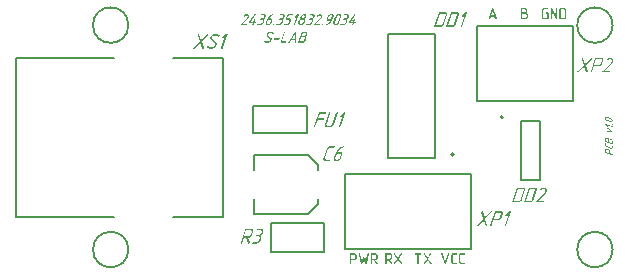
<source format=gto>
G04 Layer_Color=10022647*
%FSLAX42Y42*%
%MOMM*%
G71*
G01*
G75*
%ADD23C,0.20*%
G36*
X5974Y8194D02*
X5975Y8194D01*
X5976Y8194D01*
X5979Y8193D01*
X5981Y8193D01*
X5984Y8191D01*
X5986Y8190D01*
X5987Y8189D01*
X5988Y8188D01*
X5989Y8187D01*
Y8187D01*
X5989Y8187D01*
X5989Y8186D01*
X5990Y8185D01*
X5990Y8185D01*
X5991Y8184D01*
X5991Y8182D01*
X5992Y8179D01*
X5992Y8176D01*
X5992Y8174D01*
X5992Y8173D01*
X5991Y8171D01*
X5991Y8169D01*
X5991Y8169D01*
X5990Y8168D01*
X5990Y8167D01*
X5989Y8165D01*
X5988Y8164D01*
X5987Y8161D01*
X5985Y8159D01*
X5983Y8157D01*
X5939Y8112D01*
X5966D01*
X5967Y8112D01*
X5967Y8112D01*
X5968Y8111D01*
X5969Y8111D01*
X5969Y8110D01*
Y8110D01*
X5970Y8110D01*
X5970Y8109D01*
X5970Y8107D01*
Y8107D01*
X5970Y8106D01*
Y8106D01*
X5970Y8106D01*
X5969Y8105D01*
X5969Y8105D01*
X5968Y8103D01*
X5968Y8103D01*
X5967Y8102D01*
X5967Y8102D01*
X5966Y8102D01*
X5966Y8101D01*
X5965Y8101D01*
X5965Y8101D01*
X5964Y8100D01*
X5963Y8100D01*
X5962Y8100D01*
X5925D01*
X5924Y8100D01*
X5923Y8100D01*
X5922Y8101D01*
X5921Y8101D01*
X5920Y8102D01*
X5920Y8103D01*
X5920Y8103D01*
Y8104D01*
X5920Y8105D01*
Y8105D01*
X5920Y8105D01*
X5921Y8106D01*
X5922Y8107D01*
X5923Y8109D01*
X5975Y8163D01*
X5975Y8163D01*
X5976Y8164D01*
X5976Y8164D01*
X5977Y8165D01*
X5977Y8166D01*
X5978Y8167D01*
X5979Y8168D01*
X5979Y8169D01*
X5979Y8170D01*
X5979Y8170D01*
X5979Y8171D01*
X5980Y8173D01*
Y8174D01*
X5979Y8175D01*
X5979Y8177D01*
X5978Y8178D01*
Y8179D01*
X5978Y8179D01*
X5977Y8180D01*
X5976Y8181D01*
X5974Y8182D01*
X5974D01*
X5974Y8182D01*
X5973Y8182D01*
X5973Y8182D01*
X5972Y8182D01*
X5971Y8183D01*
X5969Y8183D01*
X5968D01*
X5968Y8183D01*
X5967D01*
X5966Y8182D01*
X5965Y8182D01*
X5964Y8182D01*
X5963Y8181D01*
X5963Y8181D01*
X5962Y8181D01*
X5961Y8180D01*
X5960Y8180D01*
X5958Y8178D01*
X5956Y8176D01*
X5956Y8176D01*
X5955Y8175D01*
X5954Y8175D01*
X5953Y8174D01*
X5950Y8173D01*
X5950D01*
X5949Y8174D01*
X5949Y8174D01*
X5948Y8174D01*
X5947Y8174D01*
X5946Y8175D01*
Y8175D01*
X5946Y8175D01*
X5946Y8176D01*
X5946Y8178D01*
Y8178D01*
X5946Y8179D01*
X5946Y8179D01*
X5946Y8180D01*
X5947Y8181D01*
X5948Y8182D01*
X5948Y8183D01*
X5949Y8183D01*
X5950Y8184D01*
X5951Y8185D01*
X5953Y8187D01*
X5955Y8188D01*
X5958Y8190D01*
X5960Y8191D01*
X5960Y8191D01*
X5961Y8191D01*
X5961Y8192D01*
X5962Y8192D01*
X5963Y8192D01*
X5964Y8193D01*
X5966Y8193D01*
X5967D01*
X5967Y8194D01*
X5967Y8194D01*
X5968Y8194D01*
X5970Y8194D01*
X5972Y8194D01*
X5973D01*
X5974Y8194D01*
D02*
G37*
G36*
X5911Y8194D02*
X5912Y8194D01*
X5913Y8194D01*
X5916Y8193D01*
X5918Y8193D01*
X5921Y8191D01*
X5922Y8190D01*
X5923Y8189D01*
X5924Y8188D01*
X5925Y8187D01*
Y8187D01*
X5925Y8186D01*
X5925Y8186D01*
X5926Y8185D01*
X5926Y8184D01*
X5927Y8182D01*
X5927Y8180D01*
Y8177D01*
X5927Y8174D01*
X5926Y8172D01*
X5926Y8170D01*
X5925Y8170D01*
X5925Y8169D01*
X5925Y8168D01*
X5924Y8167D01*
X5923Y8165D01*
X5922Y8163D01*
X5921Y8161D01*
X5920Y8159D01*
X5920Y8159D01*
X5919Y8159D01*
X5918Y8158D01*
X5917Y8157D01*
X5916Y8155D01*
X5914Y8154D01*
X5912Y8153D01*
X5910Y8152D01*
X5910Y8151D01*
X5911Y8151D01*
X5911Y8151D01*
X5912Y8150D01*
X5912Y8149D01*
X5913Y8148D01*
X5914Y8146D01*
X5914Y8144D01*
Y8144D01*
X5914Y8143D01*
X5914Y8142D01*
Y8141D01*
X5914Y8139D01*
X5914Y8138D01*
X5914Y8136D01*
X5913Y8133D01*
X5910Y8124D01*
Y8124D01*
X5910Y8124D01*
X5910Y8123D01*
X5909Y8123D01*
X5909Y8122D01*
X5908Y8121D01*
X5907Y8118D01*
X5905Y8116D01*
X5903Y8113D01*
X5902Y8111D01*
X5900Y8110D01*
X5899Y8108D01*
X5897Y8107D01*
X5897Y8107D01*
X5896Y8107D01*
X5896Y8106D01*
X5895Y8106D01*
X5894Y8105D01*
X5893Y8105D01*
X5892Y8104D01*
X5891Y8104D01*
X5888Y8102D01*
X5885Y8101D01*
X5881Y8100D01*
X5879Y8100D01*
X5877Y8100D01*
X5859D01*
X5858Y8100D01*
X5858D01*
X5856Y8101D01*
X5856Y8101D01*
X5855Y8102D01*
Y8102D01*
X5855Y8102D01*
X5855Y8102D01*
X5855Y8103D01*
Y8104D01*
Y8105D01*
X5855Y8106D01*
Y8106D01*
X5855Y8106D01*
X5856Y8107D01*
X5857Y8108D01*
X5858Y8110D01*
X5858Y8110D01*
X5858Y8110D01*
X5859Y8110D01*
X5859Y8111D01*
X5860Y8111D01*
X5861Y8112D01*
X5862Y8112D01*
X5863Y8112D01*
X5882D01*
X5883Y8112D01*
X5885Y8112D01*
X5886Y8113D01*
X5888Y8113D01*
X5890Y8114D01*
X5891Y8115D01*
X5892Y8116D01*
X5892Y8116D01*
X5893Y8117D01*
X5894Y8118D01*
X5895Y8119D01*
X5896Y8121D01*
X5897Y8122D01*
X5898Y8124D01*
X5901Y8133D01*
X5901Y8134D01*
X5901Y8134D01*
X5902Y8135D01*
X5902Y8136D01*
Y8138D01*
X5902Y8139D01*
X5901Y8141D01*
X5901Y8142D01*
X5900Y8142D01*
X5900Y8143D01*
X5900Y8143D01*
X5899Y8144D01*
X5898Y8145D01*
X5896Y8145D01*
X5895Y8146D01*
X5893Y8146D01*
X5883D01*
X5883Y8146D01*
X5882Y8146D01*
X5881Y8147D01*
X5880Y8147D01*
X5880Y8148D01*
Y8148D01*
X5880Y8148D01*
X5880Y8148D01*
Y8149D01*
Y8150D01*
Y8151D01*
X5880Y8152D01*
Y8152D01*
X5880Y8152D01*
X5880Y8153D01*
X5881Y8154D01*
X5883Y8156D01*
X5883Y8156D01*
X5883Y8156D01*
X5883Y8156D01*
X5884Y8157D01*
X5886Y8157D01*
X5887Y8158D01*
X5888Y8158D01*
X5898D01*
X5899Y8158D01*
X5900Y8158D01*
X5902Y8159D01*
X5904Y8159D01*
X5905Y8160D01*
X5907Y8161D01*
X5907Y8162D01*
X5908Y8162D01*
X5909Y8163D01*
X5910Y8164D01*
X5910Y8165D01*
X5912Y8167D01*
X5912Y8169D01*
X5913Y8170D01*
X5913Y8171D01*
X5914Y8171D01*
X5914Y8172D01*
X5914Y8173D01*
X5914Y8175D01*
Y8176D01*
X5914Y8178D01*
X5913Y8179D01*
X5913Y8179D01*
X5913Y8179D01*
X5912Y8180D01*
X5912Y8181D01*
X5910Y8181D01*
X5909Y8182D01*
X5907Y8182D01*
X5905Y8183D01*
X5887D01*
X5886Y8183D01*
X5886D01*
X5884Y8183D01*
X5884Y8183D01*
X5883Y8184D01*
Y8184D01*
X5883Y8184D01*
X5883Y8185D01*
X5883Y8185D01*
Y8187D01*
Y8188D01*
X5883Y8188D01*
Y8189D01*
X5883Y8189D01*
X5884Y8190D01*
X5885Y8191D01*
X5886Y8192D01*
X5886Y8193D01*
X5886Y8193D01*
X5887Y8193D01*
X5887Y8193D01*
X5889Y8194D01*
X5890Y8194D01*
X5891Y8194D01*
X5910D01*
X5911Y8194D01*
D02*
G37*
G36*
X6075Y8194D02*
X6077Y8194D01*
X6078Y8194D01*
X6081Y8193D01*
X6082Y8192D01*
X6084Y8191D01*
X6086Y8189D01*
X6086Y8188D01*
X6086Y8188D01*
X6087Y8186D01*
X6087Y8185D01*
X6088Y8183D01*
Y8180D01*
X6088Y8178D01*
X6087Y8176D01*
X6087Y8175D01*
X6079Y8152D01*
Y8152D01*
X6079Y8151D01*
X6079Y8151D01*
X6078Y8150D01*
X6078Y8148D01*
X6077Y8147D01*
X6076Y8145D01*
X6076Y8144D01*
X6074Y8140D01*
X6072Y8136D01*
X6069Y8132D01*
X6066Y8128D01*
X6066Y8127D01*
X6066Y8127D01*
X6065Y8127D01*
X6065Y8126D01*
X6064Y8125D01*
X6063Y8124D01*
X6061Y8122D01*
X6059Y8119D01*
X6056Y8116D01*
X6053Y8114D01*
X6050Y8111D01*
X6049Y8111D01*
X6049Y8111D01*
X6049Y8110D01*
X6048Y8110D01*
X6047Y8109D01*
X6046Y8108D01*
X6045Y8108D01*
X6044Y8107D01*
X6041Y8105D01*
X6038Y8104D01*
X6034Y8102D01*
X6030Y8100D01*
X6028Y8100D01*
X6027D01*
X6027Y8100D01*
X6025Y8101D01*
X6025Y8101D01*
X6024Y8102D01*
Y8102D01*
X6024Y8102D01*
X6024Y8102D01*
X6024Y8103D01*
X6024Y8104D01*
Y8105D01*
X6024Y8106D01*
X6024Y8106D01*
X6024Y8107D01*
X6025Y8108D01*
X6026Y8109D01*
X6026Y8109D01*
X6027Y8110D01*
X6028Y8110D01*
X6029Y8111D01*
X6030D01*
X6030Y8112D01*
X6031Y8112D01*
X6032Y8112D01*
X6033Y8113D01*
X6034Y8113D01*
X6037Y8114D01*
X6037Y8115D01*
X6037Y8115D01*
X6038Y8115D01*
X6039Y8116D01*
X6040Y8116D01*
X6041Y8117D01*
X6043Y8118D01*
X6043Y8118D01*
X6043Y8118D01*
X6044Y8119D01*
X6044Y8119D01*
X6046Y8121D01*
X6048Y8122D01*
X6050Y8124D01*
X6052Y8126D01*
X6054Y8129D01*
X6056Y8131D01*
X6058Y8135D01*
X6060Y8137D01*
X6044D01*
X6044Y8137D01*
X6042Y8137D01*
X6041Y8137D01*
X6039Y8138D01*
X6037Y8139D01*
X6035Y8140D01*
X6033Y8142D01*
X6033Y8143D01*
X6033Y8143D01*
X6032Y8145D01*
X6032Y8146D01*
X6031Y8148D01*
X6031Y8151D01*
X6031Y8153D01*
X6032Y8155D01*
X6032Y8156D01*
X6038Y8175D01*
Y8175D01*
X6038Y8175D01*
X6038Y8176D01*
X6039Y8176D01*
X6039Y8178D01*
X6041Y8180D01*
X6042Y8182D01*
X6044Y8184D01*
X6046Y8186D01*
X6049Y8189D01*
X6049Y8189D01*
X6049Y8189D01*
X6049Y8189D01*
X6050Y8190D01*
X6051Y8190D01*
X6052Y8190D01*
X6054Y8192D01*
X6056Y8193D01*
X6059Y8193D01*
X6062Y8194D01*
X6065Y8194D01*
X6075D01*
X6075Y8194D01*
D02*
G37*
G36*
X5996Y8112D02*
X5997Y8111D01*
X5997Y8111D01*
X5998Y8110D01*
Y8110D01*
X5998Y8110D01*
X5999Y8109D01*
X5999Y8108D01*
Y8107D01*
X5999Y8106D01*
Y8106D01*
X5998Y8106D01*
X5998Y8105D01*
X5998Y8105D01*
X5997Y8103D01*
X5996Y8102D01*
X5996Y8102D01*
X5995Y8102D01*
X5995Y8102D01*
X5995Y8101D01*
X5994Y8101D01*
X5992Y8100D01*
X5992Y8100D01*
X5991Y8100D01*
X5990D01*
X5990Y8100D01*
X5989Y8100D01*
X5988Y8101D01*
X5987Y8101D01*
X5987Y8102D01*
Y8102D01*
X5987Y8102D01*
X5987Y8102D01*
X5986Y8103D01*
X5986Y8104D01*
Y8105D01*
X5987Y8106D01*
Y8106D01*
X5987Y8106D01*
X5987Y8107D01*
X5987Y8107D01*
X5988Y8109D01*
X5990Y8110D01*
X5990Y8110D01*
X5990Y8110D01*
X5991Y8111D01*
X5991Y8111D01*
X5993Y8112D01*
X5994Y8112D01*
X5995Y8112D01*
X5995D01*
X5996Y8112D01*
D02*
G37*
G36*
X5841Y8194D02*
X5842Y8194D01*
X5843Y8194D01*
X5846Y8193D01*
X5848Y8193D01*
X5851Y8191D01*
X5852Y8190D01*
X5853Y8189D01*
X5854Y8188D01*
X5855Y8187D01*
Y8187D01*
X5855Y8186D01*
X5855Y8186D01*
X5856Y8185D01*
X5856Y8184D01*
X5857Y8182D01*
X5857Y8180D01*
Y8177D01*
X5857Y8174D01*
X5856Y8172D01*
X5856Y8170D01*
X5855Y8170D01*
X5855Y8169D01*
X5855Y8168D01*
X5854Y8167D01*
X5853Y8165D01*
X5852Y8164D01*
X5851Y8162D01*
X5850Y8160D01*
X5850Y8159D01*
X5849Y8159D01*
X5848Y8158D01*
X5848Y8157D01*
X5846Y8156D01*
X5845Y8155D01*
X5843Y8153D01*
X5842Y8152D01*
X5842Y8152D01*
X5843Y8152D01*
X5843Y8151D01*
X5844Y8150D01*
X5845Y8149D01*
X5846Y8147D01*
X5847Y8145D01*
X5848Y8143D01*
Y8143D01*
Y8143D01*
X5848Y8142D01*
Y8142D01*
X5848Y8140D01*
Y8139D01*
X5848Y8137D01*
X5848Y8134D01*
X5847Y8132D01*
X5846Y8129D01*
Y8129D01*
X5846Y8128D01*
X5846Y8128D01*
X5845Y8127D01*
X5845Y8126D01*
X5844Y8125D01*
X5844Y8123D01*
X5843Y8122D01*
X5841Y8119D01*
X5840Y8117D01*
X5838Y8116D01*
X5837Y8114D01*
X5835Y8112D01*
X5833Y8110D01*
X5831Y8109D01*
X5831Y8108D01*
X5831Y8108D01*
X5830Y8108D01*
X5830Y8107D01*
X5829Y8107D01*
X5827Y8106D01*
X5826Y8105D01*
X5825Y8104D01*
X5823Y8103D01*
X5821Y8103D01*
X5819Y8102D01*
X5817Y8101D01*
X5815Y8101D01*
X5812Y8100D01*
X5810Y8100D01*
X5807Y8100D01*
X5806D01*
X5805Y8100D01*
X5804Y8100D01*
X5803Y8100D01*
X5800Y8101D01*
X5797Y8102D01*
X5796Y8103D01*
X5794Y8104D01*
X5793Y8105D01*
X5792Y8106D01*
X5791Y8107D01*
X5790Y8108D01*
Y8109D01*
X5790Y8109D01*
X5790Y8109D01*
X5789Y8110D01*
X5789Y8111D01*
X5789Y8112D01*
X5788Y8113D01*
X5788Y8114D01*
X5787Y8116D01*
X5787Y8117D01*
X5787Y8119D01*
X5787Y8121D01*
X5787Y8123D01*
X5787Y8125D01*
X5787Y8127D01*
X5788Y8129D01*
Y8129D01*
X5788Y8129D01*
X5788Y8130D01*
X5789Y8130D01*
X5789Y8132D01*
X5790Y8133D01*
X5791Y8136D01*
X5793Y8138D01*
X5794Y8140D01*
X5796Y8143D01*
Y8143D01*
X5796Y8143D01*
X5797Y8144D01*
X5798Y8145D01*
X5800Y8147D01*
X5802Y8148D01*
X5804Y8150D01*
X5806Y8151D01*
X5809Y8153D01*
X5809Y8153D01*
X5808Y8153D01*
X5808Y8154D01*
X5807Y8154D01*
X5807Y8155D01*
X5806Y8156D01*
X5806Y8158D01*
X5806Y8160D01*
Y8160D01*
Y8160D01*
Y8162D01*
Y8163D01*
X5806Y8164D01*
X5806Y8166D01*
X5806Y8168D01*
X5807Y8170D01*
Y8170D01*
X5807Y8171D01*
X5807Y8171D01*
X5808Y8172D01*
X5808Y8173D01*
X5808Y8174D01*
X5810Y8176D01*
X5811Y8178D01*
X5813Y8181D01*
X5816Y8184D01*
X5819Y8187D01*
X5819Y8187D01*
X5819Y8187D01*
X5820Y8187D01*
X5820Y8188D01*
X5821Y8188D01*
X5822Y8189D01*
X5823Y8190D01*
X5825Y8191D01*
X5828Y8192D01*
X5831Y8193D01*
X5835Y8194D01*
X5837Y8194D01*
X5839Y8194D01*
X5841D01*
X5841Y8194D01*
D02*
G37*
G36*
X5658Y8194D02*
X5659Y8194D01*
X5660Y8194D01*
X5663Y8193D01*
X5665Y8193D01*
X5668Y8191D01*
X5669Y8190D01*
X5670Y8189D01*
X5671Y8188D01*
X5672Y8187D01*
Y8187D01*
X5672Y8186D01*
X5672Y8186D01*
X5673Y8185D01*
X5673Y8184D01*
X5674Y8182D01*
X5674Y8180D01*
Y8177D01*
X5673Y8174D01*
X5673Y8172D01*
X5673Y8170D01*
X5672Y8170D01*
X5672Y8169D01*
X5672Y8168D01*
X5671Y8167D01*
X5670Y8165D01*
X5669Y8163D01*
X5668Y8161D01*
X5667Y8159D01*
X5666Y8159D01*
X5666Y8159D01*
X5665Y8158D01*
X5664Y8157D01*
X5663Y8155D01*
X5661Y8154D01*
X5659Y8153D01*
X5657Y8152D01*
X5657Y8151D01*
X5658Y8151D01*
X5658Y8151D01*
X5659Y8150D01*
X5659Y8149D01*
X5660Y8148D01*
X5661Y8146D01*
X5661Y8144D01*
Y8144D01*
X5661Y8143D01*
X5661Y8142D01*
Y8141D01*
X5661Y8139D01*
X5661Y8138D01*
X5661Y8136D01*
X5660Y8133D01*
X5657Y8124D01*
Y8124D01*
X5657Y8124D01*
X5656Y8123D01*
X5656Y8123D01*
X5656Y8122D01*
X5655Y8121D01*
X5654Y8118D01*
X5652Y8116D01*
X5650Y8113D01*
X5649Y8111D01*
X5647Y8110D01*
X5646Y8108D01*
X5644Y8107D01*
X5644Y8107D01*
X5643Y8107D01*
X5643Y8106D01*
X5642Y8106D01*
X5641Y8105D01*
X5640Y8105D01*
X5639Y8104D01*
X5638Y8104D01*
X5635Y8102D01*
X5631Y8101D01*
X5628Y8100D01*
X5626Y8100D01*
X5624Y8100D01*
X5606D01*
X5605Y8100D01*
X5604D01*
X5603Y8101D01*
X5603Y8101D01*
X5602Y8102D01*
Y8102D01*
X5602Y8102D01*
X5602Y8102D01*
X5602Y8103D01*
Y8104D01*
Y8105D01*
X5602Y8106D01*
Y8106D01*
X5602Y8106D01*
X5602Y8107D01*
X5603Y8108D01*
X5605Y8110D01*
X5605Y8110D01*
X5605Y8110D01*
X5606Y8110D01*
X5606Y8111D01*
X5607Y8111D01*
X5608Y8112D01*
X5609Y8112D01*
X5610Y8112D01*
X5629D01*
X5630Y8112D01*
X5631Y8112D01*
X5633Y8113D01*
X5635Y8113D01*
X5636Y8114D01*
X5638Y8115D01*
X5639Y8116D01*
X5639Y8116D01*
X5640Y8117D01*
X5641Y8118D01*
X5642Y8119D01*
X5643Y8121D01*
X5644Y8122D01*
X5645Y8124D01*
X5648Y8133D01*
X5648Y8134D01*
X5648Y8134D01*
X5649Y8135D01*
X5649Y8136D01*
Y8138D01*
X5649Y8139D01*
X5648Y8141D01*
X5647Y8142D01*
X5647Y8142D01*
X5647Y8143D01*
X5646Y8143D01*
X5646Y8144D01*
X5645Y8145D01*
X5643Y8145D01*
X5642Y8146D01*
X5640Y8146D01*
X5630D01*
X5630Y8146D01*
X5629Y8146D01*
X5628Y8147D01*
X5627Y8147D01*
X5627Y8148D01*
Y8148D01*
X5627Y8148D01*
X5626Y8148D01*
Y8149D01*
Y8150D01*
Y8151D01*
X5627Y8152D01*
Y8152D01*
X5627Y8152D01*
X5627Y8153D01*
X5628Y8154D01*
X5630Y8156D01*
X5630Y8156D01*
X5630Y8156D01*
X5630Y8156D01*
X5631Y8157D01*
X5633Y8157D01*
X5634Y8158D01*
X5635Y8158D01*
X5645D01*
X5646Y8158D01*
X5647Y8158D01*
X5649Y8159D01*
X5650Y8159D01*
X5652Y8160D01*
X5654Y8161D01*
X5654Y8162D01*
X5655Y8162D01*
X5656Y8163D01*
X5656Y8164D01*
X5657Y8165D01*
X5658Y8167D01*
X5659Y8169D01*
X5660Y8170D01*
X5660Y8171D01*
X5660Y8171D01*
X5661Y8172D01*
X5661Y8173D01*
X5661Y8175D01*
Y8176D01*
X5661Y8178D01*
X5660Y8179D01*
X5660Y8179D01*
X5660Y8179D01*
X5659Y8180D01*
X5658Y8181D01*
X5657Y8181D01*
X5656Y8182D01*
X5654Y8182D01*
X5652Y8183D01*
X5634D01*
X5633Y8183D01*
X5633D01*
X5631Y8183D01*
X5631Y8183D01*
X5630Y8184D01*
Y8184D01*
X5630Y8184D01*
X5630Y8185D01*
X5630Y8185D01*
Y8187D01*
Y8188D01*
X5630Y8188D01*
Y8189D01*
X5630Y8189D01*
X5631Y8190D01*
X5632Y8191D01*
X5633Y8192D01*
X5633Y8193D01*
X5633Y8193D01*
X5634Y8193D01*
X5634Y8193D01*
X5636Y8194D01*
X5637Y8194D01*
X5638Y8194D01*
X5657D01*
X5658Y8194D01*
D02*
G37*
G36*
X5583Y8112D02*
X5584Y8111D01*
X5585Y8111D01*
X5586Y8110D01*
Y8110D01*
X5586Y8110D01*
X5586Y8109D01*
X5586Y8108D01*
Y8107D01*
X5586Y8106D01*
Y8106D01*
X5586Y8106D01*
X5586Y8105D01*
X5585Y8105D01*
X5585Y8103D01*
X5584Y8102D01*
X5583Y8102D01*
X5583Y8102D01*
X5583Y8102D01*
X5582Y8101D01*
X5582Y8101D01*
X5580Y8100D01*
X5579Y8100D01*
X5578Y8100D01*
X5578D01*
X5577Y8100D01*
X5577Y8100D01*
X5576Y8101D01*
X5575Y8101D01*
X5574Y8102D01*
Y8102D01*
X5574Y8102D01*
X5574Y8102D01*
X5574Y8103D01*
X5574Y8104D01*
Y8105D01*
X5574Y8106D01*
Y8106D01*
X5574Y8106D01*
X5575Y8107D01*
X5575Y8107D01*
X5576Y8109D01*
X5577Y8110D01*
X5577Y8110D01*
X5578Y8110D01*
X5578Y8111D01*
X5579Y8111D01*
X5580Y8112D01*
X5581Y8112D01*
X5582Y8112D01*
X5582D01*
X5583Y8112D01*
D02*
G37*
G36*
X5790Y8195D02*
X5791Y8194D01*
X5792Y8194D01*
X5792Y8193D01*
Y8193D01*
X5792Y8193D01*
X5792Y8193D01*
Y8192D01*
Y8191D01*
X5792Y8190D01*
X5792Y8189D01*
X5764Y8106D01*
Y8106D01*
X5764Y8106D01*
X5763Y8105D01*
X5763Y8104D01*
X5762Y8103D01*
X5761Y8102D01*
X5761D01*
X5760Y8101D01*
X5760Y8101D01*
X5759Y8101D01*
X5758Y8100D01*
X5757Y8100D01*
X5756Y8100D01*
X5756D01*
X5755Y8100D01*
X5755D01*
X5753Y8101D01*
X5752Y8101D01*
Y8102D01*
X5752Y8102D01*
X5752Y8102D01*
X5752Y8102D01*
Y8103D01*
X5752Y8104D01*
X5752Y8105D01*
X5752Y8106D01*
X5776Y8176D01*
X5764Y8166D01*
X5764D01*
X5764Y8166D01*
X5763Y8165D01*
X5763Y8165D01*
X5761Y8164D01*
X5760Y8164D01*
X5759Y8164D01*
X5759D01*
X5758Y8164D01*
X5757Y8165D01*
X5756Y8165D01*
X5756Y8166D01*
Y8166D01*
X5756Y8166D01*
X5756Y8167D01*
X5755Y8167D01*
X5755Y8169D01*
Y8169D01*
X5755Y8170D01*
Y8170D01*
X5756Y8171D01*
X5756Y8171D01*
X5756Y8171D01*
X5757Y8173D01*
X5758Y8174D01*
X5758Y8174D01*
X5783Y8193D01*
X5784Y8193D01*
X5784Y8193D01*
X5785Y8194D01*
X5786Y8194D01*
X5786D01*
X5786Y8194D01*
X5787Y8195D01*
X5788Y8195D01*
X5789Y8195D01*
X5789D01*
X5790Y8195D01*
D02*
G37*
G36*
X5742Y8194D02*
X5742Y8194D01*
X5743Y8194D01*
X5744Y8193D01*
X5744Y8193D01*
Y8192D01*
X5744Y8192D01*
X5745Y8191D01*
X5745Y8190D01*
X5745Y8189D01*
X5745Y8189D01*
Y8188D01*
X5745Y8188D01*
X5744Y8188D01*
X5744Y8187D01*
X5743Y8186D01*
X5743Y8185D01*
X5742Y8185D01*
X5742Y8184D01*
X5741Y8184D01*
X5741Y8184D01*
X5740Y8184D01*
X5740Y8183D01*
X5739Y8183D01*
X5738Y8183D01*
X5737Y8183D01*
X5706D01*
X5697Y8158D01*
X5711D01*
X5711Y8158D01*
X5712Y8157D01*
X5713Y8157D01*
X5715Y8157D01*
X5718Y8156D01*
X5720Y8155D01*
X5721Y8154D01*
X5723Y8153D01*
X5724Y8152D01*
X5725Y8150D01*
Y8150D01*
X5725Y8150D01*
X5725Y8150D01*
X5725Y8149D01*
X5725Y8149D01*
X5726Y8148D01*
X5727Y8146D01*
X5727Y8143D01*
X5727Y8140D01*
Y8139D01*
X5727Y8137D01*
X5727Y8135D01*
X5726Y8133D01*
X5723Y8124D01*
Y8124D01*
X5723Y8124D01*
X5722Y8123D01*
X5722Y8123D01*
X5722Y8122D01*
X5721Y8121D01*
X5720Y8118D01*
X5718Y8116D01*
X5716Y8113D01*
X5715Y8111D01*
X5713Y8110D01*
X5712Y8108D01*
X5710Y8107D01*
X5710Y8107D01*
X5709Y8107D01*
X5709Y8106D01*
X5708Y8106D01*
X5707Y8105D01*
X5706Y8105D01*
X5705Y8104D01*
X5704Y8104D01*
X5701Y8102D01*
X5697Y8101D01*
X5694Y8100D01*
X5692Y8100D01*
X5690Y8100D01*
X5672D01*
X5671Y8100D01*
X5670D01*
X5669Y8101D01*
X5669Y8101D01*
X5668Y8102D01*
Y8102D01*
X5668Y8102D01*
X5668Y8102D01*
X5668Y8103D01*
Y8104D01*
Y8105D01*
X5668Y8106D01*
Y8106D01*
X5668Y8106D01*
X5669Y8107D01*
X5669Y8108D01*
X5670Y8109D01*
X5671Y8110D01*
X5671Y8110D01*
X5671Y8110D01*
X5672Y8110D01*
X5672Y8111D01*
X5674Y8112D01*
X5675Y8112D01*
X5676Y8112D01*
X5695D01*
X5696Y8112D01*
X5697Y8112D01*
X5699Y8113D01*
X5701Y8113D01*
X5702Y8114D01*
X5704Y8115D01*
X5704Y8115D01*
X5705Y8116D01*
X5706Y8117D01*
X5707Y8118D01*
X5708Y8119D01*
X5709Y8121D01*
X5710Y8122D01*
X5711Y8124D01*
X5714Y8133D01*
X5714Y8134D01*
X5714Y8134D01*
X5715Y8135D01*
X5715Y8136D01*
Y8138D01*
X5715Y8139D01*
X5714Y8141D01*
X5713Y8142D01*
X5713Y8142D01*
X5713Y8143D01*
X5712Y8143D01*
X5712Y8144D01*
X5711Y8145D01*
X5709Y8145D01*
X5708Y8146D01*
X5706Y8146D01*
X5687D01*
X5687Y8146D01*
X5686Y8146D01*
X5685Y8147D01*
X5684Y8147D01*
X5683Y8148D01*
X5683Y8149D01*
Y8150D01*
X5683Y8151D01*
X5684Y8152D01*
X5696Y8188D01*
Y8189D01*
X5696Y8189D01*
X5696Y8189D01*
X5697Y8190D01*
X5698Y8192D01*
X5699Y8193D01*
X5700Y8193D01*
X5702Y8194D01*
X5703Y8194D01*
X5741D01*
X5742Y8194D01*
D02*
G37*
G36*
X6139D02*
X6141Y8194D01*
X6143Y8194D01*
X6145Y8193D01*
X6147Y8192D01*
X6149Y8190D01*
X6150Y8189D01*
X6151Y8188D01*
X6151Y8188D01*
X6151Y8187D01*
X6152Y8186D01*
X6152Y8184D01*
X6153Y8182D01*
X6153Y8179D01*
X6153Y8176D01*
X6152Y8175D01*
X6152Y8173D01*
X6134Y8121D01*
Y8121D01*
X6134Y8121D01*
X6134Y8121D01*
X6134Y8120D01*
X6133Y8119D01*
X6133Y8118D01*
X6132Y8116D01*
X6130Y8114D01*
X6128Y8111D01*
X6126Y8109D01*
X6123Y8106D01*
X6123D01*
X6123Y8106D01*
X6122Y8106D01*
X6121Y8105D01*
X6121Y8105D01*
X6120Y8104D01*
X6118Y8103D01*
X6115Y8102D01*
X6112Y8101D01*
X6109Y8100D01*
X6107Y8100D01*
X6105Y8100D01*
X6099D01*
X6099Y8100D01*
X6097Y8100D01*
X6095Y8101D01*
X6093Y8102D01*
X6091Y8103D01*
X6089Y8104D01*
X6088Y8105D01*
X6087Y8106D01*
Y8106D01*
X6087Y8106D01*
X6086Y8107D01*
X6086Y8109D01*
X6085Y8110D01*
X6085Y8113D01*
X6085Y8115D01*
X6085Y8118D01*
X6085Y8120D01*
X6086Y8121D01*
X6103Y8173D01*
Y8173D01*
X6103Y8173D01*
X6104Y8174D01*
X6104Y8174D01*
X6105Y8176D01*
X6106Y8178D01*
X6107Y8180D01*
X6109Y8183D01*
X6112Y8185D01*
X6115Y8188D01*
X6115Y8188D01*
X6115Y8188D01*
X6115Y8188D01*
X6116Y8189D01*
X6117Y8189D01*
X6118Y8190D01*
X6120Y8191D01*
X6123Y8192D01*
X6126Y8193D01*
X6129Y8194D01*
X6130Y8194D01*
X6138D01*
X6139Y8194D01*
D02*
G37*
G36*
X8390Y7265D02*
X8391Y7265D01*
X8446Y7246D01*
X8446D01*
X8446Y7246D01*
X8447Y7246D01*
X8447Y7245D01*
X8448Y7245D01*
X8449Y7244D01*
Y7244D01*
X8449Y7244D01*
X8449Y7243D01*
X8449Y7243D01*
X8450Y7242D01*
X8450Y7241D01*
X8450Y7241D01*
Y7241D01*
Y7240D01*
X8450Y7240D01*
Y7240D01*
X8450Y7239D01*
X8449Y7238D01*
X8449D01*
X8449Y7238D01*
X8449Y7238D01*
X8448Y7238D01*
X8448D01*
X8447Y7238D01*
X8447Y7238D01*
X8446Y7238D01*
X8399Y7254D01*
X8406Y7246D01*
Y7246D01*
X8406Y7246D01*
X8406Y7246D01*
X8407Y7245D01*
X8407Y7244D01*
X8407Y7244D01*
X8407Y7243D01*
Y7243D01*
Y7243D01*
X8407Y7242D01*
X8407Y7241D01*
X8406Y7241D01*
X8406Y7241D01*
X8406D01*
X8406Y7240D01*
X8406Y7240D01*
X8405Y7240D01*
X8404Y7240D01*
X8404D01*
X8403Y7240D01*
X8403D01*
X8403Y7240D01*
X8403Y7241D01*
X8402Y7241D01*
X8401Y7241D01*
X8401Y7242D01*
X8401Y7242D01*
X8388Y7259D01*
X8388Y7259D01*
X8388Y7259D01*
X8388Y7260D01*
X8387Y7261D01*
Y7261D01*
X8387Y7261D01*
X8387Y7261D01*
X8387Y7262D01*
X8387Y7263D01*
Y7263D01*
Y7263D01*
X8387Y7263D01*
X8387Y7264D01*
X8387Y7264D01*
X8388Y7265D01*
X8388D01*
X8388Y7265D01*
X8388Y7265D01*
X8390D01*
X8390Y7265D01*
D02*
G37*
G36*
X8409Y7227D02*
X8409Y7227D01*
X8411Y7226D01*
X8447Y7202D01*
X8447D01*
X8448Y7201D01*
X8448Y7201D01*
X8449Y7200D01*
X8450Y7199D01*
X8450Y7199D01*
X8450Y7199D01*
X8450Y7198D01*
X8451Y7197D01*
Y7197D01*
X8450Y7196D01*
X8450Y7196D01*
X8450Y7195D01*
X8450Y7195D01*
X8449Y7195D01*
X8448Y7194D01*
X8447Y7194D01*
X8411Y7194D01*
X8409Y7194D01*
X8409D01*
X8409Y7195D01*
X8409Y7195D01*
X8408Y7195D01*
X8408Y7196D01*
X8407Y7196D01*
X8407Y7197D01*
X8407Y7197D01*
X8407Y7197D01*
X8406Y7197D01*
X8406Y7198D01*
X8406Y7199D01*
X8406Y7199D01*
X8405Y7200D01*
Y7200D01*
Y7200D01*
X8406Y7201D01*
X8406Y7201D01*
X8406Y7202D01*
X8406Y7202D01*
X8406Y7202D01*
X8407Y7202D01*
X8407Y7202D01*
X8408Y7203D01*
X8408Y7203D01*
X8435Y7202D01*
X8408Y7220D01*
X8408D01*
X8408Y7220D01*
X8407Y7220D01*
X8407Y7221D01*
X8406Y7222D01*
Y7222D01*
X8406Y7222D01*
X8406Y7223D01*
X8406Y7223D01*
X8405Y7224D01*
Y7224D01*
Y7224D01*
X8406Y7225D01*
X8406Y7226D01*
X8406Y7226D01*
X8406Y7227D01*
X8407D01*
X8407Y7227D01*
X8407Y7227D01*
X8407Y7227D01*
X8408Y7227D01*
X8409Y7227D01*
D02*
G37*
G36*
X8399Y7324D02*
X8400Y7324D01*
X8401Y7323D01*
X8436Y7312D01*
X8436D01*
X8436Y7312D01*
X8436Y7311D01*
X8437Y7311D01*
X8437Y7311D01*
X8438Y7311D01*
X8439Y7310D01*
X8441Y7309D01*
X8442Y7308D01*
X8444Y7306D01*
X8446Y7304D01*
Y7304D01*
X8446Y7304D01*
X8446Y7304D01*
X8446Y7303D01*
X8447Y7303D01*
X8447Y7302D01*
X8448Y7300D01*
X8449Y7299D01*
X8449Y7297D01*
X8450Y7295D01*
X8450Y7294D01*
X8450Y7292D01*
Y7289D01*
Y7289D01*
Y7288D01*
Y7288D01*
X8450Y7288D01*
X8450Y7287D01*
X8449Y7286D01*
X8449Y7284D01*
X8448Y7283D01*
X8447Y7281D01*
X8447Y7281D01*
X8446Y7280D01*
X8446D01*
X8446Y7280D01*
X8445Y7280D01*
X8444Y7279D01*
X8443Y7279D01*
X8442Y7279D01*
X8440Y7278D01*
X8438Y7279D01*
X8437Y7279D01*
X8436Y7279D01*
X8401Y7291D01*
X8401D01*
X8401Y7291D01*
X8401Y7291D01*
X8400Y7291D01*
X8399Y7292D01*
X8398Y7293D01*
X8396Y7294D01*
X8395Y7295D01*
X8393Y7297D01*
X8391Y7299D01*
X8391Y7299D01*
X8391Y7299D01*
X8391Y7299D01*
X8391Y7300D01*
X8390Y7300D01*
X8390Y7301D01*
X8389Y7302D01*
X8388Y7304D01*
X8388Y7306D01*
X8387Y7308D01*
X8387Y7309D01*
Y7310D01*
Y7314D01*
Y7314D01*
Y7314D01*
Y7314D01*
X8387Y7315D01*
X8387Y7316D01*
X8388Y7317D01*
X8388Y7319D01*
X8389Y7320D01*
X8390Y7321D01*
X8391Y7322D01*
X8391Y7323D01*
X8391Y7323D01*
X8392Y7323D01*
X8393Y7323D01*
X8394Y7324D01*
X8396Y7324D01*
X8397Y7324D01*
X8399Y7324D01*
D02*
G37*
G36*
X8446Y7265D02*
X8446D01*
X8446Y7265D01*
X8447Y7265D01*
X8447Y7264D01*
X8448Y7264D01*
X8448Y7263D01*
X8449Y7263D01*
X8449Y7263D01*
X8449Y7263D01*
X8449Y7262D01*
X8449Y7262D01*
X8450Y7261D01*
X8450Y7260D01*
X8450Y7260D01*
Y7260D01*
Y7259D01*
X8450Y7259D01*
X8450Y7259D01*
X8450Y7258D01*
X8449Y7257D01*
X8449Y7257D01*
X8449D01*
X8449Y7257D01*
X8448Y7257D01*
X8448Y7257D01*
X8447Y7257D01*
X8447D01*
X8446Y7257D01*
X8446D01*
X8446Y7257D01*
X8445Y7257D01*
X8445Y7257D01*
X8444Y7258D01*
X8443Y7259D01*
X8443Y7259D01*
X8443Y7259D01*
X8443Y7260D01*
X8443Y7260D01*
X8442Y7261D01*
X8442Y7262D01*
X8442Y7262D01*
Y7262D01*
Y7262D01*
X8442Y7263D01*
X8443Y7264D01*
X8443Y7264D01*
X8443Y7265D01*
X8443D01*
X8444Y7265D01*
X8444Y7265D01*
X8445Y7265D01*
X8445D01*
X8446Y7265D01*
D02*
G37*
G36*
X8398Y7146D02*
X8399Y7146D01*
X8400Y7146D01*
X8406Y7143D01*
X8406D01*
X8407Y7143D01*
X8407Y7143D01*
X8408Y7143D01*
X8408Y7143D01*
X8409Y7142D01*
X8411Y7141D01*
X8411Y7141D01*
X8411Y7141D01*
X8411Y7141D01*
X8412Y7140D01*
X8413Y7139D01*
X8414Y7138D01*
X8414Y7138D01*
X8414Y7138D01*
X8415Y7139D01*
X8415Y7139D01*
X8416Y7140D01*
X8416Y7140D01*
X8417Y7140D01*
X8418Y7141D01*
X8418D01*
X8419Y7141D01*
X8419Y7141D01*
X8421D01*
X8422Y7141D01*
X8423Y7141D01*
X8425Y7140D01*
X8437Y7136D01*
X8437D01*
X8437Y7136D01*
X8437Y7136D01*
X8438Y7136D01*
X8439Y7135D01*
X8440Y7135D01*
X8442Y7134D01*
X8443Y7132D01*
X8445Y7131D01*
X8446Y7129D01*
Y7129D01*
X8446Y7129D01*
X8447Y7129D01*
X8447Y7128D01*
X8447Y7128D01*
X8447Y7127D01*
X8448Y7126D01*
X8449Y7124D01*
X8449Y7122D01*
X8450Y7120D01*
X8450Y7118D01*
Y7097D01*
Y7097D01*
X8450Y7097D01*
X8450Y7096D01*
X8450Y7095D01*
X8449Y7095D01*
X8448Y7094D01*
X8448Y7094D01*
X8447Y7094D01*
X8447Y7094D01*
X8446Y7094D01*
X8391Y7113D01*
X8391D01*
X8391Y7113D01*
X8390Y7113D01*
X8390Y7114D01*
X8389Y7114D01*
X8388Y7115D01*
X8388Y7116D01*
X8387Y7117D01*
X8387Y7118D01*
Y7118D01*
Y7137D01*
Y7137D01*
Y7137D01*
Y7137D01*
X8387Y7138D01*
X8387Y7139D01*
X8388Y7140D01*
X8388Y7141D01*
X8389Y7143D01*
X8390Y7144D01*
X8391Y7145D01*
X8391Y7145D01*
X8392Y7145D01*
X8392Y7146D01*
X8394Y7146D01*
X8395Y7146D01*
X8396D01*
X8398Y7146D01*
D02*
G37*
G36*
X6267Y8194D02*
X6267Y8194D01*
X6269Y8194D01*
X6269Y8193D01*
X6270Y8193D01*
X6270Y8192D01*
X6270Y8192D01*
X6270Y8190D01*
Y8189D01*
X6270Y8188D01*
X6269Y8187D01*
X6233Y8130D01*
X6252D01*
X6256Y8143D01*
Y8143D01*
X6256Y8143D01*
X6257Y8143D01*
X6257Y8144D01*
X6258Y8145D01*
X6259Y8147D01*
X6259Y8147D01*
X6260Y8147D01*
X6260Y8147D01*
X6261Y8148D01*
X6262Y8148D01*
X6263Y8148D01*
X6265D01*
X6265Y8148D01*
X6266D01*
X6267Y8148D01*
X6267Y8147D01*
X6268Y8147D01*
X6268Y8147D01*
X6268Y8146D01*
X6269Y8144D01*
X6268Y8144D01*
X6268Y8143D01*
X6264Y8130D01*
X6272D01*
X6272Y8130D01*
X6273Y8130D01*
X6274Y8129D01*
X6275Y8129D01*
X6275Y8128D01*
Y8128D01*
X6276Y8128D01*
X6276Y8127D01*
X6276Y8126D01*
Y8125D01*
X6276Y8124D01*
Y8124D01*
X6276Y8124D01*
X6275Y8124D01*
X6275Y8123D01*
X6274Y8122D01*
X6274Y8121D01*
X6273Y8120D01*
X6273Y8120D01*
X6272Y8120D01*
X6272Y8120D01*
X6271Y8119D01*
X6270Y8119D01*
X6269Y8118D01*
X6268Y8118D01*
X6260D01*
X6256Y8106D01*
Y8106D01*
X6256Y8106D01*
X6255Y8105D01*
X6255Y8104D01*
X6254Y8103D01*
X6253Y8102D01*
X6252D01*
X6252Y8101D01*
X6252Y8101D01*
X6251Y8101D01*
X6250Y8100D01*
X6249Y8100D01*
X6248Y8100D01*
X6247D01*
X6247Y8100D01*
X6246D01*
X6245Y8101D01*
X6244Y8101D01*
Y8102D01*
X6244Y8102D01*
X6244Y8102D01*
X6243Y8102D01*
Y8103D01*
X6243Y8104D01*
X6243Y8105D01*
X6244Y8106D01*
X6248Y8118D01*
X6222D01*
X6221Y8118D01*
X6220Y8119D01*
X6219Y8119D01*
X6218Y8120D01*
X6217Y8121D01*
X6217Y8121D01*
Y8122D01*
Y8123D01*
X6217Y8123D01*
X6218Y8125D01*
X6219Y8126D01*
X6259Y8190D01*
Y8190D01*
X6259Y8190D01*
X6260Y8191D01*
X6261Y8192D01*
X6262Y8193D01*
X6263Y8194D01*
X6264Y8194D01*
X6264Y8194D01*
X6265Y8194D01*
X6266Y8194D01*
X6266D01*
X6267Y8194D01*
D02*
G37*
G36*
X6202Y8194D02*
X6203Y8194D01*
X6204Y8194D01*
X6206Y8193D01*
X6209Y8193D01*
X6211Y8191D01*
X6213Y8190D01*
X6214Y8189D01*
X6215Y8188D01*
X6216Y8187D01*
Y8187D01*
X6216Y8186D01*
X6216Y8186D01*
X6216Y8185D01*
X6217Y8184D01*
X6217Y8182D01*
X6218Y8180D01*
Y8177D01*
X6217Y8174D01*
X6217Y8172D01*
X6216Y8170D01*
X6216Y8170D01*
X6216Y8169D01*
X6215Y8168D01*
X6215Y8167D01*
X6214Y8165D01*
X6213Y8163D01*
X6212Y8161D01*
X6210Y8159D01*
X6210Y8159D01*
X6209Y8159D01*
X6209Y8158D01*
X6208Y8157D01*
X6206Y8155D01*
X6205Y8154D01*
X6203Y8153D01*
X6201Y8152D01*
X6201Y8151D01*
X6201Y8151D01*
X6202Y8151D01*
X6202Y8150D01*
X6203Y8149D01*
X6204Y8148D01*
X6204Y8146D01*
X6205Y8144D01*
Y8144D01*
X6205Y8143D01*
X6205Y8142D01*
Y8141D01*
X6205Y8139D01*
X6205Y8138D01*
X6204Y8136D01*
X6204Y8133D01*
X6200Y8124D01*
Y8124D01*
X6200Y8124D01*
X6200Y8123D01*
X6200Y8123D01*
X6199Y8122D01*
X6199Y8121D01*
X6198Y8118D01*
X6196Y8116D01*
X6194Y8113D01*
X6192Y8111D01*
X6191Y8110D01*
X6189Y8108D01*
X6187Y8107D01*
X6187Y8107D01*
X6187Y8107D01*
X6186Y8106D01*
X6186Y8106D01*
X6185Y8105D01*
X6184Y8105D01*
X6183Y8104D01*
X6181Y8104D01*
X6178Y8102D01*
X6175Y8101D01*
X6172Y8100D01*
X6170Y8100D01*
X6168Y8100D01*
X6149D01*
X6149Y8100D01*
X6148D01*
X6147Y8101D01*
X6146Y8101D01*
X6146Y8102D01*
Y8102D01*
X6146Y8102D01*
X6145Y8102D01*
X6145Y8103D01*
Y8104D01*
Y8105D01*
X6146Y8106D01*
Y8106D01*
X6146Y8106D01*
X6146Y8107D01*
X6147Y8108D01*
X6148Y8110D01*
X6148Y8110D01*
X6149Y8110D01*
X6149Y8110D01*
X6150Y8111D01*
X6151Y8111D01*
X6152Y8112D01*
X6152Y8112D01*
X6154Y8112D01*
X6173D01*
X6174Y8112D01*
X6175Y8112D01*
X6177Y8113D01*
X6178Y8113D01*
X6180Y8114D01*
X6182Y8115D01*
X6182Y8116D01*
X6183Y8116D01*
X6184Y8117D01*
X6185Y8118D01*
X6186Y8119D01*
X6187Y8121D01*
X6188Y8122D01*
X6189Y8124D01*
X6192Y8133D01*
X6192Y8134D01*
X6192Y8134D01*
X6192Y8135D01*
X6192Y8136D01*
Y8138D01*
X6192Y8139D01*
X6192Y8141D01*
X6191Y8142D01*
X6191Y8142D01*
X6191Y8143D01*
X6190Y8143D01*
X6189Y8144D01*
X6188Y8145D01*
X6187Y8145D01*
X6185Y8146D01*
X6184Y8146D01*
X6174D01*
X6173Y8146D01*
X6173Y8146D01*
X6171Y8147D01*
X6171Y8147D01*
X6170Y8148D01*
Y8148D01*
X6170Y8148D01*
X6170Y8148D01*
Y8149D01*
Y8150D01*
Y8151D01*
X6170Y8152D01*
Y8152D01*
X6171Y8152D01*
X6171Y8153D01*
X6172Y8154D01*
X6173Y8156D01*
X6173Y8156D01*
X6174Y8156D01*
X6174Y8156D01*
X6175Y8157D01*
X6176Y8157D01*
X6177Y8158D01*
X6178Y8158D01*
X6189D01*
X6190Y8158D01*
X6191Y8158D01*
X6192Y8159D01*
X6194Y8159D01*
X6196Y8160D01*
X6198Y8161D01*
X6198Y8162D01*
X6198Y8162D01*
X6199Y8163D01*
X6200Y8164D01*
X6201Y8165D01*
X6202Y8167D01*
X6203Y8169D01*
X6204Y8170D01*
X6204Y8171D01*
X6204Y8171D01*
X6204Y8172D01*
X6204Y8173D01*
X6205Y8175D01*
Y8176D01*
X6204Y8178D01*
X6204Y8179D01*
X6204Y8179D01*
X6203Y8179D01*
X6203Y8180D01*
X6202Y8181D01*
X6201Y8181D01*
X6200Y8182D01*
X6198Y8182D01*
X6196Y8183D01*
X6177D01*
X6177Y8183D01*
X6176D01*
X6175Y8183D01*
X6174Y8183D01*
X6174Y8184D01*
Y8184D01*
X6174Y8184D01*
X6174Y8185D01*
X6173Y8185D01*
Y8187D01*
Y8188D01*
X6174Y8188D01*
Y8189D01*
X6174Y8189D01*
X6174Y8190D01*
X6175Y8191D01*
X6176Y8192D01*
X6177Y8193D01*
X6177Y8193D01*
X6177Y8193D01*
X6178Y8193D01*
X6180Y8194D01*
X6181Y8194D01*
X6182Y8194D01*
X6201D01*
X6202Y8194D01*
D02*
G37*
G36*
X8390Y7102D02*
X8391Y7102D01*
X8391D01*
X8391Y7102D01*
X8391Y7102D01*
X8392Y7102D01*
X8393Y7101D01*
X8393Y7100D01*
X8394Y7100D01*
X8394Y7100D01*
X8394Y7100D01*
X8394Y7099D01*
X8394Y7099D01*
X8395Y7098D01*
X8395Y7098D01*
X8395Y7097D01*
X8395Y7097D01*
Y7081D01*
Y7081D01*
Y7081D01*
X8395Y7080D01*
X8395Y7080D01*
X8395Y7079D01*
X8396Y7079D01*
X8396Y7078D01*
X8396Y7077D01*
X8397Y7077D01*
X8397Y7076D01*
X8397Y7076D01*
X8398Y7075D01*
X8398Y7075D01*
X8399Y7075D01*
X8399Y7075D01*
X8400Y7074D01*
X8437Y7062D01*
X8437D01*
X8437Y7062D01*
X8438Y7062D01*
X8438Y7061D01*
X8439D01*
X8440Y7062D01*
X8441Y7062D01*
X8441Y7062D01*
X8441Y7062D01*
X8441Y7063D01*
X8442Y7063D01*
Y7063D01*
X8442Y7064D01*
X8442Y7064D01*
X8442Y7065D01*
Y7080D01*
Y7081D01*
Y7081D01*
X8442Y7081D01*
X8442Y7081D01*
X8443Y7082D01*
X8443Y7083D01*
X8443Y7083D01*
X8444D01*
X8444Y7083D01*
X8444Y7083D01*
X8445Y7083D01*
X8445D01*
X8446Y7083D01*
X8446D01*
X8446Y7083D01*
X8446Y7083D01*
X8447Y7083D01*
X8448Y7082D01*
X8448Y7082D01*
X8449Y7081D01*
X8449Y7081D01*
X8449Y7081D01*
X8449Y7081D01*
X8449Y7080D01*
X8450Y7080D01*
X8450Y7079D01*
X8450Y7078D01*
X8450Y7078D01*
Y7062D01*
Y7062D01*
Y7062D01*
Y7062D01*
X8450Y7062D01*
X8450Y7061D01*
X8450Y7060D01*
X8449Y7058D01*
X8448Y7057D01*
X8448Y7056D01*
X8446Y7055D01*
X8446Y7054D01*
X8446Y7054D01*
X8445Y7054D01*
X8444Y7054D01*
X8442Y7053D01*
X8441Y7053D01*
X8439Y7053D01*
X8438Y7054D01*
X8437Y7054D01*
X8400Y7066D01*
X8400D01*
X8400Y7066D01*
X8400Y7066D01*
X8399Y7067D01*
X8398Y7067D01*
X8397Y7068D01*
X8396Y7069D01*
X8394Y7070D01*
X8392Y7071D01*
X8391Y7073D01*
X8391Y7073D01*
X8391Y7074D01*
X8391Y7074D01*
X8390Y7074D01*
X8390Y7075D01*
X8390Y7075D01*
X8389Y7077D01*
X8388Y7078D01*
X8388Y7080D01*
X8387Y7082D01*
X8387Y7084D01*
Y7099D01*
Y7099D01*
Y7099D01*
X8387Y7100D01*
X8387Y7100D01*
X8388Y7101D01*
X8388Y7101D01*
X8388Y7102D01*
X8388D01*
X8389Y7102D01*
X8389Y7102D01*
X8390Y7102D01*
X8390Y7102D01*
D02*
G37*
G36*
X8398Y7055D02*
X8399Y7055D01*
X8400Y7055D01*
X8412Y7051D01*
X8412D01*
X8413Y7051D01*
X8413Y7050D01*
X8413Y7050D01*
X8414Y7050D01*
X8416Y7049D01*
X8417Y7048D01*
X8419Y7047D01*
X8420Y7045D01*
X8422Y7044D01*
Y7044D01*
X8422Y7043D01*
X8422Y7043D01*
X8422Y7043D01*
X8423Y7042D01*
X8423Y7042D01*
X8424Y7040D01*
X8424Y7039D01*
X8425Y7037D01*
X8425Y7035D01*
X8425Y7033D01*
Y7016D01*
X8446Y7009D01*
X8446D01*
X8446Y7009D01*
X8447Y7008D01*
X8447Y7008D01*
X8448Y7007D01*
X8449Y7007D01*
Y7006D01*
X8449Y7006D01*
X8449Y7006D01*
X8449Y7006D01*
X8450Y7005D01*
X8450Y7004D01*
X8450Y7003D01*
Y7003D01*
Y7003D01*
X8450Y7003D01*
Y7002D01*
X8450Y7002D01*
X8449Y7001D01*
X8449D01*
X8449Y7001D01*
X8449Y7001D01*
X8448Y7000D01*
X8448D01*
X8447Y7000D01*
X8447Y7000D01*
X8446Y7001D01*
X8391Y7019D01*
X8391D01*
X8391Y7020D01*
X8390Y7020D01*
X8390Y7020D01*
X8389Y7021D01*
X8388Y7021D01*
X8388Y7022D01*
X8387Y7023D01*
X8387Y7024D01*
Y7025D01*
Y7046D01*
Y7046D01*
Y7046D01*
Y7047D01*
X8387Y7047D01*
X8387Y7048D01*
X8388Y7049D01*
X8388Y7051D01*
X8389Y7052D01*
X8390Y7053D01*
X8391Y7054D01*
X8391Y7054D01*
X8392Y7055D01*
X8392Y7055D01*
X8394Y7055D01*
X8395Y7055D01*
X8396D01*
X8398Y7055D01*
D02*
G37*
G36*
X6912Y6169D02*
X6912Y6169D01*
X6914Y6169D01*
X6914Y6168D01*
X6915Y6168D01*
X6915Y6168D01*
X6915Y6167D01*
X6916Y6167D01*
X6916Y6166D01*
X6917Y6165D01*
X6917Y6164D01*
X6917Y6163D01*
Y6163D01*
X6917Y6163D01*
X6917Y6161D01*
X6916Y6160D01*
X6890Y6122D01*
X6916Y6084D01*
X6917Y6082D01*
X6917Y6081D01*
Y6081D01*
Y6081D01*
X6917Y6080D01*
X6917Y6080D01*
X6916Y6078D01*
X6916Y6077D01*
X6915Y6077D01*
X6915Y6077D01*
X6915Y6077D01*
X6914Y6076D01*
X6914Y6076D01*
X6912Y6075D01*
X6912Y6075D01*
X6911Y6075D01*
X6910D01*
X6910Y6075D01*
X6909Y6075D01*
X6908Y6076D01*
X6907Y6076D01*
X6906Y6077D01*
X6906Y6078D01*
X6883Y6113D01*
X6861Y6077D01*
X6861Y6077D01*
X6860Y6077D01*
X6860Y6076D01*
X6858Y6075D01*
X6856Y6075D01*
X6856D01*
X6855Y6075D01*
X6855Y6075D01*
X6853Y6076D01*
X6853Y6076D01*
X6852Y6077D01*
X6852Y6077D01*
X6851Y6077D01*
X6851Y6077D01*
X6851Y6078D01*
X6850Y6079D01*
X6850Y6080D01*
X6850Y6081D01*
Y6081D01*
Y6081D01*
X6850Y6082D01*
X6850Y6083D01*
X6851Y6084D01*
X6877Y6122D01*
X6851Y6160D01*
X6850Y6162D01*
Y6163D01*
Y6164D01*
Y6164D01*
X6850Y6164D01*
X6850Y6165D01*
X6851Y6166D01*
X6851Y6167D01*
X6852Y6168D01*
X6852Y6168D01*
X6852Y6168D01*
X6852Y6168D01*
X6853Y6169D01*
X6854Y6169D01*
X6855Y6169D01*
X6856Y6169D01*
X6857D01*
X6857Y6169D01*
X6858Y6169D01*
X6858Y6169D01*
X6859Y6168D01*
X6860Y6167D01*
X6861Y6166D01*
X6883Y6132D01*
X6906Y6167D01*
X6906Y6167D01*
X6906Y6168D01*
X6907Y6168D01*
X6908Y6169D01*
X6909Y6169D01*
X6911D01*
X6912Y6169D01*
D02*
G37*
G36*
X6828D02*
X6828Y6169D01*
X6830Y6169D01*
X6830Y6168D01*
X6831Y6168D01*
X6831Y6167D01*
X6831Y6167D01*
X6832Y6166D01*
X6832Y6165D01*
X6833Y6164D01*
X6833Y6164D01*
Y6163D01*
Y6163D01*
X6833Y6163D01*
Y6162D01*
X6832Y6161D01*
X6832Y6160D01*
X6831Y6160D01*
Y6159D01*
X6831Y6159D01*
X6830Y6159D01*
X6830Y6159D01*
X6829Y6158D01*
X6828Y6158D01*
X6827Y6158D01*
X6810D01*
Y6081D01*
Y6081D01*
Y6081D01*
X6810Y6080D01*
Y6079D01*
X6809Y6078D01*
X6809Y6077D01*
X6808Y6077D01*
X6808D01*
X6808Y6076D01*
X6807Y6076D01*
X6807Y6076D01*
X6806Y6075D01*
X6805Y6075D01*
X6804Y6075D01*
X6803D01*
X6803Y6075D01*
X6802D01*
X6801Y6076D01*
X6800Y6076D01*
Y6077D01*
X6799Y6077D01*
X6799Y6077D01*
X6799Y6077D01*
X6798Y6078D01*
X6798Y6079D01*
X6798Y6080D01*
X6798Y6081D01*
Y6158D01*
X6781D01*
X6780Y6158D01*
X6779D01*
X6778Y6158D01*
X6777Y6159D01*
X6777Y6159D01*
Y6159D01*
X6776Y6160D01*
X6776Y6160D01*
X6776Y6161D01*
X6775Y6162D01*
X6775Y6163D01*
X6775Y6164D01*
Y6164D01*
Y6164D01*
X6775Y6165D01*
X6776Y6166D01*
X6776Y6167D01*
X6777Y6168D01*
X6777Y6168D01*
X6777Y6168D01*
X6777Y6168D01*
X6778Y6169D01*
X6779Y6169D01*
X6780Y6169D01*
X6781Y6169D01*
X6827D01*
X6828Y6169D01*
D02*
G37*
G36*
X6442D02*
X6444Y6169D01*
X6446Y6169D01*
X6448Y6168D01*
X6450Y6167D01*
X6453Y6166D01*
X6455Y6164D01*
X6455Y6163D01*
X6456Y6163D01*
X6457Y6161D01*
X6458Y6160D01*
X6459Y6158D01*
X6460Y6155D01*
X6461Y6153D01*
X6461Y6150D01*
Y6131D01*
Y6131D01*
Y6131D01*
Y6131D01*
X6461Y6130D01*
X6461Y6129D01*
X6460Y6127D01*
X6460Y6124D01*
X6458Y6122D01*
X6457Y6120D01*
X6455Y6117D01*
X6455Y6117D01*
X6454Y6117D01*
X6453Y6116D01*
X6451Y6115D01*
X6449Y6114D01*
X6447Y6113D01*
X6444Y6112D01*
X6441Y6112D01*
X6442D01*
X6460Y6084D01*
X6460Y6083D01*
X6461Y6081D01*
Y6081D01*
Y6081D01*
X6461Y6080D01*
X6461Y6079D01*
X6460Y6078D01*
X6460Y6077D01*
X6459Y6077D01*
X6459D01*
X6459Y6076D01*
X6458Y6076D01*
X6458Y6076D01*
X6456Y6075D01*
X6455Y6075D01*
X6455Y6075D01*
X6454D01*
X6453Y6075D01*
X6452Y6075D01*
X6452Y6076D01*
X6451Y6076D01*
X6451Y6077D01*
X6450Y6078D01*
X6429Y6112D01*
X6415D01*
Y6081D01*
Y6081D01*
Y6081D01*
X6415Y6080D01*
Y6079D01*
X6414Y6078D01*
X6414Y6077D01*
X6413Y6077D01*
X6413D01*
X6413Y6076D01*
X6413Y6076D01*
X6412Y6076D01*
X6411Y6075D01*
X6410Y6075D01*
X6409Y6075D01*
X6409D01*
X6408Y6075D01*
X6408D01*
X6406Y6076D01*
X6405Y6076D01*
Y6077D01*
X6404Y6077D01*
X6404Y6077D01*
X6404Y6077D01*
X6404Y6078D01*
X6403Y6079D01*
X6403Y6080D01*
X6403Y6081D01*
Y6163D01*
Y6164D01*
Y6164D01*
X6403Y6164D01*
X6403Y6165D01*
X6404Y6167D01*
X6405Y6168D01*
X6406Y6168D01*
X6407Y6169D01*
X6408Y6169D01*
X6442D01*
X6442Y6169D01*
D02*
G37*
G36*
X6264D02*
X6266Y6169D01*
X6268Y6169D01*
X6270Y6168D01*
X6272Y6167D01*
X6275Y6166D01*
X6277Y6164D01*
X6277Y6163D01*
X6278Y6163D01*
X6279Y6161D01*
X6280Y6160D01*
X6281Y6158D01*
X6282Y6155D01*
X6283Y6153D01*
X6283Y6150D01*
Y6131D01*
Y6131D01*
Y6131D01*
Y6131D01*
X6283Y6130D01*
X6283Y6129D01*
X6282Y6127D01*
X6281Y6124D01*
X6280Y6122D01*
X6279Y6120D01*
X6277Y6117D01*
X6277Y6117D01*
X6276Y6117D01*
X6275Y6116D01*
X6273Y6115D01*
X6271Y6114D01*
X6269Y6113D01*
X6266Y6112D01*
X6263Y6112D01*
X6237D01*
Y6081D01*
Y6081D01*
Y6081D01*
X6237Y6080D01*
Y6079D01*
X6236Y6078D01*
X6236Y6077D01*
X6235Y6077D01*
X6235D01*
X6235Y6076D01*
X6235Y6076D01*
X6234Y6076D01*
X6233Y6075D01*
X6232Y6075D01*
X6231Y6075D01*
X6231D01*
X6230Y6075D01*
X6229D01*
X6228Y6076D01*
X6227Y6076D01*
Y6077D01*
X6226Y6077D01*
X6226Y6077D01*
X6226Y6077D01*
X6226Y6078D01*
X6225Y6079D01*
X6225Y6080D01*
X6225Y6081D01*
Y6163D01*
Y6164D01*
Y6164D01*
X6225Y6164D01*
X6225Y6165D01*
X6226Y6167D01*
X6227Y6168D01*
X6227Y6168D01*
X6229Y6169D01*
X6230Y6169D01*
X6264D01*
X6264Y6169D01*
D02*
G37*
G36*
X6662D02*
X6662Y6169D01*
X6664Y6169D01*
X6664Y6168D01*
X6665Y6168D01*
X6665Y6168D01*
X6665Y6167D01*
X6666Y6167D01*
X6666Y6166D01*
X6667Y6165D01*
X6667Y6164D01*
X6667Y6163D01*
Y6163D01*
X6667Y6163D01*
X6667Y6161D01*
X6666Y6160D01*
X6640Y6122D01*
X6666Y6084D01*
X6667Y6082D01*
X6667Y6081D01*
Y6081D01*
Y6081D01*
X6667Y6080D01*
X6667Y6080D01*
X6666Y6078D01*
X6666Y6077D01*
X6665Y6077D01*
X6665Y6077D01*
X6665Y6077D01*
X6664Y6076D01*
X6664Y6076D01*
X6662Y6075D01*
X6662Y6075D01*
X6661Y6075D01*
X6660D01*
X6660Y6075D01*
X6659Y6075D01*
X6658Y6076D01*
X6657Y6076D01*
X6656Y6077D01*
X6656Y6078D01*
X6633Y6113D01*
X6611Y6077D01*
X6611Y6077D01*
X6610Y6077D01*
X6610Y6076D01*
X6608Y6075D01*
X6606Y6075D01*
X6606D01*
X6605Y6075D01*
X6605Y6075D01*
X6603Y6076D01*
X6603Y6076D01*
X6602Y6077D01*
X6602Y6077D01*
X6601Y6077D01*
X6601Y6077D01*
X6601Y6078D01*
X6600Y6079D01*
X6600Y6080D01*
X6600Y6081D01*
Y6081D01*
Y6081D01*
X6600Y6082D01*
X6600Y6083D01*
X6601Y6084D01*
X6627Y6122D01*
X6601Y6160D01*
X6600Y6162D01*
Y6163D01*
Y6164D01*
Y6164D01*
X6600Y6164D01*
X6600Y6165D01*
X6601Y6166D01*
X6601Y6167D01*
X6602Y6168D01*
X6602Y6168D01*
X6602Y6168D01*
X6602Y6168D01*
X6603Y6169D01*
X6604Y6169D01*
X6605Y6169D01*
X6606Y6169D01*
X6607D01*
X6607Y6169D01*
X6608Y6169D01*
X6608Y6169D01*
X6609Y6168D01*
X6610Y6167D01*
X6611Y6166D01*
X6633Y6132D01*
X6656Y6167D01*
X6656Y6167D01*
X6656Y6168D01*
X6657Y6168D01*
X6658Y6169D01*
X6659Y6169D01*
X6661D01*
X6662Y6169D01*
D02*
G37*
G36*
X7193D02*
X7194Y6169D01*
X7195Y6169D01*
X7196Y6168D01*
X7197Y6168D01*
X7197Y6167D01*
X7197Y6167D01*
X7198Y6166D01*
X7198Y6165D01*
X7198Y6164D01*
X7199Y6164D01*
Y6163D01*
Y6163D01*
X7198Y6163D01*
Y6162D01*
X7198Y6161D01*
X7198Y6160D01*
X7197Y6160D01*
Y6159D01*
X7197Y6159D01*
X7196Y6159D01*
X7196Y6159D01*
X7195Y6158D01*
X7194Y6158D01*
X7194Y6158D01*
X7192Y6158D01*
X7169D01*
X7169Y6158D01*
X7168Y6157D01*
X7167Y6157D01*
X7166Y6157D01*
X7165Y6156D01*
X7164Y6155D01*
X7164Y6155D01*
X7163Y6155D01*
X7163Y6154D01*
X7162Y6153D01*
Y6153D01*
X7162Y6152D01*
X7162Y6151D01*
X7162Y6150D01*
Y6095D01*
Y6095D01*
Y6094D01*
X7162Y6093D01*
X7162Y6093D01*
X7162Y6092D01*
X7163Y6091D01*
X7163Y6090D01*
X7164Y6089D01*
X7164Y6089D01*
X7165Y6088D01*
X7166Y6088D01*
X7167Y6087D01*
X7167D01*
X7168Y6087D01*
X7169Y6087D01*
X7170Y6087D01*
X7193D01*
X7193Y6087D01*
X7194Y6087D01*
X7195Y6086D01*
X7196Y6086D01*
X7197Y6085D01*
X7197Y6085D01*
X7197Y6085D01*
X7198Y6084D01*
X7198Y6082D01*
X7198Y6082D01*
X7199Y6081D01*
Y6081D01*
Y6081D01*
X7198Y6080D01*
Y6080D01*
X7198Y6078D01*
X7198Y6078D01*
X7197Y6077D01*
Y6077D01*
X7197Y6077D01*
X7196Y6076D01*
X7196Y6076D01*
X7195Y6076D01*
X7194Y6075D01*
X7194Y6075D01*
X7192Y6075D01*
X7169D01*
X7168Y6075D01*
X7167Y6075D01*
X7165Y6076D01*
X7163Y6076D01*
X7160Y6077D01*
X7158Y6079D01*
X7156Y6081D01*
X7155Y6081D01*
X7155Y6082D01*
X7154Y6083D01*
X7153Y6085D01*
X7152Y6087D01*
X7151Y6089D01*
X7150Y6092D01*
X7150Y6095D01*
Y6150D01*
Y6150D01*
Y6150D01*
Y6151D01*
X7150Y6151D01*
X7150Y6153D01*
X7151Y6155D01*
X7151Y6157D01*
X7152Y6159D01*
X7154Y6161D01*
X7156Y6164D01*
X7156Y6164D01*
X7157Y6165D01*
X7158Y6165D01*
X7159Y6167D01*
X7162Y6168D01*
X7164Y6168D01*
X7167Y6169D01*
X7170Y6169D01*
X7193D01*
X7193Y6169D01*
D02*
G37*
G36*
X7128D02*
X7128Y6169D01*
X7130Y6169D01*
X7131Y6168D01*
X7131Y6168D01*
X7131Y6167D01*
X7131Y6167D01*
X7132Y6166D01*
X7133Y6165D01*
X7133Y6164D01*
X7133Y6164D01*
Y6163D01*
Y6163D01*
X7133Y6163D01*
Y6162D01*
X7132Y6161D01*
X7132Y6160D01*
X7131Y6160D01*
Y6159D01*
X7131Y6159D01*
X7131Y6159D01*
X7130Y6159D01*
X7130Y6158D01*
X7129Y6158D01*
X7128Y6158D01*
X7127Y6158D01*
X7103D01*
X7103Y6158D01*
X7102Y6157D01*
X7101Y6157D01*
X7100Y6157D01*
X7099Y6156D01*
X7098Y6155D01*
X7098Y6155D01*
X7098Y6155D01*
X7097Y6154D01*
X7097Y6153D01*
Y6153D01*
X7097Y6152D01*
X7096Y6151D01*
X7096Y6150D01*
Y6095D01*
Y6095D01*
Y6094D01*
X7096Y6093D01*
X7097Y6093D01*
X7097Y6092D01*
X7097Y6091D01*
X7098Y6090D01*
X7098Y6089D01*
X7099Y6089D01*
X7099Y6088D01*
X7100Y6088D01*
X7101Y6087D01*
X7101D01*
X7102Y6087D01*
X7103Y6087D01*
X7104Y6087D01*
X7127D01*
X7128Y6087D01*
X7128Y6087D01*
X7130Y6086D01*
X7131Y6086D01*
X7131Y6085D01*
X7131Y6085D01*
X7131Y6085D01*
X7132Y6084D01*
X7133Y6082D01*
X7133Y6082D01*
X7133Y6081D01*
Y6081D01*
Y6081D01*
X7133Y6080D01*
Y6080D01*
X7132Y6078D01*
X7132Y6078D01*
X7131Y6077D01*
Y6077D01*
X7131Y6077D01*
X7131Y6076D01*
X7130Y6076D01*
X7130Y6076D01*
X7129Y6075D01*
X7128Y6075D01*
X7127Y6075D01*
X7103D01*
X7103Y6075D01*
X7101Y6075D01*
X7099Y6076D01*
X7097Y6076D01*
X7095Y6077D01*
X7092Y6079D01*
X7090Y6081D01*
X7090Y6081D01*
X7089Y6082D01*
X7088Y6083D01*
X7087Y6085D01*
X7086Y6087D01*
X7085Y6089D01*
X7085Y6092D01*
X7084Y6095D01*
Y6150D01*
Y6150D01*
Y6150D01*
Y6151D01*
X7084Y6151D01*
X7085Y6153D01*
X7085Y6155D01*
X7086Y6157D01*
X7087Y6159D01*
X7088Y6161D01*
X7090Y6164D01*
X7090Y6164D01*
X7091Y6165D01*
X7092Y6165D01*
X7094Y6167D01*
X7096Y6168D01*
X7098Y6168D01*
X7101Y6169D01*
X7104Y6169D01*
X7127D01*
X7128Y6169D01*
D02*
G37*
G36*
X6564D02*
X6566Y6169D01*
X6568Y6169D01*
X6570Y6168D01*
X6572Y6167D01*
X6575Y6166D01*
X6577Y6164D01*
X6577Y6163D01*
X6578Y6163D01*
X6579Y6161D01*
X6580Y6160D01*
X6581Y6158D01*
X6582Y6155D01*
X6583Y6153D01*
X6583Y6150D01*
Y6131D01*
Y6131D01*
Y6131D01*
Y6131D01*
X6583Y6130D01*
X6583Y6129D01*
X6582Y6127D01*
X6581Y6124D01*
X6580Y6122D01*
X6579Y6120D01*
X6577Y6117D01*
X6577Y6117D01*
X6576Y6117D01*
X6575Y6116D01*
X6573Y6115D01*
X6571Y6114D01*
X6569Y6113D01*
X6566Y6112D01*
X6563Y6112D01*
X6564D01*
X6582Y6084D01*
X6582Y6083D01*
X6583Y6081D01*
Y6081D01*
Y6081D01*
X6583Y6080D01*
X6583Y6079D01*
X6582Y6078D01*
X6582Y6077D01*
X6581Y6077D01*
X6581D01*
X6581Y6076D01*
X6580Y6076D01*
X6580Y6076D01*
X6578Y6075D01*
X6577Y6075D01*
X6577Y6075D01*
X6576D01*
X6575Y6075D01*
X6574Y6075D01*
X6574Y6076D01*
X6573Y6076D01*
X6573Y6077D01*
X6572Y6078D01*
X6551Y6112D01*
X6537D01*
Y6081D01*
Y6081D01*
Y6081D01*
X6537Y6080D01*
Y6079D01*
X6536Y6078D01*
X6536Y6077D01*
X6535Y6077D01*
X6535D01*
X6535Y6076D01*
X6535Y6076D01*
X6534Y6076D01*
X6533Y6075D01*
X6532Y6075D01*
X6531Y6075D01*
X6531D01*
X6530Y6075D01*
X6529D01*
X6528Y6076D01*
X6527Y6076D01*
Y6077D01*
X6526Y6077D01*
X6526Y6077D01*
X6526Y6077D01*
X6526Y6078D01*
X6525Y6079D01*
X6525Y6080D01*
X6525Y6081D01*
Y6163D01*
Y6164D01*
Y6164D01*
X6525Y6164D01*
X6525Y6165D01*
X6526Y6167D01*
X6527Y6168D01*
X6527Y6168D01*
X6529Y6169D01*
X6530Y6169D01*
X6564D01*
X6564Y6169D01*
D02*
G37*
G36*
X7062D02*
X7062D01*
X7064Y6169D01*
X7064Y6168D01*
X7065Y6168D01*
X7065Y6168D01*
X7065Y6168D01*
X7066Y6167D01*
X7067Y6165D01*
X7067Y6164D01*
X7067Y6164D01*
X7067Y6162D01*
X7039Y6080D01*
Y6080D01*
X7039Y6080D01*
X7039Y6079D01*
X7038Y6078D01*
X7037Y6076D01*
X7037Y6076D01*
X7036Y6076D01*
X7035Y6075D01*
X7034Y6075D01*
X7034D01*
X7033Y6075D01*
X7032Y6075D01*
X7031Y6076D01*
X7031Y6076D01*
X7030Y6077D01*
X7029Y6078D01*
X7028Y6080D01*
X7000Y6162D01*
X7000Y6163D01*
Y6164D01*
Y6164D01*
X7000Y6164D01*
X7000Y6165D01*
X7001Y6166D01*
X7001Y6167D01*
X7002Y6168D01*
X7002Y6168D01*
X7002Y6168D01*
X7002Y6168D01*
X7003Y6168D01*
X7004Y6169D01*
X7005Y6169D01*
X7006Y6169D01*
X7007D01*
X7009Y6169D01*
X7009D01*
X7009Y6169D01*
X7010Y6168D01*
X7011Y6167D01*
X7012Y6166D01*
X7033Y6098D01*
X7055Y6165D01*
Y6165D01*
X7055Y6166D01*
X7056Y6166D01*
X7057Y6167D01*
X7058Y6168D01*
X7058D01*
X7058Y6168D01*
X7059Y6169D01*
X7060Y6169D01*
X7061Y6169D01*
X7061D01*
X7062Y6169D01*
D02*
G37*
G36*
X6380D02*
X6381Y6169D01*
X6382Y6169D01*
X6383Y6168D01*
X6384Y6168D01*
X6384D01*
X6384Y6167D01*
X6384Y6167D01*
X6385Y6165D01*
X6385Y6165D01*
X6385Y6164D01*
X6385Y6162D01*
X6367Y6080D01*
Y6080D01*
Y6079D01*
X6367Y6078D01*
X6366Y6077D01*
X6365Y6076D01*
X6365D01*
X6365Y6076D01*
X6364Y6076D01*
X6363Y6075D01*
X6361Y6075D01*
X6360D01*
X6360Y6075D01*
X6359Y6075D01*
X6358Y6076D01*
X6357Y6077D01*
X6356Y6077D01*
X6355Y6079D01*
X6343Y6117D01*
X6330Y6079D01*
X6330Y6079D01*
X6329Y6078D01*
X6329Y6077D01*
X6328Y6076D01*
X6327Y6076D01*
X6327Y6076D01*
X6326Y6075D01*
X6324Y6075D01*
X6324D01*
X6324Y6075D01*
X6323Y6075D01*
X6322Y6076D01*
X6321Y6076D01*
X6320Y6077D01*
X6319Y6078D01*
X6318Y6080D01*
X6300Y6162D01*
Y6164D01*
Y6164D01*
Y6164D01*
X6300Y6164D01*
X6300Y6165D01*
X6301Y6166D01*
X6301Y6167D01*
X6302Y6168D01*
X6302Y6168D01*
X6302Y6168D01*
X6302Y6168D01*
X6303Y6168D01*
X6304Y6169D01*
X6305Y6169D01*
X6306Y6169D01*
X6306D01*
X6307Y6169D01*
X6308Y6169D01*
X6309Y6168D01*
X6310Y6168D01*
X6310Y6168D01*
X6311Y6166D01*
X6312Y6165D01*
X6326Y6099D01*
X6337Y6133D01*
X6337Y6134D01*
X6337Y6134D01*
X6338Y6135D01*
X6338Y6136D01*
X6339Y6137D01*
X6340Y6137D01*
X6341Y6138D01*
X6343Y6138D01*
X6343D01*
X6343Y6138D01*
X6344Y6138D01*
X6345Y6137D01*
X6346Y6137D01*
X6347Y6136D01*
X6348Y6135D01*
X6348Y6133D01*
X6360Y6099D01*
X6374Y6165D01*
Y6165D01*
X6374Y6165D01*
X6374Y6166D01*
X6375Y6167D01*
X6375Y6168D01*
X6376Y6169D01*
X6378Y6169D01*
X6379Y6169D01*
X6380D01*
X6380Y6169D01*
D02*
G37*
G36*
X5423Y8194D02*
X5424Y8194D01*
X5425Y8194D01*
X5426Y8193D01*
X5426Y8193D01*
X5426Y8192D01*
X5427Y8192D01*
X5427Y8190D01*
Y8189D01*
X5426Y8188D01*
X5426Y8187D01*
X5390Y8130D01*
X5408D01*
X5413Y8143D01*
Y8143D01*
X5413Y8143D01*
X5413Y8143D01*
X5413Y8144D01*
X5414Y8145D01*
X5416Y8147D01*
X5416Y8147D01*
X5416Y8147D01*
X5417Y8147D01*
X5417Y8148D01*
X5419Y8148D01*
X5420Y8148D01*
X5421D01*
X5421Y8148D01*
X5422D01*
X5423Y8148D01*
X5424Y8147D01*
X5424Y8147D01*
X5424Y8147D01*
X5425Y8146D01*
X5425Y8144D01*
X5425Y8144D01*
X5425Y8143D01*
X5420Y8130D01*
X5428D01*
X5429Y8130D01*
X5430Y8130D01*
X5431Y8129D01*
X5431Y8129D01*
X5432Y8128D01*
Y8128D01*
X5432Y8128D01*
X5432Y8127D01*
X5432Y8126D01*
Y8125D01*
X5432Y8124D01*
Y8124D01*
X5432Y8124D01*
X5432Y8124D01*
X5431Y8123D01*
X5431Y8122D01*
X5430Y8121D01*
X5429Y8120D01*
X5429Y8120D01*
X5429Y8120D01*
X5428Y8120D01*
X5428Y8119D01*
X5426Y8119D01*
X5425Y8118D01*
X5424Y8118D01*
X5416D01*
X5412Y8106D01*
Y8106D01*
X5412Y8106D01*
X5412Y8105D01*
X5411Y8104D01*
X5410Y8103D01*
X5409Y8102D01*
X5409D01*
X5409Y8101D01*
X5408Y8101D01*
X5407Y8101D01*
X5406Y8100D01*
X5405Y8100D01*
X5404Y8100D01*
X5404D01*
X5403Y8100D01*
X5403D01*
X5402Y8101D01*
X5400Y8101D01*
Y8102D01*
X5400Y8102D01*
X5400Y8102D01*
X5400Y8102D01*
Y8103D01*
X5400Y8104D01*
X5400Y8105D01*
X5400Y8106D01*
X5404Y8118D01*
X5378D01*
X5377Y8118D01*
X5376Y8119D01*
X5375Y8119D01*
X5374Y8120D01*
X5374Y8121D01*
X5374Y8121D01*
Y8122D01*
Y8123D01*
X5374Y8123D01*
X5374Y8125D01*
X5375Y8126D01*
X5415Y8190D01*
Y8190D01*
X5415Y8190D01*
X5416Y8191D01*
X5417Y8192D01*
X5418Y8193D01*
X5420Y8194D01*
X5420Y8194D01*
X5421Y8194D01*
X5421Y8194D01*
X5422Y8194D01*
X5423D01*
X5423Y8194D01*
D02*
G37*
G36*
X5355D02*
X5356Y8194D01*
X5358Y8194D01*
X5360Y8193D01*
X5363Y8193D01*
X5365Y8191D01*
X5367Y8190D01*
X5368Y8189D01*
X5369Y8188D01*
X5370Y8187D01*
Y8187D01*
X5371Y8187D01*
X5371Y8186D01*
X5371Y8185D01*
X5371Y8185D01*
X5372Y8184D01*
X5373Y8182D01*
X5373Y8179D01*
X5373Y8176D01*
X5373Y8174D01*
X5373Y8173D01*
X5373Y8171D01*
X5372Y8169D01*
X5372Y8169D01*
X5372Y8168D01*
X5371Y8167D01*
X5370Y8165D01*
X5369Y8164D01*
X5368Y8161D01*
X5367Y8159D01*
X5365Y8157D01*
X5320Y8112D01*
X5347D01*
X5348Y8112D01*
X5349Y8112D01*
X5350Y8111D01*
X5350Y8111D01*
X5351Y8110D01*
Y8110D01*
X5351Y8110D01*
X5351Y8109D01*
X5351Y8107D01*
Y8107D01*
X5351Y8106D01*
Y8106D01*
X5351Y8106D01*
X5351Y8105D01*
X5350Y8105D01*
X5350Y8103D01*
X5349Y8103D01*
X5348Y8102D01*
X5348Y8102D01*
X5348Y8102D01*
X5347Y8101D01*
X5347Y8101D01*
X5346Y8101D01*
X5345Y8100D01*
X5344Y8100D01*
X5343Y8100D01*
X5306D01*
X5305Y8100D01*
X5304Y8100D01*
X5303Y8101D01*
X5302Y8101D01*
X5302Y8102D01*
X5302Y8103D01*
X5301Y8103D01*
Y8104D01*
X5302Y8105D01*
Y8105D01*
X5302Y8105D01*
X5302Y8106D01*
X5303Y8107D01*
X5304Y8109D01*
X5357Y8163D01*
X5357Y8163D01*
X5357Y8164D01*
X5357Y8164D01*
X5358Y8165D01*
X5359Y8166D01*
X5359Y8167D01*
X5360Y8168D01*
X5360Y8169D01*
X5360Y8170D01*
X5361Y8170D01*
X5361Y8171D01*
X5361Y8173D01*
Y8174D01*
X5361Y8175D01*
X5360Y8177D01*
X5359Y8178D01*
Y8179D01*
X5359Y8179D01*
X5358Y8180D01*
X5357Y8181D01*
X5356Y8182D01*
X5355D01*
X5355Y8182D01*
X5355Y8182D01*
X5354Y8182D01*
X5353Y8182D01*
X5352Y8183D01*
X5350Y8183D01*
X5350D01*
X5349Y8183D01*
X5348D01*
X5347Y8182D01*
X5346Y8182D01*
X5345Y8182D01*
X5344Y8181D01*
X5344Y8181D01*
X5343Y8181D01*
X5343Y8180D01*
X5342Y8180D01*
X5340Y8178D01*
X5337Y8176D01*
X5337Y8176D01*
X5336Y8175D01*
X5336Y8175D01*
X5334Y8174D01*
X5332Y8173D01*
X5331D01*
X5331Y8174D01*
X5330Y8174D01*
X5329Y8174D01*
X5328Y8174D01*
X5328Y8175D01*
Y8175D01*
X5328Y8175D01*
X5327Y8176D01*
X5327Y8178D01*
Y8178D01*
X5327Y8179D01*
X5327Y8179D01*
X5328Y8180D01*
X5328Y8181D01*
X5329Y8182D01*
X5330Y8183D01*
X5330Y8183D01*
X5331Y8184D01*
X5333Y8185D01*
X5335Y8187D01*
X5337Y8188D01*
X5339Y8190D01*
X5341Y8191D01*
X5341Y8191D01*
X5342Y8191D01*
X5343Y8192D01*
X5343Y8192D01*
X5344Y8192D01*
X5345Y8193D01*
X5348Y8193D01*
X5348D01*
X5348Y8194D01*
X5349Y8194D01*
X5350Y8194D01*
X5352Y8194D01*
X5354Y8194D01*
X5355D01*
X5355Y8194D01*
D02*
G37*
G36*
X5573D02*
X5574Y8194D01*
X5575Y8194D01*
X5575Y8193D01*
X5576Y8193D01*
Y8192D01*
X5576Y8192D01*
X5576Y8192D01*
X5576Y8191D01*
Y8190D01*
Y8189D01*
X5576Y8188D01*
Y8188D01*
X5576Y8188D01*
X5576Y8187D01*
X5575Y8186D01*
X5574Y8185D01*
X5574Y8185D01*
X5573Y8185D01*
X5572Y8184D01*
X5571Y8183D01*
X5570D01*
X5570Y8183D01*
X5569Y8183D01*
X5568Y8182D01*
X5567Y8182D01*
X5567Y8181D01*
X5566Y8181D01*
X5564Y8180D01*
X5563Y8179D01*
X5563Y8179D01*
X5562Y8179D01*
X5562Y8179D01*
X5561Y8178D01*
X5560Y8178D01*
X5559Y8177D01*
X5556Y8175D01*
X5556D01*
X5556Y8175D01*
X5555Y8174D01*
X5554Y8173D01*
X5552Y8172D01*
X5550Y8170D01*
X5548Y8168D01*
X5546Y8165D01*
X5544Y8163D01*
X5542Y8160D01*
X5540Y8158D01*
X5556D01*
X5557Y8158D01*
X5558Y8157D01*
X5560Y8157D01*
X5562Y8156D01*
X5564Y8155D01*
X5565Y8154D01*
X5567Y8152D01*
X5567Y8152D01*
X5568Y8151D01*
X5568Y8150D01*
X5569Y8148D01*
X5569Y8146D01*
X5569Y8144D01*
X5569Y8141D01*
X5569Y8140D01*
X5568Y8138D01*
X5562Y8120D01*
Y8120D01*
X5562Y8119D01*
X5562Y8119D01*
X5561Y8118D01*
X5561Y8117D01*
X5560Y8115D01*
X5558Y8113D01*
X5556Y8110D01*
X5554Y8108D01*
X5551Y8106D01*
X5551D01*
X5551Y8105D01*
X5551Y8105D01*
X5550Y8105D01*
X5549Y8104D01*
X5549Y8104D01*
X5547Y8103D01*
X5544Y8102D01*
X5541Y8101D01*
X5539Y8100D01*
X5535Y8100D01*
X5526D01*
X5525Y8100D01*
X5524Y8100D01*
X5522Y8101D01*
X5520Y8101D01*
X5518Y8102D01*
X5516Y8104D01*
X5514Y8106D01*
X5514Y8106D01*
X5514Y8107D01*
X5513Y8108D01*
X5513Y8110D01*
X5512Y8112D01*
X5512Y8114D01*
X5512Y8117D01*
X5513Y8118D01*
X5513Y8120D01*
X5521Y8143D01*
Y8143D01*
X5521Y8143D01*
X5521Y8144D01*
X5522Y8145D01*
X5522Y8146D01*
X5523Y8147D01*
X5524Y8149D01*
X5524Y8150D01*
X5526Y8154D01*
X5529Y8158D01*
X5531Y8162D01*
X5534Y8166D01*
X5534Y8166D01*
X5534Y8166D01*
X5535Y8167D01*
X5535Y8168D01*
X5536Y8169D01*
X5537Y8170D01*
X5539Y8172D01*
X5541Y8175D01*
X5544Y8177D01*
X5547Y8180D01*
X5550Y8183D01*
X5550Y8183D01*
X5551Y8183D01*
X5551Y8184D01*
X5552Y8184D01*
X5553Y8185D01*
X5554Y8185D01*
X5555Y8186D01*
X5556Y8187D01*
X5559Y8189D01*
X5562Y8190D01*
X5566Y8192D01*
X5570Y8194D01*
X5572Y8194D01*
X5573D01*
X5573Y8194D01*
D02*
G37*
G36*
X5499Y8194D02*
X5500Y8194D01*
X5501Y8194D01*
X5503Y8193D01*
X5506Y8193D01*
X5508Y8191D01*
X5510Y8190D01*
X5511Y8189D01*
X5512Y8188D01*
X5513Y8187D01*
Y8187D01*
X5513Y8186D01*
X5513Y8186D01*
X5513Y8185D01*
X5514Y8184D01*
X5514Y8182D01*
X5515Y8180D01*
Y8177D01*
X5514Y8174D01*
X5514Y8172D01*
X5513Y8170D01*
X5513Y8170D01*
X5513Y8169D01*
X5512Y8168D01*
X5512Y8167D01*
X5511Y8165D01*
X5510Y8163D01*
X5509Y8161D01*
X5507Y8159D01*
X5507Y8159D01*
X5507Y8159D01*
X5506Y8158D01*
X5505Y8157D01*
X5503Y8155D01*
X5502Y8154D01*
X5500Y8153D01*
X5498Y8152D01*
X5498Y8151D01*
X5498Y8151D01*
X5499Y8151D01*
X5499Y8150D01*
X5500Y8149D01*
X5501Y8148D01*
X5501Y8146D01*
X5502Y8144D01*
Y8144D01*
X5502Y8143D01*
X5502Y8142D01*
Y8141D01*
X5502Y8139D01*
X5502Y8138D01*
X5501Y8136D01*
X5501Y8133D01*
X5497Y8124D01*
Y8124D01*
X5497Y8124D01*
X5497Y8123D01*
X5497Y8123D01*
X5496Y8122D01*
X5496Y8121D01*
X5495Y8118D01*
X5493Y8116D01*
X5491Y8113D01*
X5489Y8111D01*
X5488Y8110D01*
X5486Y8108D01*
X5484Y8107D01*
X5484Y8107D01*
X5484Y8107D01*
X5483Y8106D01*
X5483Y8106D01*
X5482Y8105D01*
X5481Y8105D01*
X5480Y8104D01*
X5478Y8104D01*
X5475Y8102D01*
X5472Y8101D01*
X5469Y8100D01*
X5467Y8100D01*
X5465Y8100D01*
X5446D01*
X5446Y8100D01*
X5445D01*
X5444Y8101D01*
X5443Y8101D01*
X5443Y8102D01*
Y8102D01*
X5443Y8102D01*
X5442Y8102D01*
X5442Y8103D01*
Y8104D01*
Y8105D01*
X5443Y8106D01*
Y8106D01*
X5443Y8106D01*
X5443Y8107D01*
X5444Y8108D01*
X5445Y8110D01*
X5445Y8110D01*
X5446Y8110D01*
X5446Y8110D01*
X5447Y8111D01*
X5448Y8111D01*
X5449Y8112D01*
X5450Y8112D01*
X5451Y8112D01*
X5470D01*
X5471Y8112D01*
X5472Y8112D01*
X5474Y8113D01*
X5475Y8113D01*
X5477Y8114D01*
X5479Y8115D01*
X5479Y8116D01*
X5480Y8116D01*
X5481Y8117D01*
X5482Y8118D01*
X5483Y8119D01*
X5484Y8121D01*
X5485Y8122D01*
X5486Y8124D01*
X5489Y8133D01*
X5489Y8134D01*
X5489Y8134D01*
X5489Y8135D01*
X5489Y8136D01*
Y8138D01*
X5489Y8139D01*
X5489Y8141D01*
X5488Y8142D01*
X5488Y8142D01*
X5488Y8143D01*
X5487Y8143D01*
X5486Y8144D01*
X5485Y8145D01*
X5484Y8145D01*
X5482Y8146D01*
X5481Y8146D01*
X5471D01*
X5470Y8146D01*
X5470Y8146D01*
X5469Y8147D01*
X5468Y8147D01*
X5467Y8148D01*
Y8148D01*
X5467Y8148D01*
X5467Y8148D01*
Y8149D01*
Y8150D01*
Y8151D01*
X5467Y8152D01*
Y8152D01*
X5468Y8152D01*
X5468Y8153D01*
X5469Y8154D01*
X5470Y8156D01*
X5470Y8156D01*
X5471Y8156D01*
X5471Y8156D01*
X5472Y8157D01*
X5473Y8157D01*
X5474Y8158D01*
X5475Y8158D01*
X5486D01*
X5487Y8158D01*
X5488Y8158D01*
X5489Y8159D01*
X5491Y8159D01*
X5493Y8160D01*
X5495Y8161D01*
X5495Y8162D01*
X5495Y8162D01*
X5496Y8163D01*
X5497Y8164D01*
X5498Y8165D01*
X5499Y8167D01*
X5500Y8169D01*
X5501Y8170D01*
X5501Y8171D01*
X5501Y8171D01*
X5501Y8172D01*
X5502Y8173D01*
X5502Y8175D01*
Y8176D01*
X5501Y8178D01*
X5501Y8179D01*
X5501Y8179D01*
X5500Y8179D01*
X5500Y8180D01*
X5499Y8181D01*
X5498Y8181D01*
X5497Y8182D01*
X5495Y8182D01*
X5493Y8183D01*
X5474D01*
X5474Y8183D01*
X5473D01*
X5472Y8183D01*
X5471Y8183D01*
X5471Y8184D01*
Y8184D01*
X5471Y8184D01*
X5471Y8185D01*
X5470Y8185D01*
Y8187D01*
Y8188D01*
X5471Y8188D01*
Y8189D01*
X5471Y8189D01*
X5471Y8190D01*
X5472Y8191D01*
X5473Y8192D01*
X5474Y8193D01*
X5474Y8193D01*
X5474Y8193D01*
X5475Y8193D01*
X5477Y8194D01*
X5478Y8194D01*
X5479Y8194D01*
X5498D01*
X5499Y8194D01*
D02*
G37*
G36*
X7435Y8245D02*
X7436Y8245D01*
X7437Y8244D01*
X7438Y8243D01*
X7438Y8242D01*
X7439Y8241D01*
X7467Y8158D01*
X7467Y8156D01*
Y8156D01*
Y8155D01*
X7467Y8155D01*
X7467Y8154D01*
X7466Y8153D01*
X7466Y8152D01*
X7465Y8152D01*
X7465D01*
X7465Y8151D01*
X7464Y8151D01*
X7464Y8151D01*
X7463Y8150D01*
X7462Y8150D01*
X7461Y8150D01*
X7461D01*
X7460Y8150D01*
X7459Y8150D01*
X7458Y8151D01*
X7458Y8151D01*
X7457Y8151D01*
X7457Y8152D01*
X7456Y8152D01*
X7456Y8153D01*
X7455Y8154D01*
X7449Y8173D01*
X7418D01*
X7412Y8154D01*
X7411Y8153D01*
X7411Y8153D01*
X7410Y8152D01*
X7409Y8151D01*
X7409Y8151D01*
X7408Y8151D01*
X7407Y8150D01*
X7406Y8150D01*
X7406D01*
X7405Y8150D01*
X7405Y8150D01*
X7403Y8151D01*
X7402Y8151D01*
X7402Y8152D01*
X7402Y8152D01*
X7402Y8152D01*
X7401Y8153D01*
X7400Y8153D01*
X7400Y8154D01*
X7400Y8155D01*
X7400Y8156D01*
X7400Y8158D01*
X7428Y8241D01*
X7428Y8241D01*
X7428Y8242D01*
X7429Y8242D01*
X7429Y8243D01*
X7430Y8244D01*
X7431Y8245D01*
X7432Y8245D01*
X7434Y8245D01*
X7434D01*
X7435Y8245D01*
D02*
G37*
G36*
X8039Y8244D02*
X8041Y8244D01*
X8043Y8244D01*
X8045Y8243D01*
X8047Y8242D01*
X8050Y8241D01*
X8052Y8239D01*
X8052Y8238D01*
X8053Y8238D01*
X8054Y8236D01*
X8055Y8235D01*
X8056Y8233D01*
X8057Y8230D01*
X8058Y8228D01*
X8058Y8225D01*
Y8170D01*
Y8170D01*
Y8169D01*
Y8169D01*
X8058Y8168D01*
X8058Y8167D01*
X8057Y8165D01*
X8057Y8163D01*
X8055Y8160D01*
X8054Y8158D01*
X8052Y8156D01*
X8052Y8155D01*
X8051Y8155D01*
X8050Y8154D01*
X8048Y8153D01*
X8046Y8152D01*
X8044Y8151D01*
X8041Y8150D01*
X8038Y8150D01*
X8006D01*
X8005Y8150D01*
X8004Y8150D01*
X8003Y8151D01*
X8002Y8152D01*
X8001Y8152D01*
X8000Y8154D01*
X8000Y8155D01*
X8000Y8156D01*
Y8238D01*
Y8239D01*
Y8239D01*
X8000Y8239D01*
X8000Y8240D01*
X8001Y8242D01*
X8002Y8243D01*
X8003Y8243D01*
X8004Y8244D01*
X8005Y8244D01*
X8039D01*
X8039Y8244D01*
D02*
G37*
G36*
X7903D02*
X7903Y8244D01*
X7905Y8244D01*
X7905Y8243D01*
X7906Y8243D01*
X7906Y8242D01*
X7906Y8242D01*
X7907Y8241D01*
X7908Y8240D01*
X7908Y8239D01*
X7908Y8239D01*
Y8238D01*
Y8238D01*
X7908Y8238D01*
Y8237D01*
X7907Y8236D01*
X7907Y8235D01*
X7906Y8235D01*
Y8234D01*
X7906Y8234D01*
X7906Y8234D01*
X7905Y8234D01*
X7905Y8233D01*
X7904Y8233D01*
X7903Y8233D01*
X7902Y8233D01*
X7869D01*
X7869Y8233D01*
X7868Y8232D01*
X7867Y8232D01*
X7866Y8232D01*
X7865Y8231D01*
X7864Y8230D01*
X7864Y8230D01*
X7863Y8230D01*
X7863Y8229D01*
X7862Y8228D01*
Y8228D01*
X7862Y8227D01*
X7862Y8226D01*
X7862Y8225D01*
Y8170D01*
Y8170D01*
Y8169D01*
X7862Y8168D01*
X7862Y8168D01*
X7862Y8167D01*
X7863Y8166D01*
X7863Y8165D01*
X7864Y8164D01*
X7864Y8164D01*
X7865Y8163D01*
X7866Y8163D01*
X7867Y8162D01*
X7867D01*
X7868Y8162D01*
X7869Y8162D01*
X7870Y8162D01*
X7896D01*
Y8196D01*
X7892D01*
X7892Y8196D01*
X7891D01*
X7890Y8197D01*
X7889Y8197D01*
X7888Y8197D01*
Y8198D01*
X7888Y8198D01*
X7888Y8198D01*
X7888Y8199D01*
X7887Y8200D01*
X7887Y8201D01*
X7887Y8202D01*
Y8202D01*
Y8202D01*
X7887Y8203D01*
X7887Y8204D01*
X7888Y8205D01*
X7888Y8206D01*
X7888Y8206D01*
X7889Y8206D01*
X7889Y8206D01*
X7889Y8207D01*
X7891Y8207D01*
X7892Y8208D01*
X7893Y8208D01*
X7902D01*
X7903Y8208D01*
X7904Y8207D01*
X7905Y8207D01*
X7906Y8206D01*
X7907Y8205D01*
X7908Y8204D01*
X7908Y8203D01*
Y8202D01*
Y8156D01*
Y8156D01*
X7908Y8155D01*
X7908Y8154D01*
X7907Y8153D01*
X7906Y8152D01*
X7905Y8151D01*
X7904Y8150D01*
X7903Y8150D01*
X7902Y8150D01*
X7869D01*
X7868Y8150D01*
X7867Y8150D01*
X7865Y8151D01*
X7863Y8151D01*
X7860Y8152D01*
X7858Y8154D01*
X7856Y8156D01*
X7856Y8156D01*
X7855Y8157D01*
X7854Y8158D01*
X7853Y8160D01*
X7852Y8162D01*
X7851Y8164D01*
X7850Y8167D01*
X7850Y8170D01*
Y8225D01*
Y8225D01*
Y8225D01*
Y8226D01*
X7850Y8226D01*
X7850Y8228D01*
X7851Y8230D01*
X7851Y8232D01*
X7852Y8234D01*
X7854Y8236D01*
X7856Y8239D01*
X7856Y8239D01*
X7857Y8240D01*
X7858Y8240D01*
X7860Y8242D01*
X7862Y8243D01*
X7864Y8243D01*
X7867Y8244D01*
X7870Y8244D01*
X7902D01*
X7903Y8244D01*
D02*
G37*
G36*
X7710D02*
X7711Y8244D01*
X7713Y8244D01*
X7715Y8243D01*
X7718Y8242D01*
X7720Y8241D01*
X7722Y8239D01*
X7723Y8238D01*
X7723Y8238D01*
X7724Y8236D01*
X7725Y8235D01*
X7726Y8233D01*
X7727Y8230D01*
X7728Y8228D01*
X7728Y8225D01*
Y8216D01*
Y8215D01*
Y8215D01*
Y8214D01*
X7728Y8214D01*
X7728Y8213D01*
X7728Y8211D01*
X7727Y8209D01*
Y8209D01*
X7727Y8209D01*
X7727Y8208D01*
X7726Y8207D01*
X7725Y8206D01*
X7724Y8204D01*
X7724Y8204D01*
X7725Y8204D01*
X7725Y8203D01*
X7726Y8202D01*
X7727Y8202D01*
X7728Y8200D01*
X7729Y8199D01*
X7730Y8198D01*
X7730Y8197D01*
X7731Y8197D01*
X7731Y8196D01*
X7732Y8195D01*
X7732Y8193D01*
X7732Y8192D01*
X7733Y8190D01*
X7733Y8188D01*
Y8170D01*
Y8170D01*
Y8169D01*
Y8169D01*
X7733Y8168D01*
X7733Y8167D01*
X7732Y8165D01*
X7731Y8163D01*
X7730Y8160D01*
X7729Y8158D01*
X7727Y8156D01*
X7727Y8155D01*
X7726Y8155D01*
X7725Y8154D01*
X7723Y8153D01*
X7721Y8152D01*
X7719Y8151D01*
X7716Y8150D01*
X7713Y8150D01*
X7681D01*
X7680Y8150D01*
X7679Y8150D01*
X7678Y8151D01*
X7677Y8152D01*
X7676Y8152D01*
X7675Y8154D01*
X7675Y8155D01*
X7675Y8156D01*
Y8238D01*
Y8239D01*
Y8239D01*
X7675Y8239D01*
X7675Y8240D01*
X7676Y8242D01*
X7677Y8243D01*
X7677Y8243D01*
X7679Y8244D01*
X7680Y8244D01*
X7709D01*
X7710Y8244D01*
D02*
G37*
G36*
X7978D02*
X7979Y8244D01*
X7981Y8243D01*
X7981Y8243D01*
X7981Y8243D01*
X7981Y8242D01*
X7982Y8242D01*
X7983Y8240D01*
X7983Y8239D01*
X7983Y8238D01*
Y8156D01*
Y8156D01*
Y8156D01*
X7983Y8155D01*
Y8155D01*
X7982Y8153D01*
X7982Y8152D01*
X7981Y8152D01*
X7979Y8150D01*
X7979D01*
X7979Y8150D01*
X7978Y8150D01*
X7977Y8150D01*
X7977D01*
X7976Y8150D01*
X7975Y8150D01*
X7974Y8151D01*
X7973Y8151D01*
X7973Y8152D01*
X7972Y8153D01*
X7937Y8219D01*
Y8156D01*
Y8156D01*
Y8156D01*
X7937Y8155D01*
Y8154D01*
X7936Y8153D01*
X7936Y8152D01*
X7935Y8152D01*
X7935D01*
X7935Y8151D01*
X7935Y8151D01*
X7934Y8151D01*
X7933Y8150D01*
X7932Y8150D01*
X7931Y8150D01*
X7931D01*
X7930Y8150D01*
X7929D01*
X7928Y8151D01*
X7927Y8151D01*
Y8152D01*
X7926Y8152D01*
X7926Y8152D01*
X7926Y8152D01*
X7926Y8153D01*
X7925Y8154D01*
X7925Y8155D01*
X7925Y8156D01*
Y8238D01*
Y8238D01*
Y8239D01*
X7925Y8239D01*
X7925Y8240D01*
X7926Y8241D01*
X7926Y8242D01*
X7927Y8243D01*
X7927Y8243D01*
X7927Y8243D01*
X7928Y8244D01*
X7929Y8244D01*
X7930Y8244D01*
X7931D01*
X7932Y8244D01*
X7933Y8244D01*
X7933Y8244D01*
X7934Y8243D01*
X7935Y8242D01*
X7936Y8241D01*
X7971Y8176D01*
Y8238D01*
Y8239D01*
Y8239D01*
X7971Y8239D01*
Y8240D01*
X7972Y8241D01*
X7972Y8242D01*
X7972Y8243D01*
X7973Y8243D01*
X7973Y8243D01*
X7973Y8243D01*
X7974Y8244D01*
X7975Y8244D01*
X7976Y8244D01*
X7977Y8244D01*
X7978D01*
X7978Y8244D01*
D02*
G37*
G36*
X8274Y7825D02*
X8275Y7824D01*
X8276Y7824D01*
X8276Y7823D01*
X8276Y7823D01*
X8277Y7822D01*
X8277Y7820D01*
X8277Y7819D01*
X8277Y7819D01*
X8276Y7818D01*
X8276Y7818D01*
X8276Y7816D01*
X8274Y7815D01*
X8221Y7762D01*
X8239Y7710D01*
X8239Y7708D01*
X8239Y7706D01*
Y7706D01*
X8238Y7706D01*
X8238Y7705D01*
X8237Y7703D01*
X8235Y7702D01*
X8235D01*
X8235Y7701D01*
X8234Y7701D01*
X8234Y7701D01*
X8232Y7700D01*
X8230Y7700D01*
X8229D01*
X8228Y7700D01*
X8228Y7701D01*
X8227Y7701D01*
X8226Y7702D01*
X8226Y7703D01*
X8210Y7751D01*
X8161Y7703D01*
X8161Y7703D01*
X8160Y7702D01*
X8159Y7701D01*
X8158Y7701D01*
X8155Y7700D01*
X8155D01*
X8154Y7700D01*
X8153Y7701D01*
X8151Y7702D01*
X8151Y7702D01*
X8151Y7703D01*
X8150Y7704D01*
X8151Y7705D01*
X8151Y7706D01*
X8151Y7706D01*
X8151Y7707D01*
X8152Y7708D01*
X8153Y7710D01*
X8206Y7762D01*
X8189Y7815D01*
X8188Y7817D01*
X8189Y7819D01*
Y7819D01*
X8189Y7819D01*
X8190Y7820D01*
X8191Y7821D01*
X8192Y7823D01*
X8193Y7823D01*
X8193Y7823D01*
X8193Y7824D01*
X8194Y7824D01*
X8196Y7825D01*
X8197Y7825D01*
X8198D01*
X8199Y7825D01*
X8200Y7824D01*
X8201Y7824D01*
X8201Y7823D01*
X8202Y7822D01*
X8218Y7774D01*
X8266Y7822D01*
X8266Y7822D01*
X8267Y7823D01*
X8268Y7824D01*
X8269Y7824D01*
X8271Y7825D01*
X8273D01*
X8274Y7825D01*
D02*
G37*
G36*
X8433D02*
X8434Y7825D01*
X8435Y7824D01*
X8438Y7824D01*
X8442Y7823D01*
X8446Y7821D01*
X8447Y7820D01*
X8449Y7819D01*
X8450Y7817D01*
X8452Y7815D01*
Y7815D01*
X8452Y7815D01*
X8452Y7814D01*
X8453Y7814D01*
X8453Y7813D01*
X8453Y7811D01*
X8455Y7809D01*
X8455Y7805D01*
X8456Y7801D01*
Y7799D01*
X8455Y7797D01*
X8455Y7794D01*
X8454Y7792D01*
X8454Y7792D01*
X8453Y7791D01*
X8453Y7789D01*
X8452Y7787D01*
X8451Y7785D01*
X8449Y7782D01*
X8447Y7780D01*
X8445Y7777D01*
X8383Y7712D01*
X8422D01*
X8423Y7712D01*
X8424Y7711D01*
X8424Y7711D01*
X8425Y7710D01*
X8425Y7710D01*
X8426Y7709D01*
X8426Y7708D01*
Y7707D01*
X8426Y7706D01*
X8425Y7706D01*
X8425Y7705D01*
X8424Y7704D01*
X8422Y7702D01*
X8422D01*
X8422Y7702D01*
X8421Y7701D01*
X8419Y7700D01*
X8418Y7700D01*
X8417Y7700D01*
X8366D01*
X8365Y7700D01*
X8364Y7701D01*
X8363Y7701D01*
X8362Y7702D01*
X8362Y7703D01*
Y7704D01*
X8362Y7705D01*
X8362Y7705D01*
X8363Y7706D01*
X8364Y7708D01*
X8365Y7710D01*
X8436Y7783D01*
X8436Y7783D01*
X8437Y7784D01*
X8438Y7785D01*
X8438Y7786D01*
X8439Y7788D01*
X8440Y7789D01*
X8441Y7791D01*
X8442Y7793D01*
Y7793D01*
X8442Y7793D01*
X8442Y7794D01*
X8442Y7795D01*
X8443Y7797D01*
Y7799D01*
X8442Y7802D01*
X8441Y7804D01*
X8440Y7806D01*
Y7807D01*
X8440Y7807D01*
X8439Y7808D01*
X8437Y7809D01*
X8435Y7811D01*
X8435D01*
X8434Y7811D01*
X8433Y7811D01*
X8433Y7812D01*
X8431Y7812D01*
X8430Y7812D01*
X8427Y7813D01*
X8426D01*
X8425Y7812D01*
X8424Y7812D01*
X8422Y7812D01*
X8421Y7811D01*
X8419Y7811D01*
X8417Y7810D01*
X8417Y7810D01*
X8416Y7809D01*
X8415Y7809D01*
X8414Y7808D01*
X8412Y7807D01*
X8411Y7806D01*
X8407Y7803D01*
X8407Y7803D01*
X8407Y7802D01*
X8406Y7801D01*
X8404Y7801D01*
X8401Y7800D01*
X8401D01*
X8400Y7800D01*
X8399Y7801D01*
X8397Y7802D01*
X8397Y7802D01*
X8397Y7803D01*
X8397Y7804D01*
Y7805D01*
X8397Y7806D01*
X8397Y7806D01*
X8397Y7807D01*
X8398Y7808D01*
X8399Y7810D01*
X8400Y7810D01*
X8400Y7811D01*
X8402Y7812D01*
X8403Y7814D01*
X8406Y7815D01*
X8408Y7817D01*
X8411Y7819D01*
X8414Y7821D01*
X8415Y7821D01*
X8415Y7821D01*
X8416Y7821D01*
X8417Y7822D01*
X8418Y7822D01*
X8420Y7823D01*
X8423Y7824D01*
X8423D01*
X8423Y7824D01*
X8424Y7824D01*
X8425Y7824D01*
X8428Y7825D01*
X8430Y7825D01*
X8432D01*
X8433Y7825D01*
D02*
G37*
G36*
X7587Y6526D02*
X7588Y6525D01*
X7589Y6524D01*
X7589Y6524D01*
X7590Y6523D01*
Y6521D01*
X7589Y6520D01*
X7589Y6519D01*
X7551Y6406D01*
Y6406D01*
X7551Y6406D01*
X7550Y6404D01*
X7549Y6403D01*
X7547Y6401D01*
X7547D01*
X7547Y6401D01*
X7546Y6401D01*
X7544Y6400D01*
X7542Y6400D01*
X7542D01*
X7541Y6400D01*
X7540Y6401D01*
X7538Y6401D01*
X7538Y6402D01*
X7538Y6403D01*
Y6404D01*
Y6405D01*
X7538Y6406D01*
X7571Y6504D01*
X7552Y6489D01*
X7552D01*
X7552Y6489D01*
X7551Y6488D01*
X7549Y6488D01*
X7547Y6487D01*
X7547D01*
X7546Y6488D01*
X7545Y6488D01*
X7543Y6489D01*
Y6489D01*
X7543Y6490D01*
X7543Y6491D01*
X7543Y6492D01*
Y6493D01*
X7543Y6494D01*
Y6494D01*
X7543Y6494D01*
X7544Y6495D01*
X7545Y6496D01*
X7546Y6498D01*
X7580Y6523D01*
X7580Y6523D01*
X7581Y6524D01*
X7582Y6525D01*
X7583Y6525D01*
X7583Y6525D01*
X7584Y6526D01*
X7585Y6526D01*
X7586Y6526D01*
X7586D01*
X7587Y6526D01*
D02*
G37*
G36*
X7505Y6525D02*
X7507Y6525D01*
X7509Y6524D01*
X7512Y6523D01*
X7514Y6522D01*
X7517Y6520D01*
X7519Y6518D01*
X7519Y6517D01*
X7519Y6516D01*
X7520Y6515D01*
X7521Y6513D01*
X7521Y6510D01*
X7521Y6507D01*
X7521Y6504D01*
X7521Y6502D01*
X7520Y6500D01*
X7511Y6475D01*
Y6475D01*
X7511Y6475D01*
X7511Y6474D01*
X7511Y6473D01*
X7510Y6471D01*
X7508Y6469D01*
X7507Y6466D01*
X7504Y6463D01*
X7501Y6460D01*
X7498Y6457D01*
X7498D01*
X7498Y6457D01*
X7497Y6456D01*
X7496Y6456D01*
X7494Y6455D01*
X7492Y6454D01*
X7489Y6452D01*
X7486Y6451D01*
X7482Y6450D01*
X7478Y6450D01*
X7440D01*
X7426Y6406D01*
Y6406D01*
X7425Y6406D01*
X7425Y6404D01*
X7424Y6403D01*
X7422Y6401D01*
X7422D01*
X7422Y6401D01*
X7421Y6401D01*
X7419Y6400D01*
X7417Y6400D01*
X7417D01*
X7416Y6400D01*
X7415Y6401D01*
X7413Y6401D01*
X7413Y6402D01*
X7413Y6403D01*
Y6404D01*
Y6405D01*
X7413Y6406D01*
X7451Y6519D01*
X7451Y6519D01*
X7452Y6520D01*
X7452Y6521D01*
X7453Y6522D01*
X7454Y6523D01*
X7456Y6524D01*
X7458Y6525D01*
X7460Y6525D01*
X7504D01*
X7505Y6525D01*
D02*
G37*
G36*
X5024Y8025D02*
X5025Y8024D01*
X5026Y8024D01*
X5026Y8023D01*
X5026Y8023D01*
X5027Y8022D01*
X5027Y8020D01*
X5027Y8019D01*
X5027Y8019D01*
X5026Y8018D01*
X5026Y8018D01*
X5026Y8016D01*
X5024Y8015D01*
X4971Y7962D01*
X4989Y7910D01*
X4989Y7908D01*
X4989Y7906D01*
Y7906D01*
X4988Y7906D01*
X4988Y7905D01*
X4987Y7903D01*
X4985Y7902D01*
X4985D01*
X4985Y7901D01*
X4984Y7901D01*
X4984Y7901D01*
X4982Y7900D01*
X4980Y7900D01*
X4979D01*
X4978Y7900D01*
X4978Y7901D01*
X4977Y7901D01*
X4976Y7902D01*
X4976Y7903D01*
X4960Y7951D01*
X4911Y7903D01*
X4911Y7903D01*
X4910Y7902D01*
X4909Y7901D01*
X4908Y7901D01*
X4905Y7900D01*
X4905D01*
X4904Y7900D01*
X4903Y7901D01*
X4901Y7902D01*
X4901Y7902D01*
X4901Y7903D01*
X4900Y7904D01*
X4901Y7905D01*
X4901Y7906D01*
X4901Y7906D01*
X4901Y7907D01*
X4902Y7908D01*
X4903Y7910D01*
X4956Y7962D01*
X4939Y8015D01*
X4938Y8017D01*
X4939Y8019D01*
Y8019D01*
X4939Y8019D01*
X4940Y8020D01*
X4941Y8021D01*
X4942Y8023D01*
X4943Y8023D01*
X4943Y8023D01*
X4943Y8024D01*
X4944Y8024D01*
X4946Y8025D01*
X4947Y8025D01*
X4948D01*
X4949Y8025D01*
X4950Y8024D01*
X4951Y8024D01*
X4951Y8023D01*
X4952Y8022D01*
X4968Y7974D01*
X5016Y8022D01*
X5016Y8022D01*
X5017Y8023D01*
X5018Y8024D01*
X5019Y8024D01*
X5021Y8025D01*
X5023D01*
X5024Y8025D01*
D02*
G37*
G36*
X5187Y8026D02*
X5188Y8025D01*
X5189Y8024D01*
X5189Y8024D01*
X5190Y8023D01*
Y8021D01*
X5189Y8020D01*
X5189Y8019D01*
X5151Y7906D01*
Y7906D01*
X5151Y7906D01*
X5150Y7904D01*
X5149Y7903D01*
X5147Y7901D01*
X5147D01*
X5147Y7901D01*
X5146Y7901D01*
X5144Y7900D01*
X5142Y7900D01*
X5142D01*
X5141Y7900D01*
X5140Y7901D01*
X5138Y7901D01*
X5138Y7902D01*
X5138Y7903D01*
Y7904D01*
Y7905D01*
X5138Y7906D01*
X5171Y8004D01*
X5152Y7989D01*
X5152D01*
X5152Y7989D01*
X5151Y7988D01*
X5149Y7988D01*
X5147Y7987D01*
X5147D01*
X5146Y7988D01*
X5145Y7988D01*
X5143Y7989D01*
Y7989D01*
X5143Y7990D01*
X5143Y7991D01*
X5143Y7992D01*
Y7993D01*
X5143Y7994D01*
Y7994D01*
X5143Y7994D01*
X5144Y7995D01*
X5145Y7996D01*
X5146Y7998D01*
X5180Y8023D01*
X5180Y8023D01*
X5181Y8024D01*
X5182Y8025D01*
X5183Y8025D01*
X5183Y8025D01*
X5184Y8026D01*
X5185Y8026D01*
X5186Y8026D01*
X5186D01*
X5187Y8026D01*
D02*
G37*
G36*
X8355Y7825D02*
X8357Y7825D01*
X8359Y7824D01*
X8362Y7823D01*
X8364Y7822D01*
X8367Y7820D01*
X8369Y7818D01*
X8369Y7817D01*
X8369Y7816D01*
X8370Y7815D01*
X8371Y7813D01*
X8371Y7810D01*
X8371Y7807D01*
X8371Y7804D01*
X8371Y7802D01*
X8370Y7800D01*
X8361Y7775D01*
Y7775D01*
X8361Y7775D01*
X8361Y7774D01*
X8361Y7773D01*
X8360Y7771D01*
X8358Y7769D01*
X8357Y7766D01*
X8354Y7763D01*
X8351Y7760D01*
X8348Y7757D01*
X8348D01*
X8348Y7757D01*
X8347Y7756D01*
X8346Y7756D01*
X8344Y7755D01*
X8342Y7754D01*
X8339Y7752D01*
X8336Y7751D01*
X8332Y7750D01*
X8328Y7750D01*
X8290D01*
X8276Y7706D01*
Y7706D01*
X8275Y7706D01*
X8275Y7704D01*
X8274Y7703D01*
X8272Y7701D01*
X8272D01*
X8272Y7701D01*
X8271Y7701D01*
X8269Y7700D01*
X8267Y7700D01*
X8267D01*
X8266Y7700D01*
X8265Y7701D01*
X8263Y7701D01*
X8263Y7702D01*
X8263Y7703D01*
Y7704D01*
Y7705D01*
X8263Y7706D01*
X8301Y7819D01*
X8301Y7819D01*
X8302Y7820D01*
X8302Y7821D01*
X8303Y7822D01*
X8304Y7823D01*
X8306Y7824D01*
X8308Y7825D01*
X8310Y7825D01*
X8354D01*
X8355Y7825D01*
D02*
G37*
G36*
X5094Y8025D02*
X5096Y8025D01*
X5099Y8024D01*
X5102Y8024D01*
X5105Y8023D01*
X5108Y8022D01*
X5108Y8022D01*
X5109Y8022D01*
X5110Y8021D01*
X5112Y8020D01*
X5114Y8019D01*
X5117Y8018D01*
X5119Y8016D01*
X5121Y8014D01*
X5121Y8014D01*
X5122Y8014D01*
X5122Y8013D01*
X5122Y8012D01*
Y8012D01*
X5122Y8011D01*
X5122Y8010D01*
X5122Y8009D01*
Y8009D01*
X5122Y8009D01*
X5121Y8008D01*
X5120Y8006D01*
X5119Y8006D01*
X5118Y8005D01*
X5118D01*
X5118Y8004D01*
X5117Y8004D01*
X5115Y8003D01*
X5114Y8003D01*
X5113Y8003D01*
X5113D01*
X5112Y8003D01*
X5111Y8003D01*
X5110Y8004D01*
X5110Y8004D01*
X5110Y8004D01*
X5109Y8005D01*
X5108Y8005D01*
X5108Y8006D01*
X5106Y8007D01*
X5104Y8008D01*
X5100Y8010D01*
X5096Y8011D01*
X5092Y8012D01*
X5089Y8013D01*
X5085D01*
X5083Y8012D01*
X5081Y8012D01*
X5078Y8012D01*
X5075Y8011D01*
X5072Y8010D01*
X5069Y8009D01*
X5069D01*
X5068Y8008D01*
X5067Y8008D01*
X5066Y8007D01*
X5064Y8006D01*
X5061Y8004D01*
X5059Y8001D01*
X5059Y8000D01*
X5058Y8000D01*
X5058Y7999D01*
X5057Y7997D01*
Y7997D01*
X5057Y7996D01*
X5057Y7996D01*
Y7994D01*
Y7993D01*
X5057Y7992D01*
X5057Y7991D01*
X5058Y7990D01*
X5093Y7956D01*
X5093Y7956D01*
X5094Y7955D01*
X5094Y7954D01*
X5095Y7953D01*
X5096Y7951D01*
X5097Y7950D01*
X5098Y7947D01*
X5098Y7945D01*
Y7944D01*
X5098Y7944D01*
Y7942D01*
Y7940D01*
Y7938D01*
X5098Y7936D01*
X5098Y7933D01*
X5097Y7931D01*
X5097Y7930D01*
X5096Y7929D01*
X5096Y7928D01*
X5095Y7926D01*
X5094Y7924D01*
X5092Y7921D01*
X5091Y7919D01*
X5089Y7916D01*
X5088Y7916D01*
X5088Y7915D01*
X5087Y7914D01*
X5085Y7913D01*
X5083Y7911D01*
X5081Y7909D01*
X5078Y7908D01*
X5075Y7906D01*
X5075Y7906D01*
X5074Y7906D01*
X5073Y7905D01*
X5071Y7904D01*
X5069Y7904D01*
X5066Y7903D01*
X5064Y7902D01*
X5061Y7901D01*
X5060D01*
X5059Y7901D01*
X5058Y7901D01*
X5056Y7900D01*
X5054Y7900D01*
X5052Y7900D01*
X5047Y7899D01*
X5046D01*
X5044Y7900D01*
X5042Y7900D01*
X5040Y7900D01*
X5037Y7901D01*
X5034Y7901D01*
X5032Y7902D01*
X5031D01*
X5031Y7902D01*
X5030Y7903D01*
X5029Y7903D01*
X5027Y7904D01*
X5025Y7905D01*
X5025D01*
X5024Y7906D01*
X5024Y7906D01*
X5023Y7907D01*
X5022Y7907D01*
X5021Y7908D01*
X5018Y7911D01*
X5018Y7911D01*
X5017Y7912D01*
X5016Y7914D01*
X5017Y7914D01*
X5017Y7916D01*
Y7916D01*
X5017Y7916D01*
X5018Y7917D01*
X5019Y7919D01*
X5020Y7920D01*
X5020Y7920D01*
X5021Y7921D01*
X5022Y7921D01*
X5023Y7922D01*
X5024Y7922D01*
X5026D01*
X5026Y7922D01*
X5027Y7922D01*
X5028Y7921D01*
X5029Y7921D01*
X5029Y7920D01*
X5030Y7920D01*
X5032Y7919D01*
X5033Y7917D01*
X5035Y7916D01*
X5037Y7915D01*
X5039Y7914D01*
X5039Y7914D01*
X5040Y7914D01*
X5041Y7914D01*
X5043Y7913D01*
X5045Y7913D01*
X5047Y7912D01*
X5049Y7912D01*
X5052Y7912D01*
X5054D01*
X5056Y7912D01*
X5058Y7913D01*
X5061Y7913D01*
X5065Y7914D01*
X5069Y7915D01*
X5073Y7917D01*
X5074D01*
X5074Y7917D01*
X5075Y7918D01*
X5076Y7918D01*
X5078Y7920D01*
X5080Y7922D01*
Y7922D01*
X5080Y7923D01*
X5081Y7924D01*
X5082Y7925D01*
X5083Y7926D01*
Y7926D01*
X5083Y7926D01*
X5083Y7927D01*
X5084Y7929D01*
X5085Y7930D01*
Y7930D01*
X5085Y7931D01*
X5085Y7932D01*
X5085Y7933D01*
X5086Y7934D01*
X5086Y7936D01*
Y7939D01*
Y7939D01*
X5086Y7939D01*
X5085Y7940D01*
X5085Y7941D01*
X5084Y7943D01*
X5083Y7944D01*
X5082Y7946D01*
X5048Y7980D01*
X5047Y7980D01*
X5047Y7980D01*
X5047Y7981D01*
X5046Y7982D01*
X5046Y7983D01*
X5045Y7984D01*
X5044Y7986D01*
X5044Y7987D01*
Y7987D01*
Y7988D01*
X5044Y7989D01*
Y7990D01*
Y7992D01*
X5044Y7994D01*
X5044Y7995D01*
X5045Y7997D01*
X5045Y7998D01*
X5045Y7998D01*
X5046Y8000D01*
X5047Y8001D01*
X5048Y8003D01*
X5049Y8005D01*
X5051Y8008D01*
X5052Y8010D01*
X5053Y8010D01*
X5053Y8011D01*
X5055Y8012D01*
X5056Y8013D01*
X5058Y8015D01*
X5061Y8016D01*
X5064Y8018D01*
X5067Y8020D01*
X5067D01*
X5067Y8020D01*
X5068Y8020D01*
X5069Y8021D01*
X5070Y8021D01*
X5071Y8021D01*
X5074Y8022D01*
X5078Y8023D01*
X5082Y8024D01*
X5086Y8025D01*
X5091Y8025D01*
X5092D01*
X5094Y8025D01*
D02*
G37*
G36*
X7872Y6725D02*
X7873Y6725D01*
X7874Y6724D01*
X7877Y6724D01*
X7881Y6723D01*
X7884Y6721D01*
X7886Y6720D01*
X7888Y6719D01*
X7889Y6717D01*
X7891Y6715D01*
Y6715D01*
X7891Y6715D01*
X7891Y6714D01*
X7891Y6714D01*
X7892Y6713D01*
X7892Y6711D01*
X7893Y6709D01*
X7894Y6705D01*
X7894Y6701D01*
Y6699D01*
X7894Y6697D01*
X7894Y6694D01*
X7893Y6692D01*
X7893Y6692D01*
X7892Y6691D01*
X7892Y6689D01*
X7891Y6687D01*
X7890Y6685D01*
X7888Y6682D01*
X7886Y6680D01*
X7884Y6677D01*
X7821Y6612D01*
X7861D01*
X7862Y6612D01*
X7863Y6611D01*
X7863Y6611D01*
X7864Y6610D01*
X7864Y6610D01*
X7864Y6609D01*
X7865Y6608D01*
Y6607D01*
X7864Y6606D01*
X7864Y6606D01*
X7864Y6605D01*
X7863Y6604D01*
X7861Y6602D01*
X7861D01*
X7861Y6602D01*
X7860Y6601D01*
X7858Y6600D01*
X7857Y6600D01*
X7856Y6600D01*
X7805D01*
X7804Y6600D01*
X7803Y6601D01*
X7802Y6601D01*
X7801Y6602D01*
X7801Y6603D01*
Y6604D01*
X7801Y6605D01*
X7801Y6605D01*
X7802Y6606D01*
X7803Y6608D01*
X7804Y6610D01*
X7875Y6683D01*
X7875Y6683D01*
X7876Y6684D01*
X7876Y6685D01*
X7877Y6686D01*
X7878Y6688D01*
X7879Y6689D01*
X7880Y6691D01*
X7881Y6693D01*
Y6693D01*
X7881Y6693D01*
X7881Y6694D01*
X7881Y6695D01*
X7881Y6697D01*
Y6699D01*
X7881Y6702D01*
X7880Y6704D01*
X7879Y6706D01*
Y6707D01*
X7879Y6707D01*
X7878Y6708D01*
X7876Y6709D01*
X7874Y6711D01*
X7873D01*
X7873Y6711D01*
X7872Y6711D01*
X7871Y6712D01*
X7870Y6712D01*
X7869Y6712D01*
X7866Y6713D01*
X7865D01*
X7864Y6712D01*
X7863Y6712D01*
X7861Y6712D01*
X7860Y6711D01*
X7858Y6711D01*
X7856Y6710D01*
X7856Y6710D01*
X7855Y6709D01*
X7854Y6709D01*
X7853Y6708D01*
X7851Y6707D01*
X7850Y6706D01*
X7846Y6703D01*
X7846Y6703D01*
X7846Y6702D01*
X7844Y6701D01*
X7843Y6701D01*
X7840Y6700D01*
X7840D01*
X7839Y6700D01*
X7838Y6701D01*
X7836Y6702D01*
X7836Y6702D01*
X7836Y6703D01*
X7836Y6704D01*
Y6705D01*
X7836Y6706D01*
X7836Y6706D01*
X7836Y6707D01*
X7837Y6708D01*
X7838Y6710D01*
X7838Y6710D01*
X7839Y6711D01*
X7841Y6712D01*
X7842Y6714D01*
X7845Y6715D01*
X7847Y6717D01*
X7850Y6719D01*
X7853Y6721D01*
X7853Y6721D01*
X7854Y6721D01*
X7855Y6721D01*
X7856Y6722D01*
X7857Y6722D01*
X7859Y6723D01*
X7862Y6724D01*
X7862D01*
X7862Y6724D01*
X7863Y6724D01*
X7864Y6724D01*
X7867Y6725D01*
X7869Y6725D01*
X7871D01*
X7872Y6725D01*
D02*
G37*
G36*
X6183Y7362D02*
X6184Y7362D01*
X6185Y7361D01*
X6185Y7360D01*
X6186Y7359D01*
Y7357D01*
X6185Y7356D01*
X6185Y7355D01*
X6147Y7243D01*
Y7242D01*
X6146Y7242D01*
X6146Y7241D01*
X6145Y7239D01*
X6143Y7238D01*
X6143D01*
X6143Y7238D01*
X6142Y7237D01*
X6140Y7237D01*
X6138Y7236D01*
X6138D01*
X6137Y7237D01*
X6136Y7237D01*
X6134Y7238D01*
X6134Y7238D01*
X6134Y7239D01*
Y7241D01*
Y7241D01*
X6134Y7243D01*
X6167Y7340D01*
X6148Y7326D01*
X6148D01*
X6148Y7325D01*
X6146Y7325D01*
X6145Y7324D01*
X6143Y7324D01*
X6143D01*
X6142Y7324D01*
X6141Y7325D01*
X6139Y7326D01*
Y7326D01*
X6139Y7326D01*
X6139Y7327D01*
X6139Y7328D01*
Y7329D01*
X6139Y7330D01*
Y7330D01*
X6139Y7331D01*
X6140Y7331D01*
X6141Y7333D01*
X6142Y7334D01*
X6176Y7360D01*
X6176Y7360D01*
X6177Y7360D01*
X6178Y7361D01*
X6179Y7362D01*
X6179Y7362D01*
X6180Y7362D01*
X6181Y7362D01*
X6182Y7362D01*
X6182D01*
X6183Y7362D01*
D02*
G37*
G36*
X6020Y7361D02*
X6021Y7361D01*
X6021Y7360D01*
X6022Y7359D01*
X6022Y7359D01*
X6023Y7358D01*
X6023Y7357D01*
X6023Y7356D01*
X6022Y7355D01*
X6022Y7355D01*
X6022Y7354D01*
X6021Y7353D01*
X6019Y7351D01*
X6019D01*
X6019Y7351D01*
X6018Y7350D01*
X6016Y7349D01*
X6015Y7349D01*
X6014Y7349D01*
X5970D01*
X5957Y7312D01*
X6002D01*
X6003Y7311D01*
X6004Y7311D01*
X6006Y7310D01*
X6006Y7309D01*
X6006Y7308D01*
Y7307D01*
X6006Y7305D01*
X6005Y7305D01*
X6005Y7304D01*
X6004Y7303D01*
X6003Y7301D01*
X6002D01*
X6002Y7301D01*
X6001Y7300D01*
X5999Y7300D01*
X5998Y7299D01*
X5997Y7299D01*
X5953D01*
X5934Y7243D01*
Y7242D01*
X5934Y7242D01*
X5933Y7241D01*
X5932Y7239D01*
X5931Y7238D01*
X5931D01*
X5930Y7238D01*
X5929Y7237D01*
X5928Y7237D01*
X5926Y7236D01*
X5925D01*
X5924Y7237D01*
X5923Y7237D01*
X5922Y7238D01*
X5922Y7238D01*
X5921Y7239D01*
Y7241D01*
Y7241D01*
X5922Y7243D01*
X5960Y7355D01*
X5960Y7355D01*
X5960Y7356D01*
X5961Y7357D01*
X5962Y7358D01*
X5963Y7359D01*
X5964Y7361D01*
X5966Y7361D01*
X5968Y7361D01*
X6019D01*
X6020Y7361D01*
D02*
G37*
G36*
X6119D02*
X6121Y7361D01*
X6122Y7360D01*
X6122Y7360D01*
X6122Y7359D01*
X6123Y7357D01*
Y7356D01*
X6122Y7355D01*
X6090Y7261D01*
Y7261D01*
X6090Y7261D01*
X6090Y7261D01*
X6090Y7260D01*
X6089Y7258D01*
X6087Y7255D01*
X6086Y7253D01*
X6083Y7250D01*
X6081Y7247D01*
X6077Y7244D01*
X6077D01*
X6077Y7243D01*
X6076Y7243D01*
X6075Y7243D01*
X6073Y7241D01*
X6071Y7240D01*
X6068Y7239D01*
X6064Y7238D01*
X6061Y7237D01*
X6057Y7236D01*
X6031D01*
X6030Y7237D01*
X6029Y7237D01*
X6026Y7237D01*
X6024Y7238D01*
X6021Y7239D01*
X6019Y7241D01*
X6017Y7244D01*
X6017Y7244D01*
X6016Y7245D01*
X6015Y7246D01*
X6015Y7249D01*
X6014Y7251D01*
X6014Y7254D01*
X6014Y7258D01*
X6015Y7260D01*
X6015Y7261D01*
X6047Y7355D01*
Y7355D01*
X6047Y7356D01*
X6048Y7357D01*
X6049Y7358D01*
X6051Y7360D01*
X6051D01*
X6051Y7360D01*
X6052Y7361D01*
X6054Y7361D01*
X6056Y7361D01*
X6056D01*
X6057Y7361D01*
X6058Y7361D01*
X6059Y7360D01*
X6059Y7360D01*
X6060Y7359D01*
X6060Y7357D01*
Y7356D01*
X6060Y7355D01*
X6028Y7261D01*
Y7261D01*
X6028Y7260D01*
X6027Y7259D01*
X6027Y7258D01*
Y7257D01*
X6027Y7255D01*
X6028Y7254D01*
X6028Y7252D01*
X6029Y7252D01*
X6029Y7251D01*
X6030Y7251D01*
X6031Y7250D01*
X6032D01*
X6032Y7249D01*
X6033Y7249D01*
X6034Y7249D01*
X6036Y7249D01*
X6062D01*
X6063Y7249D01*
X6064Y7249D01*
X6066Y7250D01*
X6068Y7250D01*
X6069Y7251D01*
X6071Y7252D01*
X6071Y7252D01*
X6072Y7253D01*
X6073Y7254D01*
X6074Y7255D01*
X6075Y7256D01*
X6076Y7258D01*
X6077Y7259D01*
X6078Y7261D01*
X6110Y7355D01*
Y7355D01*
X6110Y7356D01*
X6111Y7357D01*
X6112Y7358D01*
X6113Y7360D01*
X6113D01*
X6114Y7360D01*
X6115Y7361D01*
X6116Y7361D01*
X6118Y7361D01*
X6118D01*
X6119Y7361D01*
D02*
G37*
G36*
X7694Y6725D02*
X7696Y6725D01*
X7698Y6724D01*
X7701Y6723D01*
X7703Y6722D01*
X7706Y6720D01*
X7708Y6718D01*
X7708Y6717D01*
X7708Y6716D01*
X7709Y6715D01*
X7710Y6713D01*
X7710Y6710D01*
X7710Y6707D01*
X7710Y6704D01*
X7709Y6702D01*
X7709Y6700D01*
X7683Y6625D01*
Y6625D01*
X7683Y6625D01*
X7683Y6624D01*
X7683Y6623D01*
X7682Y6621D01*
X7680Y6619D01*
X7679Y6616D01*
X7676Y6613D01*
X7674Y6610D01*
X7670Y6607D01*
X7670D01*
X7670Y6607D01*
X7669Y6606D01*
X7668Y6606D01*
X7666Y6605D01*
X7664Y6604D01*
X7661Y6602D01*
X7657Y6601D01*
X7654Y6600D01*
X7650Y6600D01*
X7606D01*
X7605Y6600D01*
X7604Y6600D01*
X7603Y6601D01*
X7602Y6601D01*
X7602Y6603D01*
X7602Y6604D01*
Y6605D01*
X7602Y6606D01*
X7640Y6719D01*
X7640Y6719D01*
X7641Y6720D01*
X7641Y6721D01*
X7642Y6722D01*
X7643Y6723D01*
X7645Y6724D01*
X7646Y6725D01*
X7649Y6725D01*
X7693D01*
X7694Y6725D01*
D02*
G37*
G36*
X5393Y6375D02*
X5395Y6375D01*
X5397Y6374D01*
X5400Y6373D01*
X5402Y6372D01*
X5404Y6370D01*
X5406Y6368D01*
X5407Y6367D01*
X5407Y6366D01*
X5408Y6365D01*
X5409Y6363D01*
X5409Y6360D01*
X5409Y6357D01*
X5409Y6354D01*
X5408Y6352D01*
X5408Y6350D01*
X5399Y6325D01*
Y6325D01*
X5399Y6325D01*
X5399Y6324D01*
X5399Y6323D01*
X5398Y6321D01*
X5396Y6319D01*
X5394Y6316D01*
X5392Y6313D01*
X5389Y6310D01*
X5386Y6307D01*
X5386D01*
X5386Y6307D01*
X5385Y6306D01*
X5384Y6306D01*
X5382Y6305D01*
X5380Y6304D01*
X5377Y6302D01*
X5373Y6301D01*
X5370Y6300D01*
X5366Y6300D01*
X5364D01*
X5376Y6260D01*
Y6258D01*
X5376Y6256D01*
Y6256D01*
X5376Y6256D01*
X5375Y6255D01*
X5374Y6253D01*
X5372Y6252D01*
X5372D01*
X5372Y6251D01*
X5371Y6251D01*
X5369Y6250D01*
X5367Y6250D01*
X5366D01*
X5366Y6250D01*
X5365Y6250D01*
X5365Y6251D01*
X5364Y6251D01*
X5364Y6252D01*
X5363Y6253D01*
X5350Y6300D01*
X5328D01*
X5313Y6256D01*
Y6256D01*
X5313Y6256D01*
X5313Y6254D01*
X5311Y6253D01*
X5310Y6251D01*
X5310D01*
X5310Y6251D01*
X5309Y6251D01*
X5307Y6250D01*
X5305Y6250D01*
X5305D01*
X5304Y6250D01*
X5302Y6251D01*
X5301Y6251D01*
X5301Y6252D01*
X5301Y6253D01*
Y6254D01*
Y6255D01*
X5301Y6256D01*
X5339Y6369D01*
X5339Y6369D01*
X5339Y6370D01*
X5340Y6371D01*
X5341Y6372D01*
X5342Y6373D01*
X5344Y6374D01*
X5345Y6375D01*
X5348Y6375D01*
X5392D01*
X5393Y6375D01*
D02*
G37*
G36*
X7424Y6525D02*
X7425Y6524D01*
X7426Y6524D01*
X7426Y6523D01*
X7426Y6523D01*
X7427Y6522D01*
X7427Y6520D01*
X7427Y6519D01*
X7427Y6519D01*
X7426Y6518D01*
X7426Y6518D01*
X7426Y6516D01*
X7424Y6515D01*
X7371Y6462D01*
X7389Y6410D01*
X7389Y6408D01*
X7389Y6406D01*
Y6406D01*
X7388Y6406D01*
X7388Y6405D01*
X7387Y6403D01*
X7385Y6402D01*
X7385D01*
X7385Y6401D01*
X7384Y6401D01*
X7384Y6401D01*
X7382Y6400D01*
X7380Y6400D01*
X7379D01*
X7378Y6400D01*
X7378Y6401D01*
X7377Y6401D01*
X7376Y6402D01*
X7376Y6403D01*
X7360Y6451D01*
X7311Y6403D01*
X7311Y6403D01*
X7310Y6402D01*
X7309Y6401D01*
X7308Y6401D01*
X7305Y6400D01*
X7305D01*
X7304Y6400D01*
X7303Y6401D01*
X7301Y6402D01*
X7301Y6402D01*
X7301Y6403D01*
X7300Y6404D01*
X7301Y6405D01*
X7301Y6406D01*
X7301Y6406D01*
X7301Y6407D01*
X7302Y6408D01*
X7303Y6410D01*
X7356Y6462D01*
X7339Y6515D01*
X7338Y6517D01*
X7339Y6519D01*
Y6519D01*
X7339Y6519D01*
X7340Y6520D01*
X7341Y6521D01*
X7342Y6523D01*
X7343Y6523D01*
X7343Y6523D01*
X7343Y6524D01*
X7344Y6524D01*
X7346Y6525D01*
X7347Y6525D01*
X7348D01*
X7349Y6525D01*
X7350Y6524D01*
X7351Y6524D01*
X7351Y6523D01*
X7352Y6522D01*
X7368Y6474D01*
X7416Y6522D01*
X7416Y6522D01*
X7417Y6523D01*
X7418Y6524D01*
X7419Y6524D01*
X7421Y6525D01*
X7423D01*
X7424Y6525D01*
D02*
G37*
G36*
X7794Y6725D02*
X7796Y6725D01*
X7798Y6724D01*
X7801Y6723D01*
X7803Y6722D01*
X7806Y6720D01*
X7808Y6718D01*
X7808Y6717D01*
X7808Y6716D01*
X7809Y6715D01*
X7810Y6713D01*
X7810Y6710D01*
X7810Y6707D01*
X7810Y6704D01*
X7809Y6702D01*
X7809Y6700D01*
X7783Y6625D01*
Y6625D01*
X7783Y6625D01*
X7783Y6624D01*
X7783Y6623D01*
X7782Y6621D01*
X7780Y6619D01*
X7779Y6616D01*
X7776Y6613D01*
X7774Y6610D01*
X7770Y6607D01*
X7770D01*
X7770Y6607D01*
X7769Y6606D01*
X7768Y6606D01*
X7766Y6605D01*
X7764Y6604D01*
X7761Y6602D01*
X7757Y6601D01*
X7754Y6600D01*
X7750Y6600D01*
X7706D01*
X7705Y6600D01*
X7704Y6600D01*
X7703Y6601D01*
X7702Y6601D01*
X7702Y6603D01*
X7702Y6604D01*
Y6605D01*
X7702Y6606D01*
X7740Y6719D01*
X7740Y6719D01*
X7741Y6720D01*
X7741Y6721D01*
X7742Y6722D01*
X7743Y6723D01*
X7745Y6724D01*
X7746Y6725D01*
X7749Y6725D01*
X7793D01*
X7794Y6725D01*
D02*
G37*
G36*
X5474Y6375D02*
X5475Y6374D01*
X5477Y6374D01*
X5480Y6374D01*
X5483Y6372D01*
X5486Y6371D01*
X5488Y6370D01*
X5490Y6368D01*
X5491Y6367D01*
X5492Y6365D01*
Y6365D01*
X5492Y6365D01*
X5492Y6364D01*
X5493Y6364D01*
X5493Y6362D01*
X5494Y6359D01*
X5494Y6356D01*
Y6352D01*
X5494Y6348D01*
X5493Y6346D01*
X5493Y6344D01*
X5492Y6343D01*
X5492Y6342D01*
X5491Y6341D01*
X5491Y6339D01*
X5489Y6337D01*
X5488Y6335D01*
X5486Y6332D01*
X5485Y6330D01*
X5484Y6329D01*
X5484Y6329D01*
X5483Y6327D01*
X5481Y6326D01*
X5479Y6324D01*
X5477Y6322D01*
X5474Y6320D01*
X5472Y6318D01*
X5472Y6318D01*
X5472Y6318D01*
X5473Y6317D01*
X5474Y6315D01*
X5475Y6314D01*
X5475Y6312D01*
X5476Y6310D01*
X5477Y6308D01*
Y6307D01*
X5477Y6306D01*
X5477Y6305D01*
Y6303D01*
Y6301D01*
X5477Y6299D01*
X5476Y6296D01*
X5476Y6294D01*
X5471Y6281D01*
Y6281D01*
X5471Y6281D01*
X5471Y6280D01*
X5470Y6279D01*
X5470Y6278D01*
X5469Y6277D01*
X5468Y6274D01*
X5465Y6270D01*
X5462Y6266D01*
X5459Y6263D01*
X5457Y6261D01*
X5454Y6259D01*
X5454Y6259D01*
X5454Y6259D01*
X5453Y6258D01*
X5452Y6258D01*
X5451Y6257D01*
X5450Y6256D01*
X5447Y6255D01*
X5443Y6253D01*
X5439Y6251D01*
X5434Y6250D01*
X5432Y6250D01*
X5429Y6250D01*
X5404D01*
X5403Y6250D01*
X5401Y6251D01*
X5400Y6252D01*
Y6252D01*
X5400Y6252D01*
X5400Y6253D01*
Y6254D01*
X5400Y6256D01*
Y6256D01*
X5401Y6256D01*
X5401Y6257D01*
X5402Y6259D01*
X5403Y6260D01*
X5404Y6260D01*
X5404Y6261D01*
X5405Y6261D01*
X5406Y6262D01*
X5408Y6262D01*
X5435D01*
X5436Y6263D01*
X5439Y6263D01*
X5441Y6264D01*
X5443Y6265D01*
X5446Y6266D01*
X5449Y6268D01*
X5449Y6268D01*
X5450Y6269D01*
X5451Y6270D01*
X5453Y6271D01*
X5454Y6274D01*
X5456Y6276D01*
X5458Y6278D01*
X5459Y6281D01*
X5463Y6294D01*
X5463Y6294D01*
X5464Y6295D01*
X5464Y6296D01*
X5464Y6298D01*
Y6300D01*
X5464Y6302D01*
X5463Y6305D01*
X5462Y6307D01*
X5462Y6307D01*
X5461Y6308D01*
X5461Y6309D01*
X5459Y6310D01*
X5458Y6311D01*
X5456Y6311D01*
X5454Y6312D01*
X5451Y6312D01*
X5438D01*
X5437Y6313D01*
X5435Y6313D01*
X5434Y6314D01*
Y6314D01*
X5434Y6314D01*
X5434Y6315D01*
Y6317D01*
X5434Y6319D01*
Y6319D01*
X5434Y6319D01*
X5435Y6320D01*
X5436Y6321D01*
X5437Y6323D01*
X5437Y6323D01*
X5437Y6323D01*
X5439Y6324D01*
X5440Y6324D01*
X5441Y6325D01*
X5455D01*
X5456Y6325D01*
X5458Y6325D01*
X5460Y6326D01*
X5462Y6326D01*
X5465Y6327D01*
X5468Y6329D01*
X5471Y6331D01*
X5471Y6331D01*
X5472Y6332D01*
X5473Y6333D01*
X5474Y6334D01*
X5476Y6336D01*
X5477Y6339D01*
X5478Y6341D01*
X5480Y6344D01*
X5480Y6344D01*
X5480Y6345D01*
X5480Y6346D01*
X5481Y6348D01*
X5481Y6350D01*
Y6352D01*
X5480Y6355D01*
X5480Y6357D01*
X5479Y6357D01*
X5479Y6358D01*
X5478Y6359D01*
X5477Y6360D01*
X5475Y6361D01*
X5473Y6361D01*
X5471Y6362D01*
X5468Y6362D01*
X5442D01*
X5441Y6363D01*
X5440Y6363D01*
X5439Y6364D01*
X5439Y6364D01*
X5438Y6365D01*
X5438Y6367D01*
X5438Y6368D01*
X5439Y6369D01*
Y6369D01*
X5439Y6369D01*
X5439Y6370D01*
X5440Y6371D01*
X5441Y6373D01*
X5442Y6373D01*
X5442Y6373D01*
X5443Y6374D01*
X5445Y6374D01*
X5446Y6375D01*
X5473D01*
X5474Y6375D01*
D02*
G37*
G36*
X7133Y8210D02*
X7135Y8209D01*
X7137Y8209D01*
X7140Y8208D01*
X7142Y8207D01*
X7145Y8205D01*
X7147Y8202D01*
X7147Y8202D01*
X7148Y8201D01*
X7148Y8199D01*
X7149Y8197D01*
X7149Y8195D01*
X7149Y8192D01*
X7149Y8189D01*
X7149Y8187D01*
X7148Y8185D01*
X7123Y8110D01*
Y8110D01*
X7122Y8109D01*
X7122Y8109D01*
X7122Y8108D01*
X7121Y8106D01*
X7120Y8104D01*
X7118Y8101D01*
X7116Y8098D01*
X7113Y8095D01*
X7109Y8092D01*
X7109D01*
X7109Y8092D01*
X7108Y8091D01*
X7108Y8091D01*
X7106Y8090D01*
X7103Y8089D01*
X7100Y8087D01*
X7097Y8086D01*
X7093Y8085D01*
X7089Y8085D01*
X7045D01*
X7044Y8085D01*
X7044Y8085D01*
X7043Y8086D01*
X7042Y8086D01*
X7041Y8087D01*
X7041Y8089D01*
Y8090D01*
X7041Y8091D01*
X7079Y8204D01*
X7080Y8204D01*
X7080Y8204D01*
X7081Y8206D01*
X7081Y8207D01*
X7083Y8208D01*
X7084Y8209D01*
X7086Y8210D01*
X7088Y8210D01*
X7133D01*
X7133Y8210D01*
D02*
G37*
G36*
X5628Y7989D02*
X5629Y7989D01*
X5630Y7989D01*
X5631Y7988D01*
X5631Y7987D01*
Y7987D01*
X5631Y7987D01*
X5631Y7986D01*
X5632Y7985D01*
X5631Y7984D01*
X5631Y7984D01*
Y7983D01*
X5631Y7983D01*
X5631Y7983D01*
X5631Y7982D01*
X5630Y7981D01*
X5629Y7980D01*
X5628Y7980D01*
X5628Y7979D01*
X5628Y7979D01*
X5628Y7979D01*
X5627Y7979D01*
X5626Y7978D01*
X5625Y7978D01*
X5624Y7978D01*
X5623Y7978D01*
X5586D01*
X5586Y7978D01*
X5585D01*
X5584Y7978D01*
X5583Y7979D01*
X5583Y7979D01*
Y7979D01*
X5583Y7980D01*
X5583Y7980D01*
X5582Y7980D01*
Y7982D01*
Y7983D01*
X5583Y7984D01*
Y7984D01*
X5583Y7984D01*
X5583Y7985D01*
X5584Y7986D01*
X5585Y7987D01*
X5586Y7987D01*
X5586Y7988D01*
X5586Y7988D01*
X5586Y7988D01*
X5587Y7988D01*
X5589Y7989D01*
X5590Y7989D01*
X5591Y7989D01*
X5628D01*
X5628Y7989D01*
D02*
G37*
G36*
X7215Y8211D02*
X7216Y8210D01*
X7217Y8209D01*
X7218Y8209D01*
X7218Y8207D01*
Y8206D01*
X7218Y8205D01*
X7217Y8204D01*
X7179Y8091D01*
Y8091D01*
X7179Y8090D01*
X7178Y8089D01*
X7177Y8088D01*
X7176Y8086D01*
X7175D01*
X7175Y8086D01*
X7174Y8086D01*
X7173Y8085D01*
X7171Y8085D01*
X7170D01*
X7169Y8085D01*
X7168Y8085D01*
X7167Y8086D01*
X7166Y8087D01*
X7166Y8087D01*
Y8089D01*
Y8090D01*
X7166Y8091D01*
X7200Y8189D01*
X7180Y8174D01*
X7180D01*
X7180Y8174D01*
X7179Y8173D01*
X7177Y8173D01*
X7175Y8172D01*
X7175D01*
X7174Y8172D01*
X7173Y8173D01*
X7172Y8174D01*
Y8174D01*
X7171Y8174D01*
X7171Y8175D01*
X7171Y8177D01*
Y8178D01*
X7171Y8179D01*
Y8179D01*
X7171Y8179D01*
X7172Y8180D01*
X7173Y8181D01*
X7174Y8183D01*
X7208Y8208D01*
X7208Y8208D01*
X7209Y8209D01*
X7210Y8209D01*
X7211Y8210D01*
X7212Y8210D01*
X7212Y8210D01*
X7213Y8211D01*
X7214Y8211D01*
X7215D01*
X7215Y8211D01*
D02*
G37*
G36*
X6170Y7075D02*
X6171Y7074D01*
X6172Y7074D01*
X6173Y7073D01*
X6173Y7073D01*
X6173Y7072D01*
Y7070D01*
X6173Y7068D01*
X6172Y7068D01*
X6172Y7067D01*
X6172Y7066D01*
X6171Y7065D01*
X6171Y7065D01*
X6170Y7065D01*
X6169Y7064D01*
X6167Y7063D01*
X6167D01*
X6166Y7063D01*
X6166Y7062D01*
X6165Y7062D01*
X6163Y7061D01*
X6161Y7061D01*
X6161D01*
X6161Y7060D01*
X6160Y7060D01*
X6158Y7059D01*
X6156Y7058D01*
X6156Y7058D01*
X6156Y7058D01*
X6155Y7057D01*
X6153Y7056D01*
X6152Y7055D01*
X6150Y7054D01*
X6146Y7052D01*
X6146D01*
X6146Y7051D01*
X6145Y7051D01*
X6145Y7050D01*
X6143Y7049D01*
X6141Y7047D01*
X6138Y7044D01*
X6135Y7041D01*
X6132Y7038D01*
X6129Y7035D01*
X6126Y7030D01*
X6123Y7025D01*
X6146D01*
X6147Y7025D01*
X6149Y7024D01*
X6151Y7024D01*
X6153Y7023D01*
X6156Y7022D01*
X6158Y7020D01*
X6160Y7017D01*
X6160Y7017D01*
X6161Y7016D01*
X6162Y7015D01*
X6162Y7013D01*
X6163Y7010D01*
X6163Y7007D01*
X6163Y7004D01*
X6162Y7002D01*
X6162Y7000D01*
X6153Y6975D01*
Y6975D01*
X6153Y6974D01*
X6153Y6974D01*
X6152Y6973D01*
X6151Y6971D01*
X6150Y6969D01*
X6148Y6966D01*
X6146Y6963D01*
X6143Y6960D01*
X6140Y6957D01*
X6140D01*
X6139Y6957D01*
X6139Y6956D01*
X6138Y6956D01*
X6136Y6955D01*
X6134Y6954D01*
X6131Y6952D01*
X6127Y6951D01*
X6124Y6950D01*
X6120Y6950D01*
X6106D01*
X6106Y6950D01*
X6104Y6950D01*
X6102Y6951D01*
X6099Y6952D01*
X6097Y6953D01*
X6094Y6955D01*
X6092Y6957D01*
X6092Y6958D01*
X6091Y6959D01*
X6091Y6960D01*
X6090Y6962D01*
X6090Y6965D01*
X6089Y6968D01*
X6090Y6971D01*
X6090Y6973D01*
X6091Y6975D01*
X6101Y7006D01*
Y7006D01*
X6102Y7007D01*
X6102Y7008D01*
X6103Y7009D01*
X6103Y7011D01*
X6104Y7013D01*
X6105Y7015D01*
X6106Y7017D01*
X6107Y7019D01*
X6109Y7022D01*
X6112Y7028D01*
X6115Y7034D01*
X6120Y7040D01*
X6120Y7040D01*
X6120Y7040D01*
X6121Y7041D01*
X6121Y7042D01*
X6123Y7044D01*
X6125Y7046D01*
X6128Y7050D01*
X6132Y7053D01*
X6136Y7056D01*
X6140Y7060D01*
X6140Y7060D01*
X6141Y7060D01*
X6141Y7061D01*
X6142Y7061D01*
X6143Y7062D01*
X6145Y7063D01*
X6146Y7064D01*
X6148Y7065D01*
X6152Y7067D01*
X6156Y7070D01*
X6161Y7072D01*
X6166Y7074D01*
X6169Y7075D01*
X6169D01*
X6170Y7075D01*
D02*
G37*
G36*
X5854Y8044D02*
X5855Y8044D01*
X5857Y8044D01*
X5859Y8043D01*
X5861Y8042D01*
X5863Y8041D01*
X5864Y8039D01*
X5865Y8038D01*
X5865Y8038D01*
X5866Y8036D01*
X5866Y8035D01*
X5866Y8033D01*
Y8030D01*
X5866Y8028D01*
X5866Y8026D01*
X5865Y8025D01*
X5862Y8016D01*
Y8015D01*
X5862Y8015D01*
X5862Y8014D01*
X5862Y8014D01*
X5861Y8013D01*
X5860Y8011D01*
X5859Y8009D01*
X5859Y8009D01*
X5858Y8009D01*
X5858Y8008D01*
X5858Y8007D01*
X5856Y8006D01*
X5854Y8004D01*
X5854Y8004D01*
X5855Y8004D01*
X5855Y8003D01*
X5856Y8002D01*
X5857Y8002D01*
X5857Y8000D01*
X5858Y7999D01*
X5858Y7998D01*
Y7997D01*
X5858Y7997D01*
X5858Y7996D01*
Y7995D01*
Y7993D01*
X5858Y7992D01*
X5858Y7990D01*
X5858Y7988D01*
X5851Y7970D01*
Y7970D01*
X5851Y7969D01*
X5851Y7969D01*
X5851Y7968D01*
X5850Y7967D01*
X5849Y7965D01*
X5848Y7963D01*
X5846Y7960D01*
X5843Y7958D01*
X5841Y7956D01*
X5841D01*
X5840Y7955D01*
X5840Y7955D01*
X5839Y7955D01*
X5839Y7954D01*
X5838Y7954D01*
X5836Y7953D01*
X5833Y7952D01*
X5831Y7951D01*
X5828Y7950D01*
X5825Y7950D01*
X5792D01*
X5792Y7950D01*
X5791Y7950D01*
X5790Y7951D01*
X5789Y7952D01*
X5789Y7952D01*
X5788Y7953D01*
X5788Y7954D01*
X5788Y7955D01*
X5789Y7956D01*
X5817Y8038D01*
Y8039D01*
X5817Y8039D01*
X5817Y8039D01*
X5818Y8040D01*
X5819Y8042D01*
X5820Y8043D01*
X5821Y8043D01*
X5823Y8044D01*
X5824Y8044D01*
X5853D01*
X5854Y8044D01*
D02*
G37*
G36*
X6095Y7075D02*
X6096Y7074D01*
X6097Y7074D01*
X6097Y7073D01*
X6098Y7073D01*
X6098Y7072D01*
X6098Y7070D01*
X6098Y7070D01*
X6098Y7069D01*
X6098Y7068D01*
X6097Y7067D01*
X6096Y7066D01*
X6095Y7065D01*
X6095D01*
X6094Y7064D01*
X6093Y7064D01*
X6092Y7063D01*
X6091Y7063D01*
X6089Y7063D01*
X6057D01*
X6056Y7062D01*
X6055Y7062D01*
X6053Y7062D01*
X6052Y7061D01*
X6050Y7060D01*
X6048Y7059D01*
X6048D01*
X6048Y7059D01*
X6046Y7058D01*
X6045Y7056D01*
X6044Y7055D01*
Y7055D01*
X6044Y7054D01*
X6043Y7053D01*
X6042Y7052D01*
X6041Y7050D01*
X6016Y6975D01*
Y6975D01*
X6016Y6974D01*
X6015Y6973D01*
X6015Y6972D01*
Y6970D01*
X6015Y6969D01*
X6016Y6967D01*
X6016Y6966D01*
X6016Y6966D01*
X6017Y6965D01*
X6018Y6964D01*
X6019Y6963D01*
X6020D01*
X6020Y6963D01*
X6021Y6963D01*
X6022Y6963D01*
X6024Y6962D01*
X6056D01*
X6057Y6962D01*
X6058Y6961D01*
X6059Y6961D01*
X6059Y6960D01*
X6059Y6960D01*
X6060Y6959D01*
X6060Y6958D01*
Y6957D01*
X6060Y6956D01*
X6059Y6956D01*
X6059Y6955D01*
X6058Y6954D01*
X6056Y6952D01*
X6056D01*
X6056Y6952D01*
X6055Y6951D01*
X6053Y6950D01*
X6052Y6950D01*
X6051Y6950D01*
X6019D01*
X6018Y6950D01*
X6016Y6950D01*
X6014Y6951D01*
X6012Y6952D01*
X6009Y6953D01*
X6007Y6955D01*
X6005Y6957D01*
X6005Y6958D01*
X6004Y6959D01*
X6003Y6960D01*
X6003Y6962D01*
X6002Y6965D01*
X6002Y6968D01*
X6002Y6971D01*
X6003Y6973D01*
X6003Y6975D01*
X6029Y7050D01*
Y7050D01*
X6029Y7051D01*
X6029Y7051D01*
X6030Y7052D01*
X6031Y7054D01*
X6032Y7056D01*
X6034Y7059D01*
X6036Y7062D01*
X6039Y7065D01*
X6042Y7068D01*
X6042D01*
X6043Y7068D01*
X6043Y7068D01*
X6044Y7069D01*
X6046Y7070D01*
X6049Y7071D01*
X6051Y7073D01*
X6055Y7074D01*
X6059Y7075D01*
X6062Y7075D01*
X6094D01*
X6095Y7075D01*
D02*
G37*
G36*
X5560Y8044D02*
X5561Y8044D01*
X5563Y8044D01*
X5565Y8044D01*
X5568Y8043D01*
X5570Y8042D01*
X5570Y8042D01*
X5571Y8042D01*
X5572Y8042D01*
X5573Y8041D01*
X5575Y8040D01*
X5577Y8039D01*
X5578Y8038D01*
X5580Y8036D01*
X5580Y8036D01*
X5581Y8036D01*
X5581Y8035D01*
X5581Y8034D01*
Y8034D01*
X5581Y8033D01*
Y8033D01*
X5581Y8032D01*
Y8032D01*
X5581Y8031D01*
X5581Y8031D01*
X5580Y8030D01*
X5580Y8030D01*
X5579Y8029D01*
X5579Y8028D01*
X5578Y8028D01*
X5578Y8027D01*
X5577Y8027D01*
X5577Y8027D01*
X5576Y8027D01*
X5575Y8026D01*
X5574Y8026D01*
X5573Y8026D01*
X5573D01*
X5572Y8026D01*
X5571Y8026D01*
X5571Y8027D01*
X5570Y8027D01*
X5570Y8028D01*
X5569D01*
X5569Y8028D01*
X5569Y8028D01*
X5569Y8029D01*
X5567Y8029D01*
X5565Y8030D01*
X5563Y8031D01*
X5560Y8032D01*
X5557Y8033D01*
X5553Y8033D01*
X5552D01*
X5551Y8033D01*
X5549Y8033D01*
X5547Y8032D01*
X5545Y8032D01*
X5543Y8031D01*
X5541Y8030D01*
X5540D01*
X5540Y8030D01*
X5540Y8029D01*
X5539Y8029D01*
X5538Y8028D01*
X5536Y8027D01*
X5534Y8025D01*
X5534Y8024D01*
X5534Y8024D01*
X5533Y8024D01*
X5533Y8023D01*
Y8023D01*
X5533Y8022D01*
Y8022D01*
Y8021D01*
Y8020D01*
X5533Y8020D01*
X5534Y8019D01*
X5534Y8018D01*
X5559Y7993D01*
X5560Y7993D01*
X5560Y7993D01*
X5561Y7992D01*
X5561Y7991D01*
X5562Y7990D01*
X5563Y7988D01*
X5563Y7987D01*
X5564Y7985D01*
Y7985D01*
X5564Y7984D01*
X5564Y7983D01*
Y7981D01*
X5564Y7980D01*
X5564Y7978D01*
X5563Y7976D01*
X5563Y7974D01*
X5562Y7974D01*
X5562Y7973D01*
X5562Y7972D01*
X5561Y7970D01*
X5560Y7968D01*
X5559Y7967D01*
X5558Y7965D01*
X5556Y7963D01*
X5556Y7962D01*
X5555Y7962D01*
X5555Y7961D01*
X5553Y7960D01*
X5552Y7958D01*
X5550Y7957D01*
X5548Y7956D01*
X5546Y7955D01*
X5545Y7955D01*
X5545Y7954D01*
X5544Y7954D01*
X5542Y7953D01*
X5540Y7953D01*
X5539Y7952D01*
X5536Y7951D01*
X5534Y7951D01*
X5534D01*
X5533Y7951D01*
X5532Y7950D01*
X5531Y7950D01*
X5529Y7950D01*
X5528Y7950D01*
X5524Y7950D01*
X5523D01*
X5522Y7950D01*
X5520Y7950D01*
X5519Y7950D01*
X5517Y7950D01*
X5515Y7951D01*
X5513Y7952D01*
X5513D01*
X5512Y7952D01*
X5512Y7952D01*
X5511Y7952D01*
X5509Y7953D01*
X5508Y7953D01*
X5507Y7954D01*
X5507D01*
X5507Y7954D01*
X5506Y7955D01*
X5506Y7955D01*
X5504Y7956D01*
X5502Y7958D01*
X5502Y7958D01*
X5502Y7958D01*
X5502Y7959D01*
X5501Y7959D01*
X5501Y7960D01*
X5501Y7961D01*
Y7962D01*
X5501Y7963D01*
Y7963D01*
X5501Y7963D01*
X5501Y7964D01*
X5502Y7964D01*
X5503Y7966D01*
X5504Y7967D01*
X5504Y7967D01*
X5504Y7967D01*
X5505Y7968D01*
X5506Y7968D01*
X5507Y7969D01*
X5508Y7969D01*
X5509Y7969D01*
X5509D01*
X5510Y7969D01*
X5511Y7969D01*
X5512Y7968D01*
X5512Y7968D01*
X5512Y7967D01*
X5513Y7967D01*
X5514Y7966D01*
X5515Y7965D01*
X5517Y7965D01*
X5520Y7963D01*
X5520D01*
X5520Y7963D01*
X5521Y7962D01*
X5522Y7962D01*
X5524Y7962D01*
X5525Y7962D01*
X5527Y7962D01*
X5528Y7961D01*
X5530D01*
X5531Y7962D01*
X5533Y7962D01*
X5535Y7962D01*
X5537Y7963D01*
X5540Y7964D01*
X5543Y7965D01*
X5543D01*
X5544Y7965D01*
X5544Y7965D01*
X5545Y7966D01*
X5546Y7967D01*
X5548Y7968D01*
X5548Y7969D01*
X5548Y7969D01*
X5549Y7970D01*
X5550Y7971D01*
X5550Y7971D01*
X5550Y7972D01*
X5550Y7973D01*
X5551Y7974D01*
Y7974D01*
X5551Y7974D01*
X5551Y7975D01*
X5551Y7975D01*
X5551Y7976D01*
X5552Y7977D01*
Y7980D01*
Y7980D01*
X5551Y7980D01*
X5551Y7980D01*
X5551Y7981D01*
X5550Y7982D01*
X5549Y7984D01*
X5524Y8009D01*
X5523Y8009D01*
X5523Y8009D01*
X5523Y8010D01*
X5522Y8010D01*
X5522Y8011D01*
X5521Y8012D01*
X5521Y8014D01*
X5521Y8015D01*
Y8015D01*
Y8015D01*
X5521Y8016D01*
Y8017D01*
X5521Y8018D01*
X5521Y8020D01*
X5521Y8021D01*
X5522Y8023D01*
X5522Y8023D01*
X5522Y8024D01*
X5522Y8025D01*
X5523Y8026D01*
X5524Y8028D01*
X5525Y8029D01*
X5526Y8031D01*
X5527Y8033D01*
X5528Y8033D01*
X5528Y8033D01*
X5529Y8034D01*
X5531Y8035D01*
X5532Y8037D01*
X5534Y8038D01*
X5537Y8039D01*
X5540Y8041D01*
X5540D01*
X5540Y8041D01*
X5541Y8041D01*
X5541Y8041D01*
X5542Y8042D01*
X5543Y8042D01*
X5545Y8043D01*
X5548Y8043D01*
X5551Y8044D01*
X5554Y8044D01*
X5557Y8044D01*
X5558D01*
X5560Y8044D01*
D02*
G37*
G36*
X5676D02*
X5676D01*
X5677Y8044D01*
X5678Y8043D01*
X5678Y8043D01*
X5679Y8043D01*
X5679Y8042D01*
X5679Y8042D01*
X5679Y8040D01*
X5679Y8039D01*
X5679Y8038D01*
X5653Y7962D01*
X5684D01*
X5684Y7962D01*
X5685Y7962D01*
X5686Y7961D01*
X5687Y7961D01*
X5687Y7960D01*
Y7960D01*
X5687Y7960D01*
X5688Y7959D01*
X5688Y7957D01*
Y7957D01*
X5688Y7956D01*
Y7956D01*
X5687Y7956D01*
X5687Y7955D01*
X5687Y7955D01*
X5686Y7953D01*
X5685Y7953D01*
X5685Y7952D01*
X5684Y7952D01*
X5684Y7952D01*
X5684Y7951D01*
X5683Y7951D01*
X5682Y7951D01*
X5682Y7950D01*
X5681Y7950D01*
X5679Y7950D01*
X5643D01*
X5642Y7950D01*
X5641Y7950D01*
X5640Y7951D01*
X5639Y7952D01*
X5639Y7952D01*
X5639Y7953D01*
X5638Y7954D01*
X5639Y7955D01*
X5639Y7956D01*
X5667Y8038D01*
Y8039D01*
X5667Y8039D01*
X5667Y8039D01*
X5668Y8040D01*
X5669Y8041D01*
X5670Y8043D01*
X5670Y8043D01*
X5670Y8043D01*
X5671Y8043D01*
X5672Y8044D01*
X5673Y8044D01*
X5674Y8044D01*
X5675Y8044D01*
X5675D01*
X5676Y8044D01*
D02*
G37*
G36*
X7033Y8210D02*
X7035Y8209D01*
X7037Y8209D01*
X7040Y8208D01*
X7042Y8207D01*
X7045Y8205D01*
X7047Y8202D01*
X7047Y8202D01*
X7048Y8201D01*
X7048Y8199D01*
X7049Y8197D01*
X7049Y8195D01*
X7049Y8192D01*
X7049Y8189D01*
X7049Y8187D01*
X7048Y8185D01*
X7023Y8110D01*
Y8110D01*
X7022Y8109D01*
X7022Y8109D01*
X7022Y8108D01*
X7021Y8106D01*
X7020Y8104D01*
X7018Y8101D01*
X7016Y8098D01*
X7013Y8095D01*
X7009Y8092D01*
X7009D01*
X7009Y8092D01*
X7008Y8091D01*
X7008Y8091D01*
X7006Y8090D01*
X7003Y8089D01*
X7000Y8087D01*
X6997Y8086D01*
X6993Y8085D01*
X6989Y8085D01*
X6945D01*
X6944Y8085D01*
X6944Y8085D01*
X6943Y8086D01*
X6942Y8086D01*
X6941Y8087D01*
X6941Y8089D01*
Y8090D01*
X6941Y8091D01*
X6979Y8204D01*
X6980Y8204D01*
X6980Y8204D01*
X6981Y8206D01*
X6981Y8207D01*
X6983Y8208D01*
X6984Y8209D01*
X6986Y8210D01*
X6988Y8210D01*
X7033D01*
X7033Y8210D01*
D02*
G37*
G36*
X5770Y8045D02*
X5771Y8045D01*
X5772Y8044D01*
X5772Y8043D01*
X5773Y8042D01*
X5773Y8041D01*
X5772Y7958D01*
X5772Y7956D01*
Y7956D01*
X5772Y7955D01*
X5772Y7955D01*
X5771Y7954D01*
X5770Y7953D01*
X5770Y7952D01*
X5769Y7952D01*
X5769D01*
X5768Y7951D01*
X5768Y7951D01*
X5767Y7951D01*
X5766Y7950D01*
X5765Y7950D01*
X5764Y7950D01*
X5764D01*
X5763Y7950D01*
X5762Y7950D01*
X5761Y7951D01*
X5761Y7951D01*
X5761Y7951D01*
X5760Y7952D01*
X5760Y7952D01*
X5760Y7953D01*
X5760Y7954D01*
X5760Y7973D01*
X5729D01*
X5716Y7954D01*
X5716Y7953D01*
X5715Y7953D01*
X5714Y7952D01*
X5713Y7951D01*
X5712Y7951D01*
X5712Y7951D01*
X5711Y7950D01*
X5709Y7950D01*
X5709D01*
X5708Y7950D01*
X5708Y7950D01*
X5706Y7951D01*
X5706Y7951D01*
X5705Y7952D01*
X5705Y7952D01*
X5705Y7953D01*
X5705Y7953D01*
Y7954D01*
Y7955D01*
X5705Y7956D01*
X5706Y7958D01*
X5762Y8041D01*
X5762Y8041D01*
X5763Y8042D01*
X5763Y8042D01*
X5764Y8043D01*
X5765Y8044D01*
X5766Y8045D01*
X5768Y8045D01*
X5769Y8045D01*
X5770D01*
X5770Y8045D01*
D02*
G37*
%LPC*%
G36*
X6070Y8183D02*
X6060D01*
X6059Y8183D01*
X6059Y8182D01*
X6058Y8182D01*
X6057Y8182D01*
X6055Y8181D01*
X6054Y8180D01*
X6054Y8180D01*
X6053Y8180D01*
X6052Y8179D01*
X6052Y8178D01*
X6052Y8178D01*
X6051Y8177D01*
X6051Y8176D01*
X6050Y8175D01*
X6044Y8156D01*
Y8156D01*
X6044Y8156D01*
X6044Y8155D01*
X6043Y8155D01*
Y8154D01*
X6044Y8153D01*
X6044Y8152D01*
X6044Y8151D01*
X6044Y8151D01*
X6045Y8150D01*
X6045Y8150D01*
X6046Y8149D01*
X6047D01*
X6047Y8149D01*
X6048Y8149D01*
X6049Y8149D01*
X6066D01*
X6066Y8149D01*
X6067Y8152D01*
X6075Y8175D01*
Y8175D01*
X6075Y8175D01*
X6075Y8176D01*
X6075Y8177D01*
Y8178D01*
Y8178D01*
X6075Y8179D01*
X6075Y8180D01*
Y8180D01*
X6074Y8181D01*
X6074Y8181D01*
X6074Y8182D01*
X6073Y8182D01*
X6072Y8182D01*
X6071Y8183D01*
X6070Y8183D01*
D02*
G37*
G36*
X5835D02*
X5834D01*
X5834Y8183D01*
X5832Y8182D01*
X5830Y8182D01*
X5829Y8181D01*
X5827Y8180D01*
X5825Y8179D01*
X5825Y8179D01*
X5824Y8178D01*
X5824Y8177D01*
X5823Y8176D01*
X5822Y8175D01*
X5821Y8174D01*
X5820Y8172D01*
X5819Y8170D01*
X5819Y8170D01*
X5819Y8169D01*
X5818Y8168D01*
X5818Y8167D01*
X5818Y8166D01*
Y8165D01*
X5818Y8163D01*
X5818Y8162D01*
X5819Y8162D01*
X5819Y8161D01*
X5820Y8161D01*
X5820Y8160D01*
X5822Y8159D01*
X5823Y8158D01*
X5825Y8158D01*
X5827Y8158D01*
X5828D01*
X5829Y8158D01*
X5830Y8158D01*
X5832Y8159D01*
X5834Y8159D01*
X5836Y8160D01*
X5838Y8161D01*
X5838Y8162D01*
X5838Y8162D01*
X5839Y8163D01*
X5840Y8164D01*
X5841Y8165D01*
X5842Y8167D01*
X5843Y8168D01*
X5844Y8170D01*
X5844Y8170D01*
X5844Y8171D01*
X5844Y8172D01*
X5844Y8173D01*
X5844Y8174D01*
X5845Y8176D01*
X5844Y8177D01*
X5844Y8178D01*
X5844Y8178D01*
X5844Y8179D01*
X5843Y8180D01*
X5842Y8180D01*
X5841Y8181D01*
X5839Y8182D01*
X5838Y8183D01*
X5835Y8183D01*
D02*
G37*
G36*
X5823Y8146D02*
X5822D01*
X5822Y8146D01*
X5820Y8146D01*
X5818Y8145D01*
X5816Y8145D01*
X5813Y8144D01*
X5811Y8142D01*
X5808Y8141D01*
X5808Y8140D01*
X5807Y8140D01*
X5806Y8139D01*
X5805Y8137D01*
X5804Y8136D01*
X5802Y8134D01*
X5801Y8131D01*
X5800Y8129D01*
Y8129D01*
X5800Y8129D01*
X5800Y8128D01*
X5800Y8126D01*
X5799Y8125D01*
X5799Y8123D01*
X5799Y8121D01*
X5800Y8119D01*
X5800Y8117D01*
X5801Y8117D01*
X5801Y8116D01*
X5802Y8115D01*
X5803Y8114D01*
X5804Y8113D01*
X5806Y8113D01*
X5809Y8112D01*
X5811Y8112D01*
X5812D01*
X5813Y8112D01*
X5814Y8112D01*
X5816Y8112D01*
X5818Y8113D01*
X5821Y8114D01*
X5824Y8115D01*
X5826Y8117D01*
X5826Y8117D01*
X5827Y8118D01*
X5828Y8119D01*
X5829Y8120D01*
X5831Y8122D01*
X5832Y8124D01*
X5833Y8126D01*
X5834Y8129D01*
Y8129D01*
X5834Y8129D01*
X5834Y8130D01*
X5835Y8131D01*
X5835Y8133D01*
X5835Y8135D01*
Y8137D01*
X5835Y8139D01*
X5834Y8140D01*
X5834Y8141D01*
X5834Y8141D01*
X5833Y8142D01*
X5832Y8143D01*
X5830Y8144D01*
X5828Y8145D01*
X5826Y8146D01*
X5823Y8146D01*
D02*
G37*
G36*
X6134Y8183D02*
X6127D01*
X6127Y8183D01*
X6126Y8182D01*
X6124Y8182D01*
X6123Y8181D01*
X6122Y8181D01*
X6120Y8180D01*
X6120Y8180D01*
X6120Y8179D01*
X6119Y8179D01*
X6118Y8178D01*
X6117Y8177D01*
X6117Y8176D01*
X6116Y8174D01*
X6115Y8173D01*
X6098Y8121D01*
Y8121D01*
X6097Y8121D01*
X6097Y8120D01*
X6097Y8119D01*
X6097Y8118D01*
X6097Y8117D01*
X6097Y8116D01*
X6098Y8115D01*
X6098Y8114D01*
X6098Y8114D01*
X6099Y8114D01*
X6100Y8113D01*
X6100Y8113D01*
X6101Y8112D01*
X6103Y8112D01*
X6104Y8112D01*
X6110D01*
X6111Y8112D01*
X6112Y8112D01*
X6113Y8112D01*
X6114Y8113D01*
X6116Y8114D01*
X6117Y8115D01*
X6117Y8115D01*
X6118Y8115D01*
X6118Y8116D01*
X6119Y8117D01*
X6120Y8117D01*
X6121Y8119D01*
X6122Y8120D01*
X6122Y8121D01*
X6140Y8173D01*
Y8173D01*
X6140Y8174D01*
X6140Y8174D01*
X6140Y8175D01*
Y8176D01*
X6140Y8178D01*
X6140Y8179D01*
X6139Y8180D01*
X6139Y8180D01*
X6139Y8180D01*
X6139Y8181D01*
X6138Y8181D01*
X6137Y8182D01*
X6136Y8182D01*
X6135Y8183D01*
X6134Y8183D01*
D02*
G37*
G36*
X8400Y7316D02*
X8399D01*
X8398Y7316D01*
X8398Y7315D01*
X8397Y7315D01*
X8397Y7315D01*
X8397Y7315D01*
X8396Y7315D01*
X8396Y7314D01*
X8396Y7314D01*
X8395Y7313D01*
X8395Y7312D01*
X8395Y7311D01*
Y7308D01*
Y7307D01*
Y7307D01*
X8395Y7306D01*
X8395Y7306D01*
X8395Y7305D01*
X8396Y7304D01*
X8396Y7303D01*
X8397Y7302D01*
X8397Y7302D01*
X8397Y7302D01*
X8398Y7301D01*
X8398Y7301D01*
X8399Y7300D01*
X8400Y7300D01*
X8400Y7299D01*
X8401Y7299D01*
X8436Y7287D01*
X8436D01*
X8436Y7287D01*
X8437Y7287D01*
X8437Y7287D01*
X8438Y7287D01*
X8439Y7287D01*
X8440Y7287D01*
X8440Y7287D01*
X8440Y7288D01*
X8441Y7288D01*
X8441Y7288D01*
X8441Y7288D01*
X8442Y7289D01*
X8442Y7290D01*
X8442Y7290D01*
X8442Y7291D01*
Y7295D01*
Y7295D01*
Y7296D01*
X8442Y7296D01*
X8442Y7297D01*
X8442Y7298D01*
X8441Y7298D01*
X8441Y7299D01*
X8440Y7300D01*
X8440Y7300D01*
X8440Y7301D01*
X8440Y7301D01*
X8439Y7302D01*
X8438Y7302D01*
X8438Y7303D01*
X8437Y7303D01*
X8436Y7304D01*
X8401Y7315D01*
X8401D01*
X8401Y7316D01*
X8400Y7316D01*
X8400Y7316D01*
D02*
G37*
G36*
X8423Y7133D02*
X8423D01*
X8422Y7132D01*
X8422Y7132D01*
X8421Y7132D01*
X8421D01*
X8421Y7132D01*
X8421Y7132D01*
X8420Y7131D01*
X8420Y7131D01*
X8420Y7130D01*
X8419Y7130D01*
X8419Y7129D01*
Y7111D01*
X8442Y7104D01*
Y7121D01*
Y7121D01*
Y7121D01*
X8442Y7122D01*
X8442Y7122D01*
X8442Y7123D01*
X8442Y7124D01*
X8441Y7125D01*
X8441Y7125D01*
X8441Y7125D01*
X8440Y7126D01*
X8440Y7126D01*
X8440Y7126D01*
X8439Y7127D01*
X8438Y7127D01*
X8438Y7128D01*
X8437Y7128D01*
X8425Y7132D01*
X8425D01*
X8424Y7132D01*
X8424Y7132D01*
X8423Y7133D01*
D02*
G37*
G36*
X8399Y7138D02*
X8398D01*
X8397Y7138D01*
X8396Y7137D01*
X8396D01*
X8396Y7137D01*
X8396Y7137D01*
X8396Y7137D01*
X8395Y7136D01*
X8395Y7136D01*
X8395Y7135D01*
X8395Y7134D01*
Y7120D01*
X8412Y7114D01*
Y7129D01*
Y7129D01*
Y7129D01*
X8411Y7129D01*
X8411Y7130D01*
X8411Y7130D01*
X8411Y7131D01*
X8411Y7132D01*
X8410Y7133D01*
X8410Y7133D01*
X8410Y7133D01*
X8410Y7133D01*
X8409Y7134D01*
X8409Y7134D01*
X8408Y7135D01*
X8407Y7135D01*
X8406Y7136D01*
X8400Y7138D01*
X8400D01*
X8400Y7138D01*
X8399Y7138D01*
X8399Y7138D01*
D02*
G37*
G36*
Y7047D02*
X8398D01*
X8397Y7047D01*
X8396Y7047D01*
X8396D01*
X8396Y7047D01*
X8396Y7046D01*
X8396Y7046D01*
X8395Y7045D01*
X8395Y7045D01*
X8395Y7044D01*
X8395Y7043D01*
Y7026D01*
X8418Y7018D01*
Y7036D01*
Y7036D01*
Y7036D01*
X8418Y7036D01*
X8417Y7037D01*
X8417Y7038D01*
X8417Y7038D01*
X8417Y7039D01*
X8416Y7040D01*
X8416Y7040D01*
X8416Y7040D01*
X8416Y7040D01*
X8415Y7041D01*
X8415Y7041D01*
X8414Y7042D01*
X8413Y7042D01*
X8412Y7043D01*
X8400Y7047D01*
X8400D01*
X8400Y7047D01*
X8399Y7047D01*
X8399Y7047D01*
D02*
G37*
G36*
X6441Y6158D02*
X6415D01*
Y6124D01*
X6442D01*
X6442Y6124D01*
X6443Y6124D01*
X6444Y6124D01*
X6445Y6124D01*
X6446Y6125D01*
X6447Y6126D01*
X6447Y6126D01*
X6447Y6126D01*
X6447Y6126D01*
X6448Y6127D01*
X6448Y6128D01*
X6449Y6129D01*
X6449Y6130D01*
X6449Y6131D01*
Y6150D01*
Y6150D01*
Y6150D01*
X6449Y6151D01*
X6449Y6152D01*
X6448Y6153D01*
X6448Y6153D01*
X6447Y6154D01*
X6447Y6155D01*
X6447Y6155D01*
X6446Y6156D01*
X6446Y6156D01*
X6445Y6157D01*
X6444Y6157D01*
X6443Y6157D01*
X6442Y6158D01*
X6441Y6158D01*
D02*
G37*
G36*
X6263D02*
X6237D01*
Y6124D01*
X6264D01*
X6264Y6124D01*
X6265Y6124D01*
X6266Y6124D01*
X6267Y6124D01*
X6268Y6125D01*
X6269Y6126D01*
X6269Y6126D01*
X6269Y6126D01*
X6269Y6126D01*
X6270Y6127D01*
X6270Y6128D01*
X6270Y6129D01*
X6271Y6130D01*
X6271Y6131D01*
Y6150D01*
Y6150D01*
Y6150D01*
X6271Y6151D01*
X6271Y6152D01*
X6270Y6153D01*
X6270Y6153D01*
X6269Y6154D01*
X6269Y6155D01*
X6269Y6155D01*
X6268Y6156D01*
X6268Y6156D01*
X6267Y6157D01*
X6266Y6157D01*
X6265Y6157D01*
X6264Y6158D01*
X6263Y6158D01*
D02*
G37*
G36*
X6563D02*
X6537D01*
Y6124D01*
X6564D01*
X6564Y6124D01*
X6565Y6124D01*
X6566Y6124D01*
X6567Y6124D01*
X6568Y6125D01*
X6569Y6126D01*
X6569Y6126D01*
X6569Y6126D01*
X6569Y6126D01*
X6570Y6127D01*
X6570Y6128D01*
X6570Y6129D01*
X6571Y6130D01*
X6571Y6131D01*
Y6150D01*
Y6150D01*
Y6150D01*
X6571Y6151D01*
X6571Y6152D01*
X6570Y6153D01*
X6570Y6153D01*
X6569Y6154D01*
X6569Y6155D01*
X6569Y6155D01*
X6568Y6156D01*
X6568Y6156D01*
X6567Y6157D01*
X6566Y6157D01*
X6565Y6157D01*
X6564Y6158D01*
X6563Y6158D01*
D02*
G37*
G36*
X5551Y8146D02*
X5534D01*
X5533Y8143D01*
X5525Y8120D01*
Y8120D01*
X5525Y8119D01*
X5525Y8118D01*
X5525Y8118D01*
Y8117D01*
Y8116D01*
X5525Y8115D01*
X5526Y8114D01*
X5526Y8114D01*
X5526Y8113D01*
X5527Y8113D01*
X5527Y8112D01*
X5528D01*
X5528Y8112D01*
X5529Y8112D01*
X5530Y8112D01*
X5540D01*
X5541Y8112D01*
X5541Y8112D01*
X5542Y8112D01*
X5544Y8113D01*
X5545Y8113D01*
X5546Y8114D01*
X5546Y8114D01*
X5546Y8114D01*
X5547Y8115D01*
X5547Y8115D01*
X5548Y8116D01*
X5549Y8117D01*
X5549Y8118D01*
X5550Y8120D01*
X5556Y8138D01*
Y8138D01*
X5556Y8139D01*
X5557Y8139D01*
X5557Y8140D01*
Y8141D01*
X5557Y8142D01*
X5556Y8143D01*
X5556Y8144D01*
Y8144D01*
X5556Y8144D01*
X5555Y8144D01*
X5555Y8145D01*
X5554Y8145D01*
X5553Y8145D01*
X5552Y8146D01*
X5551Y8146D01*
D02*
G37*
G36*
X7434Y8223D02*
X7421Y8185D01*
X7446D01*
X7434Y8223D01*
D02*
G37*
G36*
X8038Y8233D02*
X8012D01*
Y8162D01*
X8039D01*
X8039Y8162D01*
X8040Y8162D01*
X8041Y8162D01*
X8042Y8163D01*
X8043Y8163D01*
X8044Y8164D01*
X8044Y8164D01*
X8044Y8164D01*
X8044Y8165D01*
X8045Y8165D01*
X8045Y8166D01*
X8046Y8167D01*
X8046Y8168D01*
X8046Y8170D01*
Y8225D01*
Y8225D01*
Y8225D01*
X8046Y8226D01*
X8046Y8227D01*
X8045Y8228D01*
X8045Y8228D01*
X8044Y8229D01*
X8044Y8230D01*
X8044Y8230D01*
X8043Y8231D01*
X8043Y8231D01*
X8042Y8232D01*
X8041Y8232D01*
X8040Y8232D01*
X8039Y8233D01*
X8038Y8233D01*
D02*
G37*
G36*
X7713Y8196D02*
X7687D01*
Y8162D01*
X7714D01*
X7714Y8162D01*
X7715Y8162D01*
X7716Y8162D01*
X7717Y8163D01*
X7718Y8163D01*
X7719Y8164D01*
X7719Y8164D01*
X7719Y8164D01*
X7719Y8165D01*
X7720Y8165D01*
X7720Y8166D01*
X7720Y8167D01*
X7721Y8168D01*
X7721Y8170D01*
Y8188D01*
Y8188D01*
Y8189D01*
X7721Y8189D01*
X7721Y8190D01*
X7720Y8191D01*
X7720Y8192D01*
X7719Y8193D01*
X7719Y8194D01*
X7719Y8194D01*
X7718Y8194D01*
X7718Y8194D01*
X7717Y8195D01*
X7716Y8195D01*
X7715Y8195D01*
X7714Y8196D01*
X7713Y8196D01*
D02*
G37*
G36*
X7708Y8233D02*
X7687D01*
Y8208D01*
X7709D01*
X7710Y8208D01*
X7710Y8208D01*
X7711Y8208D01*
X7712Y8209D01*
X7713Y8209D01*
X7714Y8210D01*
X7714Y8210D01*
X7714Y8210D01*
X7715Y8211D01*
X7715Y8211D01*
X7716Y8212D01*
X7716Y8213D01*
X7716Y8214D01*
X7716Y8216D01*
Y8225D01*
Y8225D01*
Y8225D01*
X7716Y8226D01*
X7716Y8227D01*
X7716Y8228D01*
X7715Y8228D01*
X7715Y8229D01*
X7714Y8230D01*
X7714Y8230D01*
X7714Y8231D01*
X7713Y8231D01*
X7713Y8232D01*
X7712Y8232D01*
X7711Y8232D01*
X7710Y8233D01*
X7708Y8233D01*
D02*
G37*
G36*
X7499Y6513D02*
X7462D01*
X7445Y6462D01*
X7483D01*
X7484Y6463D01*
X7485Y6463D01*
X7487Y6463D01*
X7489Y6464D01*
X7490Y6465D01*
X7492Y6466D01*
X7492Y6466D01*
X7493Y6466D01*
X7494Y6467D01*
X7495Y6468D01*
X7496Y6469D01*
X7497Y6471D01*
X7498Y6473D01*
X7499Y6475D01*
X7508Y6500D01*
Y6500D01*
X7508Y6501D01*
X7508Y6502D01*
Y6503D01*
X7508Y6504D01*
X7508Y6506D01*
X7508Y6507D01*
X7507Y6509D01*
X7507Y6509D01*
X7507Y6509D01*
X7506Y6510D01*
X7505Y6511D01*
X7504Y6511D01*
X7503Y6512D01*
X7501Y6512D01*
X7499Y6513D01*
D02*
G37*
G36*
X8349Y7813D02*
X8312D01*
X8295Y7762D01*
X8333D01*
X8334Y7763D01*
X8335Y7763D01*
X8337Y7763D01*
X8339Y7764D01*
X8340Y7765D01*
X8342Y7766D01*
X8342Y7766D01*
X8343Y7766D01*
X8344Y7767D01*
X8345Y7768D01*
X8346Y7769D01*
X8347Y7771D01*
X8348Y7773D01*
X8349Y7775D01*
X8358Y7800D01*
Y7800D01*
X8358Y7801D01*
X8358Y7802D01*
Y7803D01*
X8358Y7804D01*
X8358Y7806D01*
X8358Y7807D01*
X8357Y7809D01*
X8357Y7809D01*
X8357Y7809D01*
X8356Y7810D01*
X8355Y7811D01*
X8354Y7811D01*
X8353Y7812D01*
X8351Y7812D01*
X8349Y7813D01*
D02*
G37*
G36*
X7688Y6713D02*
X7651D01*
X7616Y6612D01*
X7655D01*
X7656Y6613D01*
X7657Y6613D01*
X7659Y6613D01*
X7661Y6614D01*
X7662Y6615D01*
X7664Y6616D01*
X7664Y6616D01*
X7665Y6616D01*
X7666Y6617D01*
X7667Y6618D01*
X7668Y6619D01*
X7669Y6621D01*
X7670Y6623D01*
X7671Y6625D01*
X7696Y6700D01*
Y6700D01*
X7697Y6701D01*
X7697Y6702D01*
Y6703D01*
X7697Y6704D01*
X7697Y6706D01*
X7697Y6707D01*
X7696Y6709D01*
X7696Y6709D01*
X7696Y6709D01*
X7695Y6710D01*
X7694Y6711D01*
X7693Y6711D01*
X7692Y6712D01*
X7690Y6712D01*
X7688Y6713D01*
D02*
G37*
G36*
X5387Y6363D02*
X5349D01*
X5332Y6312D01*
X5371D01*
X5372Y6313D01*
X5373Y6313D01*
X5375Y6313D01*
X5376Y6314D01*
X5378Y6315D01*
X5380Y6316D01*
X5380Y6316D01*
X5381Y6316D01*
X5382Y6317D01*
X5383Y6318D01*
X5384Y6319D01*
X5385Y6321D01*
X5386Y6323D01*
X5387Y6325D01*
X5395Y6350D01*
Y6350D01*
X5396Y6351D01*
X5396Y6352D01*
Y6353D01*
X5396Y6354D01*
X5396Y6356D01*
X5396Y6357D01*
X5395Y6359D01*
X5395Y6359D01*
X5394Y6359D01*
X5394Y6360D01*
X5393Y6361D01*
X5392Y6361D01*
X5391Y6362D01*
X5389Y6362D01*
X5387Y6363D01*
D02*
G37*
G36*
X7788Y6713D02*
X7751D01*
X7716Y6612D01*
X7755D01*
X7756Y6613D01*
X7757Y6613D01*
X7759Y6613D01*
X7761Y6614D01*
X7762Y6615D01*
X7764Y6616D01*
X7764Y6616D01*
X7765Y6616D01*
X7766Y6617D01*
X7767Y6618D01*
X7768Y6619D01*
X7769Y6621D01*
X7770Y6623D01*
X7771Y6625D01*
X7796Y6700D01*
Y6700D01*
X7797Y6701D01*
X7797Y6702D01*
Y6703D01*
X7797Y6704D01*
X7797Y6706D01*
X7797Y6707D01*
X7796Y6709D01*
X7796Y6709D01*
X7796Y6709D01*
X7795Y6710D01*
X7794Y6711D01*
X7793Y6711D01*
X7792Y6712D01*
X7790Y6712D01*
X7788Y6713D01*
D02*
G37*
G36*
X7127Y8197D02*
X7090D01*
X7056Y8097D01*
X7094D01*
X7095Y8097D01*
X7097Y8098D01*
X7098Y8098D01*
X7100Y8099D01*
X7102Y8099D01*
X7104Y8101D01*
X7104Y8101D01*
X7104Y8101D01*
X7105Y8102D01*
X7106Y8103D01*
X7107Y8104D01*
X7108Y8106D01*
X7109Y8108D01*
X7110Y8110D01*
X7136Y8185D01*
Y8185D01*
X7136Y8186D01*
X7136Y8187D01*
Y8188D01*
X7136Y8189D01*
X7136Y8191D01*
X7136Y8192D01*
X7135Y8194D01*
X7135Y8194D01*
X7135Y8194D01*
X7134Y8195D01*
X7133Y8196D01*
X7132Y8196D01*
X7131Y8197D01*
X7129Y8197D01*
X7127Y8197D01*
D02*
G37*
G36*
X6141Y7012D02*
X6116D01*
X6114Y7006D01*
X6103Y6975D01*
Y6975D01*
X6103Y6974D01*
X6103Y6973D01*
X6103Y6972D01*
Y6970D01*
X6103Y6969D01*
X6103Y6967D01*
X6104Y6966D01*
X6104Y6966D01*
X6105Y6965D01*
X6106Y6964D01*
X6107Y6963D01*
X6107D01*
X6107Y6963D01*
X6108Y6963D01*
X6110Y6963D01*
X6111Y6962D01*
X6125D01*
X6126Y6963D01*
X6127Y6963D01*
X6129Y6963D01*
X6131Y6964D01*
X6132Y6965D01*
X6134Y6966D01*
X6134Y6966D01*
X6135Y6966D01*
X6136Y6967D01*
X6137Y6968D01*
X6138Y6969D01*
X6139Y6971D01*
X6140Y6973D01*
X6141Y6975D01*
X6149Y7000D01*
Y7000D01*
X6149Y7001D01*
X6150Y7002D01*
Y7003D01*
X6150Y7004D01*
X6150Y7006D01*
X6149Y7007D01*
X6149Y7009D01*
X6149Y7009D01*
X6148Y7009D01*
X6148Y7010D01*
X6147Y7011D01*
X6146Y7011D01*
X6144Y7012D01*
X6143Y7012D01*
X6141Y7012D01*
D02*
G37*
G36*
X5848Y8033D02*
X5827D01*
X5818Y8008D01*
X5840D01*
X5841Y8008D01*
X5842Y8008D01*
X5843Y8008D01*
X5844Y8009D01*
X5845Y8009D01*
X5846Y8010D01*
X5846Y8010D01*
X5847Y8010D01*
X5847Y8011D01*
X5848Y8011D01*
X5849Y8012D01*
X5849Y8013D01*
X5850Y8014D01*
X5850Y8016D01*
X5854Y8025D01*
Y8025D01*
X5854Y8025D01*
X5854Y8026D01*
X5854Y8027D01*
Y8028D01*
Y8028D01*
X5854Y8029D01*
X5853Y8030D01*
Y8030D01*
X5853Y8031D01*
X5853Y8031D01*
X5852Y8032D01*
X5851Y8032D01*
X5851Y8032D01*
X5850Y8033D01*
X5848Y8033D01*
D02*
G37*
G36*
X5840Y7996D02*
X5814D01*
X5803Y7962D01*
X5829D01*
X5830Y7962D01*
X5831Y7962D01*
X5832Y7962D01*
X5833Y7963D01*
X5834Y7963D01*
X5835Y7964D01*
X5835Y7964D01*
X5836Y7964D01*
X5836Y7965D01*
X5837Y7965D01*
X5837Y7966D01*
X5838Y7967D01*
X5839Y7968D01*
X5839Y7970D01*
X5846Y7988D01*
Y7988D01*
X5846Y7989D01*
X5846Y7989D01*
X5846Y7990D01*
Y7991D01*
X5846Y7992D01*
X5846Y7993D01*
X5845Y7994D01*
Y7994D01*
X5845Y7994D01*
X5845Y7994D01*
X5844Y7995D01*
X5843Y7995D01*
X5843Y7995D01*
X5842Y7996D01*
X5840Y7996D01*
D02*
G37*
G36*
X7027Y8197D02*
X6990D01*
X6956Y8097D01*
X6994D01*
X6995Y8097D01*
X6997Y8098D01*
X6998Y8098D01*
X7000Y8099D01*
X7002Y8099D01*
X7004Y8101D01*
X7004Y8101D01*
X7004Y8101D01*
X7005Y8102D01*
X7006Y8103D01*
X7007Y8104D01*
X7008Y8106D01*
X7009Y8108D01*
X7010Y8110D01*
X7036Y8185D01*
Y8185D01*
X7036Y8186D01*
X7036Y8187D01*
Y8188D01*
X7036Y8189D01*
X7036Y8191D01*
X7036Y8192D01*
X7035Y8194D01*
X7035Y8194D01*
X7035Y8194D01*
X7034Y8195D01*
X7033Y8196D01*
X7032Y8196D01*
X7031Y8197D01*
X7029Y8197D01*
X7027Y8197D01*
D02*
G37*
G36*
X5761Y8023D02*
X5736Y7985D01*
X5761D01*
X5761Y8023D01*
D02*
G37*
%LPD*%
D23*
X8450Y8100D02*
G03*
X8450Y8100I-150J0D01*
G01*
Y6200D02*
G03*
X8450Y6200I-150J0D01*
G01*
X4350D02*
G03*
X4350Y6200I-150J0D01*
G01*
Y8100D02*
G03*
X4350Y8100I-150J0D01*
G01*
X7107Y7005D02*
G03*
X7107Y7005I-12J0D01*
G01*
X7523Y7321D02*
G03*
X7523Y7321I-12J0D01*
G01*
X6950Y6975D02*
Y8025D01*
X6550Y6975D02*
Y8025D01*
Y6975D02*
X6950D01*
X6550Y8025D02*
X6950D01*
X7298Y7457D02*
Y8092D01*
Y7457D02*
X8115D01*
Y8092D01*
X7298D02*
X8115D01*
X5417Y6500D02*
Y6628D01*
Y6500D02*
X5869D01*
X5955Y6872D02*
Y6914D01*
X5871Y6998D02*
X5955Y6914D01*
X5869Y6500D02*
X5955Y6586D01*
Y6628D01*
X5417Y6872D02*
Y6998D01*
X5871D01*
X7675Y6790D02*
X7835D01*
X7675Y7290D02*
X7835D01*
Y6790D02*
Y7290D01*
X7675Y6790D02*
Y7290D01*
X7252Y6208D02*
Y6843D01*
X6186D02*
X7252D01*
X6186Y6208D02*
Y6843D01*
Y6208D02*
X7252D01*
X5555Y6175D02*
X6005D01*
X5555Y6425D02*
X6005D01*
Y6175D02*
Y6425D01*
X5555Y6175D02*
Y6425D01*
X3400Y6475D02*
X4225D01*
X3400D02*
Y7825D01*
X4225D01*
X4725D02*
X5150D01*
Y6475D02*
Y7825D01*
X4725Y6475D02*
X5150D01*
X5406Y7186D02*
X5864D01*
Y7414D01*
X5406D02*
X5864D01*
X5406Y7186D02*
Y7414D01*
M02*

</source>
